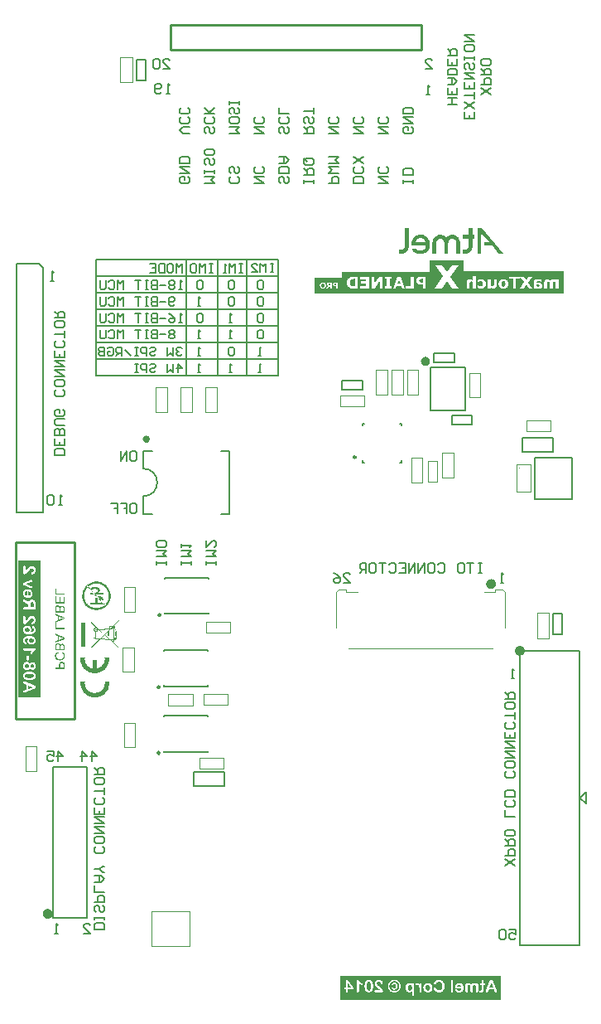
<source format=gbo>
%FSLAX43Y43*%
%MOMM*%
G71*
G01*
G75*
G04 Layer_Color=32896*
%ADD10C,0.500*%
%ADD11C,0.200*%
%ADD12C,0.250*%
%ADD13C,0.400*%
%ADD14C,1.700*%
%ADD15R,1.700X1.700*%
%ADD16C,0.550*%
%ADD17R,1.800X2.200*%
%ADD18R,0.300X1.300*%
%ADD19R,0.700X0.300*%
%ADD20R,1.000X0.400*%
%ADD21R,1.100X1.500*%
%ADD22R,1.700X1.700*%
%ADD23R,1.100X0.250*%
%ADD24R,1.500X1.700*%
%ADD25R,2.800X2.800*%
%ADD26O,0.250X0.700*%
%ADD27O,0.700X0.250*%
%ADD28O,1.750X0.250*%
%ADD29R,0.700X1.100*%
%ADD30R,1.300X0.600*%
%ADD31R,0.400X0.400*%
%ADD32R,1.400X0.600*%
%ADD33R,0.700X0.700*%
%ADD34R,0.550X0.600*%
%ADD35R,0.800X0.650*%
%ADD36R,0.500X0.600*%
%ADD37R,1.000X0.950*%
%ADD38R,0.900X0.600*%
%ADD39R,0.600X0.550*%
%ADD40R,0.650X0.800*%
%ADD41R,0.600X0.500*%
%ADD42R,0.600X0.900*%
%ADD43C,0.800*%
%ADD44C,0.300*%
%ADD45C,0.254*%
%ADD46C,1.800*%
%ADD47R,1.800X1.800*%
%ADD48C,5.000*%
%ADD49R,1.900X2.300*%
%ADD50R,0.400X1.400*%
%ADD51R,0.800X0.400*%
%ADD52R,1.100X0.500*%
%ADD53R,1.200X1.600*%
%ADD54R,1.800X1.800*%
%ADD55R,1.200X0.350*%
%ADD56R,1.600X1.800*%
%ADD57R,2.900X2.900*%
%ADD58O,0.350X0.800*%
%ADD59O,0.800X0.350*%
%ADD60O,1.850X0.350*%
%ADD61R,0.840X1.240*%
%ADD62R,1.400X0.700*%
%ADD63R,0.500X0.500*%
%ADD64R,1.500X0.700*%
%ADD65R,0.800X0.800*%
%ADD66R,0.650X0.700*%
%ADD67R,0.900X0.750*%
%ADD68R,0.600X0.700*%
%ADD69R,1.100X1.050*%
%ADD70R,1.000X0.700*%
%ADD71R,0.700X0.650*%
%ADD72R,0.750X0.900*%
%ADD73R,0.700X0.600*%
%ADD74R,0.700X1.000*%
%ADD75C,0.900*%
%ADD76R,2.100X2.100*%
%ADD77C,1.000*%
%ADD78C,0.150*%
%ADD79C,0.100*%
G36*
X49050Y-23775D02*
X48595D01*
X47919Y-22988D01*
X47143D01*
Y-22614D01*
X47604D01*
X46787Y-21658D01*
Y-23775D01*
X46402D01*
Y-21168D01*
X46851D01*
X49050Y-23775D01*
D02*
G37*
G36*
X45918Y-21885D02*
X46117D01*
Y-22276D01*
X45918D01*
Y-22970D01*
X45912Y-23034D01*
X45907Y-23093D01*
X45895Y-23145D01*
X45883Y-23192D01*
X45872Y-23233D01*
X45866Y-23262D01*
X45854Y-23285D01*
Y-23291D01*
X45802Y-23390D01*
X45773Y-23437D01*
X45743Y-23472D01*
X45720Y-23507D01*
X45697Y-23530D01*
X45685Y-23542D01*
X45679Y-23548D01*
X45592Y-23623D01*
X45510Y-23676D01*
X45475Y-23693D01*
X45446Y-23711D01*
X45428Y-23717D01*
X45423Y-23723D01*
X45306Y-23757D01*
X45253Y-23769D01*
X45207Y-23775D01*
X45166D01*
X45131Y-23781D01*
X44915D01*
Y-23396D01*
X45102D01*
X45166Y-23390D01*
X45218Y-23378D01*
X45259Y-23373D01*
X45265Y-23367D01*
X45271D01*
X45323Y-23338D01*
X45364Y-23308D01*
X45393Y-23285D01*
X45405Y-23273D01*
X45446Y-23227D01*
X45475Y-23186D01*
X45493Y-23151D01*
X45498Y-23145D01*
Y-23139D01*
X45516Y-23081D01*
X45522Y-23029D01*
X45528Y-23005D01*
Y-22988D01*
Y-22976D01*
Y-22970D01*
Y-22276D01*
X44921D01*
Y-21885D01*
X45528D01*
Y-21168D01*
X45918D01*
Y-21885D01*
D02*
G37*
G36*
X39398Y-22970D02*
X39387Y-23093D01*
X39381Y-23145D01*
X39369Y-23192D01*
X39357Y-23233D01*
X39352Y-23262D01*
X39340Y-23279D01*
Y-23285D01*
X39287Y-23390D01*
X39258Y-23437D01*
X39229Y-23472D01*
X39206Y-23507D01*
X39183Y-23530D01*
X39171Y-23542D01*
X39165Y-23548D01*
X39078Y-23623D01*
X38996Y-23676D01*
X38961Y-23693D01*
X38932Y-23711D01*
X38914Y-23717D01*
X38908Y-23723D01*
X38792Y-23757D01*
X38739Y-23769D01*
X38693Y-23775D01*
X38652D01*
X38617Y-23781D01*
X38384D01*
Y-23396D01*
X38588D01*
X38652Y-23390D01*
X38704Y-23378D01*
X38728D01*
X38745Y-23373D01*
X38751Y-23367D01*
X38757D01*
X38809Y-23338D01*
X38850Y-23308D01*
X38879Y-23285D01*
X38891Y-23273D01*
X38932Y-23227D01*
X38961Y-23186D01*
X38978Y-23151D01*
X38984Y-23145D01*
Y-23139D01*
X39002Y-23081D01*
X39008Y-23029D01*
X39013Y-23005D01*
Y-22988D01*
Y-22976D01*
Y-22970D01*
Y-21168D01*
X39398D01*
Y-22970D01*
D02*
G37*
G36*
X40670Y-21850D02*
X40745Y-21856D01*
X40891Y-21891D01*
X41014Y-21938D01*
X41119Y-21990D01*
X41200Y-22043D01*
X41235Y-22066D01*
X41259Y-22090D01*
X41282Y-22107D01*
X41299Y-22125D01*
X41305Y-22130D01*
X41311Y-22136D01*
X41358Y-22189D01*
X41393Y-22247D01*
X41457Y-22358D01*
X41504Y-22475D01*
X41533Y-22579D01*
X41556Y-22679D01*
X41562Y-22719D01*
Y-22749D01*
X41568Y-22778D01*
Y-22801D01*
Y-22813D01*
Y-22819D01*
X41562Y-22900D01*
X41556Y-22976D01*
X41527Y-23116D01*
X41486Y-23244D01*
X41439Y-23343D01*
X41393Y-23431D01*
X41369Y-23466D01*
X41352Y-23489D01*
X41334Y-23513D01*
X41323Y-23530D01*
X41311Y-23536D01*
Y-23542D01*
X41259Y-23588D01*
X41206Y-23635D01*
X41090Y-23705D01*
X40967Y-23752D01*
X40850Y-23787D01*
X40745Y-23804D01*
X40705Y-23816D01*
X40664D01*
X40635Y-23822D01*
X40588D01*
X40460Y-23810D01*
X40343Y-23792D01*
X40238Y-23769D01*
X40156Y-23740D01*
X40086Y-23711D01*
X40040Y-23682D01*
X40011Y-23664D01*
X39999Y-23658D01*
X39923Y-23594D01*
X39859Y-23530D01*
X39807Y-23466D01*
X39766Y-23408D01*
X39737Y-23361D01*
X39713Y-23320D01*
X39707Y-23297D01*
X39702Y-23285D01*
X40133D01*
X40197Y-23355D01*
X40267Y-23408D01*
X40343Y-23448D01*
X40419Y-23472D01*
X40483Y-23483D01*
X40536Y-23495D01*
X40582D01*
X40670Y-23483D01*
X40745Y-23466D01*
X40815Y-23443D01*
X40874Y-23413D01*
X40920Y-23384D01*
X40955Y-23361D01*
X40979Y-23343D01*
X40985Y-23338D01*
X41037Y-23279D01*
X41072Y-23215D01*
X41095Y-23157D01*
X41113Y-23098D01*
X41119Y-23052D01*
X41125Y-23011D01*
Y-22988D01*
Y-22976D01*
X39643D01*
Y-22819D01*
X39655Y-22673D01*
X39678Y-22539D01*
X39719Y-22428D01*
X39760Y-22329D01*
X39807Y-22247D01*
X39847Y-22189D01*
X39859Y-22171D01*
X39871Y-22154D01*
X39882Y-22148D01*
Y-22142D01*
X39935Y-22090D01*
X39987Y-22043D01*
X40046Y-22002D01*
X40104Y-21967D01*
X40221Y-21915D01*
X40331Y-21880D01*
X40436Y-21862D01*
X40477Y-21856D01*
X40512Y-21850D01*
X40547Y-21845D01*
X40588D01*
X40670Y-21850D01*
D02*
G37*
G36*
X3945Y-65457D02*
X3969Y-65461D01*
X3992Y-65466D01*
X4012Y-65471D01*
X4029Y-65476D01*
X4042Y-65481D01*
X4045Y-65484D01*
X4049Y-65485D01*
X4050Y-65486D01*
X4052D01*
X4073Y-65498D01*
X4092Y-65510D01*
X4109Y-65524D01*
X4122Y-65537D01*
X4132Y-65547D01*
X4139Y-65557D01*
X4144Y-65562D01*
X4146Y-65565D01*
X4157Y-65584D01*
X4167Y-65604D01*
X4175Y-65623D01*
X4181Y-65642D01*
X4186Y-65659D01*
X4189Y-65673D01*
X4190Y-65678D01*
X4191Y-65681D01*
Y-65683D01*
Y-65684D01*
X4195Y-65705D01*
X4198Y-65729D01*
X4199Y-65754D01*
X4200Y-65777D01*
X4202Y-65799D01*
Y-65809D01*
Y-65816D01*
Y-65824D01*
Y-65829D01*
Y-65832D01*
Y-65833D01*
Y-66200D01*
X3225D01*
Y-66070D01*
X3621D01*
Y-65822D01*
X3623Y-65785D01*
X3625Y-65750D01*
X3629Y-65719D01*
X3635Y-65689D01*
X3642Y-65664D01*
X3649Y-65640D01*
X3657Y-65620D01*
X3664Y-65601D01*
X3672Y-65585D01*
X3681Y-65571D01*
X3687Y-65560D01*
X3694Y-65551D01*
X3700Y-65545D01*
X3704Y-65540D01*
X3706Y-65537D01*
X3708Y-65536D01*
X3724Y-65522D01*
X3742Y-65509D01*
X3760Y-65499D01*
X3777Y-65490D01*
X3795Y-65481D01*
X3812Y-65475D01*
X3846Y-65466D01*
X3860Y-65462D01*
X3874Y-65460D01*
X3887Y-65458D01*
X3898Y-65457D01*
X3907Y-65456D01*
X3918D01*
X3945Y-65457D01*
D02*
G37*
G36*
X45000Y-25575D02*
X55225D01*
Y-27853D01*
X44834D01*
Y-27850D01*
X29799D01*
Y-26227D01*
X32554D01*
Y-25654D01*
X41567D01*
Y-24457D01*
X45000D01*
Y-25575D01*
D02*
G37*
G36*
X43900Y-21862D02*
X43941D01*
X43988Y-21874D01*
X44046Y-21885D01*
X44099Y-21903D01*
X44157Y-21926D01*
X44163D01*
X44180Y-21938D01*
X44210Y-21950D01*
X44245Y-21973D01*
X44326Y-22025D01*
X44414Y-22101D01*
X44420Y-22107D01*
X44431Y-22119D01*
X44449Y-22142D01*
X44472Y-22177D01*
X44501Y-22212D01*
X44530Y-22259D01*
X44583Y-22364D01*
Y-22370D01*
X44594Y-22387D01*
X44600Y-22416D01*
X44612Y-22457D01*
X44624Y-22504D01*
X44635Y-22562D01*
X44641Y-22620D01*
X44647Y-22684D01*
Y-23775D01*
X44250D01*
Y-22684D01*
Y-22679D01*
Y-22667D01*
X44245Y-22632D01*
X44239Y-22579D01*
X44221Y-22527D01*
Y-22521D01*
X44215Y-22515D01*
X44198Y-22480D01*
X44169Y-22440D01*
X44134Y-22393D01*
Y-22387D01*
X44122Y-22381D01*
X44093Y-22358D01*
X44052Y-22329D01*
X44005Y-22300D01*
X44000D01*
X43994Y-22294D01*
X43959Y-22282D01*
X43906Y-22276D01*
X43842Y-22270D01*
X43825D01*
X43790Y-22276D01*
X43737Y-22282D01*
X43685Y-22300D01*
X43679D01*
X43673Y-22305D01*
X43638Y-22323D01*
X43597Y-22352D01*
X43556Y-22393D01*
X43545Y-22405D01*
X43521Y-22434D01*
X43492Y-22475D01*
X43463Y-22527D01*
Y-22533D01*
X43457Y-22539D01*
X43446Y-22574D01*
X43434Y-22620D01*
X43428Y-22684D01*
Y-23775D01*
X43032D01*
Y-22684D01*
Y-22679D01*
Y-22667D01*
X43026Y-22632D01*
X43020Y-22579D01*
X43002Y-22527D01*
Y-22521D01*
X42997Y-22515D01*
X42979Y-22480D01*
X42950Y-22440D01*
X42915Y-22393D01*
Y-22387D01*
X42903Y-22381D01*
X42874Y-22358D01*
X42833Y-22329D01*
X42787Y-22300D01*
X42781D01*
X42775Y-22294D01*
X42740Y-22282D01*
X42687Y-22276D01*
X42629Y-22270D01*
X42600D01*
X42577Y-22276D01*
X42524Y-22282D01*
X42466Y-22300D01*
X42460D01*
X42454Y-22305D01*
X42419Y-22323D01*
X42378Y-22352D01*
X42338Y-22393D01*
X42326Y-22405D01*
X42303Y-22434D01*
X42273Y-22475D01*
X42250Y-22527D01*
Y-22533D01*
X42244Y-22539D01*
X42233Y-22574D01*
X42221Y-22620D01*
X42215Y-22684D01*
Y-23775D01*
X41813D01*
Y-22684D01*
Y-22679D01*
Y-22655D01*
X41819Y-22620D01*
Y-22579D01*
X41830Y-22527D01*
X41842Y-22475D01*
X41859Y-22422D01*
X41883Y-22364D01*
Y-22358D01*
X41894Y-22340D01*
X41906Y-22311D01*
X41929Y-22276D01*
X41982Y-22189D01*
X42058Y-22101D01*
X42063Y-22095D01*
X42075Y-22084D01*
X42098Y-22060D01*
X42133Y-22037D01*
X42168Y-22008D01*
X42215Y-21979D01*
X42314Y-21926D01*
X42320Y-21920D01*
X42338Y-21915D01*
X42367Y-21903D01*
X42408Y-21891D01*
X42454Y-21880D01*
X42507Y-21868D01*
X42565Y-21856D01*
X42664D01*
X42699Y-21862D01*
X42746Y-21868D01*
X42804Y-21880D01*
X42862Y-21897D01*
X42927Y-21920D01*
X42991Y-21950D01*
X42997Y-21955D01*
X43014Y-21961D01*
X43043Y-21979D01*
X43072Y-22002D01*
X43154Y-22060D01*
X43230Y-22142D01*
X43236Y-22136D01*
X43247Y-22125D01*
X43271Y-22101D01*
X43300Y-22072D01*
X43335Y-22043D01*
X43376Y-22014D01*
X43475Y-21950D01*
X43481Y-21944D01*
X43504Y-21932D01*
X43539Y-21920D01*
X43586Y-21903D01*
X43638Y-21885D01*
X43702Y-21868D01*
X43766Y-21862D01*
X43842Y-21856D01*
X43871D01*
X43900Y-21862D01*
D02*
G37*
G36*
X6277Y-63953D02*
X5910D01*
Y-61497D01*
X6277D01*
Y-63953D01*
D02*
G37*
G36*
X1733Y-69125D02*
X-547D01*
Y-55167D01*
X1733D01*
Y-69125D01*
D02*
G37*
G36*
X48807Y-99963D02*
X32369D01*
Y-97542D01*
X48807D01*
Y-99963D01*
D02*
G37*
G36*
X9059Y-61957D02*
Y-62017D01*
X9196Y-62007D01*
X9186Y-61987D01*
X9183Y-61971D01*
X9179Y-61957D01*
Y-61954D01*
X9183Y-61921D01*
X9196Y-61897D01*
X9206Y-61881D01*
X9209Y-61874D01*
X9236Y-61854D01*
X9259Y-61844D01*
X9279Y-61841D01*
X9303D01*
X9316Y-61847D01*
X9339Y-61857D01*
X9356Y-61871D01*
X9363Y-61874D01*
Y-61877D01*
X9383Y-61904D01*
X9393Y-61927D01*
X9396Y-61947D01*
Y-61951D01*
Y-61954D01*
X9393Y-61974D01*
X9386Y-61991D01*
X9369Y-62017D01*
X9353Y-62034D01*
X9349Y-62041D01*
X9346D01*
X9363Y-62057D01*
X9379Y-62074D01*
X9406Y-62114D01*
X9419Y-62130D01*
X9429Y-62147D01*
X9433Y-62157D01*
X9436Y-62160D01*
X9453Y-62194D01*
X9466Y-62230D01*
X9479Y-62274D01*
X9486Y-62310D01*
X9493Y-62347D01*
X9499Y-62377D01*
X9503Y-62397D01*
Y-62400D01*
Y-62404D01*
X9539D01*
Y-62790D01*
X9516D01*
X9509Y-62834D01*
X9506Y-62870D01*
X9503Y-62887D01*
Y-62897D01*
X9499Y-62904D01*
Y-62907D01*
X9496Y-62944D01*
X9489Y-62974D01*
X9486Y-62997D01*
Y-63000D01*
Y-63004D01*
X9499D01*
Y-63144D01*
X9443D01*
X9423Y-63180D01*
X9403Y-63207D01*
X9386Y-63230D01*
X9369Y-63250D01*
X9356Y-63260D01*
X9346Y-63270D01*
X9339Y-63277D01*
X9336D01*
X9319Y-63287D01*
X9306Y-63294D01*
X9289Y-63300D01*
X9283Y-63307D01*
X9279D01*
Y-63390D01*
X9193D01*
Y-63284D01*
X8949Y-63260D01*
X9806Y-64050D01*
X9693D01*
X8830Y-63250D01*
X7810Y-63170D01*
X6940Y-64023D01*
X6900Y-63973D01*
X7726Y-63164D01*
X7537Y-63147D01*
X7483Y-63144D01*
X7460Y-63140D01*
X7377D01*
X7360Y-63137D01*
X7347D01*
X7337Y-63134D01*
X7330Y-63130D01*
X7327D01*
X7313Y-63127D01*
X7300Y-63124D01*
X7297Y-63120D01*
X7293Y-63117D01*
X7287Y-63107D01*
X7283Y-63104D01*
Y-63100D01*
X7177D01*
Y-62960D01*
X7283D01*
Y-62390D01*
X7247Y-62364D01*
X7220Y-62334D01*
X7200Y-62300D01*
X7187Y-62267D01*
X7180Y-62240D01*
X7177Y-62217D01*
X7173Y-62200D01*
Y-62194D01*
X7177Y-62160D01*
X7183Y-62127D01*
X7193Y-62100D01*
X7207Y-62077D01*
X7217Y-62057D01*
X7227Y-62044D01*
X7233Y-62034D01*
X7237Y-62031D01*
X7263Y-62007D01*
X7290Y-61991D01*
X7320Y-61977D01*
X7347Y-61971D01*
X7367Y-61964D01*
X7387Y-61961D01*
X7430D01*
X6890Y-61461D01*
X6933Y-61404D01*
X7730Y-62140D01*
X8780Y-62041D01*
Y-61847D01*
X9059D01*
Y-61857D01*
X9686Y-61244D01*
X9786D01*
X9059Y-61957D01*
D02*
G37*
G36*
X8741Y-65024D02*
Y-65051D01*
Y-65071D01*
Y-65074D01*
Y-65078D01*
X8744Y-65108D01*
Y-65131D01*
Y-65148D01*
Y-65154D01*
X8741Y-65268D01*
X8728Y-65374D01*
X8708Y-65471D01*
X8698Y-65514D01*
X8688Y-65554D01*
X8678Y-65594D01*
X8668Y-65628D01*
X8658Y-65658D01*
X8648Y-65681D01*
X8641Y-65701D01*
X8634Y-65714D01*
X8631Y-65724D01*
Y-65728D01*
X8584Y-65824D01*
X8534Y-65914D01*
X8481Y-65991D01*
X8431Y-66061D01*
X8408Y-66091D01*
X8384Y-66117D01*
X8364Y-66141D01*
X8348Y-66157D01*
X8334Y-66174D01*
X8324Y-66184D01*
X8318Y-66191D01*
X8314Y-66194D01*
X8238Y-66264D01*
X8158Y-66327D01*
X8078Y-66381D01*
X8008Y-66427D01*
X7944Y-66461D01*
X7914Y-66477D01*
X7891Y-66487D01*
X7874Y-66497D01*
X7861Y-66504D01*
X7851Y-66511D01*
X7848D01*
X7748Y-66551D01*
X7648Y-66577D01*
X7551Y-66597D01*
X7465Y-66614D01*
X7425Y-66617D01*
X7391Y-66621D01*
X7358Y-66624D01*
X7331D01*
X7311Y-66627D01*
X7281D01*
X7171Y-66624D01*
X7065Y-66611D01*
X6968Y-66591D01*
X6925Y-66581D01*
X6881Y-66571D01*
X6845Y-66561D01*
X6811Y-66551D01*
X6781Y-66541D01*
X6758Y-66531D01*
X6738Y-66524D01*
X6725Y-66517D01*
X6715Y-66514D01*
X6711D01*
X6615Y-66467D01*
X6525Y-66417D01*
X6445Y-66367D01*
X6378Y-66317D01*
X6348Y-66294D01*
X6322Y-66274D01*
X6298Y-66254D01*
X6278Y-66241D01*
X6262Y-66227D01*
X6252Y-66217D01*
X6245Y-66211D01*
X6242Y-66207D01*
X6172Y-66131D01*
X6108Y-66051D01*
X6055Y-65974D01*
X6008Y-65901D01*
X5972Y-65838D01*
X5958Y-65811D01*
X5945Y-65788D01*
X5938Y-65771D01*
X5932Y-65758D01*
X5925Y-65748D01*
Y-65744D01*
X5888Y-65641D01*
X5858Y-65541D01*
X5838Y-65441D01*
X5825Y-65354D01*
X5822Y-65314D01*
X5818Y-65278D01*
X5815Y-65244D01*
Y-65218D01*
X5812Y-65194D01*
Y-65178D01*
Y-65168D01*
Y-65164D01*
Y-65138D01*
X5815Y-65111D01*
X5818Y-65091D01*
Y-65088D01*
Y-65084D01*
X5822Y-65054D01*
Y-65028D01*
X5825Y-65011D01*
Y-65004D01*
X6275D01*
X6265Y-65058D01*
X6262Y-65081D01*
Y-65104D01*
X6258Y-65121D01*
Y-65134D01*
Y-65141D01*
Y-65144D01*
X6262Y-65211D01*
X6268Y-65278D01*
X6275Y-65334D01*
X6288Y-65388D01*
X6298Y-65431D01*
X6305Y-65464D01*
X6308Y-65478D01*
X6312Y-65488D01*
X6315Y-65491D01*
Y-65494D01*
X6338Y-65554D01*
X6365Y-65611D01*
X6395Y-65661D01*
X6422Y-65708D01*
X6445Y-65744D01*
X6465Y-65771D01*
X6478Y-65788D01*
X6482Y-65794D01*
X6521Y-65841D01*
X6565Y-65884D01*
X6608Y-65921D01*
X6648Y-65954D01*
X6681Y-65981D01*
X6708Y-66001D01*
X6725Y-66014D01*
X6731Y-66017D01*
X6788Y-66051D01*
X6845Y-66077D01*
X6898Y-66097D01*
X6948Y-66114D01*
X6991Y-66127D01*
X7025Y-66137D01*
X7038Y-66141D01*
X7048D01*
X7051Y-66144D01*
X7055D01*
X7058Y-65298D01*
X7501D01*
Y-66141D01*
X7565Y-66124D01*
X7621Y-66104D01*
X7678Y-66081D01*
X7725Y-66061D01*
X7761Y-66041D01*
X7791Y-66024D01*
X7811Y-66014D01*
X7818Y-66011D01*
X7871Y-65974D01*
X7918Y-65937D01*
X7961Y-65897D01*
X8001Y-65864D01*
X8031Y-65834D01*
X8051Y-65808D01*
X8068Y-65794D01*
X8071Y-65788D01*
X8111Y-65738D01*
X8144Y-65688D01*
X8174Y-65638D01*
X8198Y-65591D01*
X8218Y-65554D01*
X8231Y-65521D01*
X8238Y-65501D01*
X8241Y-65498D01*
Y-65494D01*
X8261Y-65431D01*
X8274Y-65368D01*
X8288Y-65311D01*
X8294Y-65258D01*
X8298Y-65211D01*
X8301Y-65174D01*
Y-65161D01*
Y-65151D01*
Y-65148D01*
Y-65144D01*
Y-65118D01*
X8298Y-65091D01*
X8294Y-65074D01*
X8291Y-65071D01*
Y-65068D01*
X8284Y-65041D01*
X8281Y-65018D01*
X8278Y-65004D01*
X8274Y-64998D01*
X8738Y-64994D01*
X8741Y-65024D01*
D02*
G37*
G36*
Y-67517D02*
Y-67544D01*
X8744Y-67560D01*
Y-67564D01*
Y-67567D01*
X8748Y-67597D01*
X8751Y-67620D01*
Y-67637D01*
Y-67640D01*
Y-67644D01*
X8748Y-67754D01*
X8734Y-67860D01*
X8714Y-67957D01*
X8704Y-68000D01*
X8694Y-68040D01*
X8681Y-68077D01*
X8671Y-68110D01*
X8661Y-68140D01*
X8654Y-68164D01*
X8644Y-68184D01*
X8641Y-68197D01*
X8634Y-68207D01*
Y-68210D01*
X8588Y-68307D01*
X8534Y-68394D01*
X8484Y-68473D01*
X8431Y-68543D01*
X8408Y-68573D01*
X8388Y-68600D01*
X8368Y-68620D01*
X8351Y-68640D01*
X8338Y-68657D01*
X8328Y-68667D01*
X8321Y-68673D01*
X8318Y-68677D01*
X8241Y-68747D01*
X8161Y-68810D01*
X8081Y-68863D01*
X8011Y-68907D01*
X7948Y-68943D01*
X7918Y-68957D01*
X7894Y-68970D01*
X7878Y-68977D01*
X7864Y-68983D01*
X7854Y-68990D01*
X7851D01*
X7751Y-69027D01*
X7651Y-69053D01*
X7555Y-69073D01*
X7468Y-69087D01*
X7428Y-69090D01*
X7395Y-69093D01*
X7361Y-69097D01*
X7335D01*
X7315Y-69100D01*
X7285D01*
X7175Y-69097D01*
X7068Y-69083D01*
X6971Y-69067D01*
X6928Y-69057D01*
X6885Y-69043D01*
X6848Y-69033D01*
X6815Y-69023D01*
X6785Y-69017D01*
X6761Y-69007D01*
X6741Y-69000D01*
X6728Y-68993D01*
X6718Y-68990D01*
X6715D01*
X6618Y-68943D01*
X6528Y-68893D01*
X6448Y-68840D01*
X6382Y-68790D01*
X6352Y-68767D01*
X6325Y-68747D01*
X6302Y-68727D01*
X6282Y-68710D01*
X6265Y-68697D01*
X6255Y-68687D01*
X6248Y-68680D01*
X6245Y-68677D01*
X6172Y-68597D01*
X6108Y-68517D01*
X6055Y-68440D01*
X6012Y-68367D01*
X5975Y-68304D01*
X5962Y-68277D01*
X5948Y-68254D01*
X5942Y-68237D01*
X5935Y-68220D01*
X5928Y-68214D01*
Y-68210D01*
X5892Y-68110D01*
X5865Y-68010D01*
X5845Y-67914D01*
X5832Y-67827D01*
X5828Y-67787D01*
X5825Y-67750D01*
X5822Y-67720D01*
Y-67694D01*
X5818Y-67670D01*
Y-67654D01*
Y-67644D01*
Y-67640D01*
Y-67610D01*
X5822Y-67587D01*
Y-67570D01*
Y-67564D01*
Y-67534D01*
X5825Y-67510D01*
Y-67497D01*
Y-67490D01*
X6275D01*
X6265Y-67544D01*
X6262Y-67567D01*
Y-67587D01*
X6258Y-67604D01*
Y-67617D01*
Y-67624D01*
Y-67627D01*
X6262Y-67707D01*
X6272Y-67780D01*
X6285Y-67850D01*
X6298Y-67910D01*
X6312Y-67960D01*
X6318Y-67980D01*
X6325Y-67997D01*
X6332Y-68010D01*
X6335Y-68020D01*
X6338Y-68027D01*
Y-68030D01*
X6372Y-68097D01*
X6405Y-68157D01*
X6442Y-68214D01*
X6478Y-68260D01*
X6508Y-68297D01*
X6531Y-68327D01*
X6548Y-68344D01*
X6555Y-68350D01*
X6608Y-68400D01*
X6665Y-68440D01*
X6718Y-68480D01*
X6771Y-68510D01*
X6815Y-68533D01*
X6851Y-68553D01*
X6865Y-68557D01*
X6875Y-68563D01*
X6878Y-68567D01*
X6881D01*
X6951Y-68593D01*
X7021Y-68610D01*
X7088Y-68623D01*
X7151Y-68633D01*
X7201Y-68640D01*
X7225D01*
X7241Y-68643D01*
X7278D01*
X7358Y-68640D01*
X7431Y-68630D01*
X7498Y-68620D01*
X7558Y-68603D01*
X7605Y-68590D01*
X7625Y-68583D01*
X7641Y-68580D01*
X7658Y-68573D01*
X7668Y-68570D01*
X7671Y-68567D01*
X7675D01*
X7741Y-68533D01*
X7804Y-68500D01*
X7861Y-68464D01*
X7908Y-68427D01*
X7948Y-68397D01*
X7978Y-68374D01*
X7994Y-68357D01*
X8001Y-68350D01*
X8051Y-68297D01*
X8094Y-68244D01*
X8131Y-68187D01*
X8164Y-68137D01*
X8188Y-68094D01*
X8208Y-68057D01*
X8214Y-68044D01*
X8218Y-68034D01*
X8221Y-68030D01*
Y-68027D01*
X8248Y-67954D01*
X8268Y-67884D01*
X8281Y-67817D01*
X8291Y-67757D01*
X8298Y-67704D01*
Y-67680D01*
X8301Y-67664D01*
Y-67647D01*
Y-67637D01*
Y-67630D01*
Y-67627D01*
Y-67600D01*
Y-67580D01*
Y-67564D01*
Y-67557D01*
Y-67530D01*
X8298Y-67510D01*
X8294Y-67497D01*
X8291Y-67490D01*
X8738D01*
X8741Y-67517D01*
D02*
G37*
G36*
X7560Y-57262D02*
X7666Y-57276D01*
X7763Y-57296D01*
X7806Y-57306D01*
X7846Y-57316D01*
X7883Y-57329D01*
X7916Y-57339D01*
X7946Y-57349D01*
X7970Y-57356D01*
X7989Y-57366D01*
X8003Y-57369D01*
X8013Y-57376D01*
X8016D01*
X8113Y-57422D01*
X8199Y-57472D01*
X8276Y-57526D01*
X8346Y-57576D01*
X8373Y-57599D01*
X8399Y-57619D01*
X8423Y-57639D01*
X8443Y-57656D01*
X8456Y-57669D01*
X8466Y-57679D01*
X8473Y-57686D01*
X8476Y-57689D01*
X8546Y-57766D01*
X8609Y-57846D01*
X8663Y-57922D01*
X8709Y-57996D01*
X8746Y-58059D01*
X8759Y-58086D01*
X8773Y-58109D01*
X8779Y-58126D01*
X8786Y-58139D01*
X8793Y-58149D01*
Y-58152D01*
X8833Y-58252D01*
X8859Y-58352D01*
X8879Y-58445D01*
X8896Y-58535D01*
X8899Y-58572D01*
X8903Y-58609D01*
X8906Y-58639D01*
Y-58669D01*
X8909Y-58689D01*
Y-58705D01*
Y-58715D01*
Y-58719D01*
X8906Y-58829D01*
X8893Y-58932D01*
X8873Y-59029D01*
X8863Y-59072D01*
X8853Y-59112D01*
X8839Y-59149D01*
X8829Y-59182D01*
X8819Y-59212D01*
X8813Y-59235D01*
X8803Y-59255D01*
X8799Y-59269D01*
X8793Y-59279D01*
Y-59282D01*
X8746Y-59379D01*
X8693Y-59469D01*
X8643Y-59548D01*
X8589Y-59615D01*
X8566Y-59645D01*
X8546Y-59672D01*
X8526Y-59695D01*
X8509Y-59715D01*
X8496Y-59732D01*
X8486Y-59742D01*
X8479Y-59748D01*
X8476Y-59752D01*
X8399Y-59822D01*
X8323Y-59885D01*
X8243Y-59938D01*
X8173Y-59982D01*
X8109Y-60018D01*
X8083Y-60032D01*
X8059Y-60045D01*
X8043Y-60052D01*
X8029Y-60058D01*
X8019Y-60065D01*
X8016D01*
X7916Y-60102D01*
X7816Y-60128D01*
X7723Y-60148D01*
X7633Y-60162D01*
X7596Y-60165D01*
X7560Y-60168D01*
X7530Y-60172D01*
X7500D01*
X7480Y-60175D01*
X7450D01*
X7340Y-60172D01*
X7236Y-60158D01*
X7140Y-60142D01*
X7096Y-60132D01*
X7056Y-60118D01*
X7020Y-60108D01*
X6986Y-60098D01*
X6956Y-60092D01*
X6933Y-60082D01*
X6913Y-60075D01*
X6900Y-60068D01*
X6890Y-60065D01*
X6886D01*
X6790Y-60018D01*
X6700Y-59968D01*
X6620Y-59915D01*
X6553Y-59865D01*
X6523Y-59842D01*
X6497Y-59822D01*
X6473Y-59802D01*
X6453Y-59785D01*
X6437Y-59772D01*
X6427Y-59762D01*
X6420Y-59755D01*
X6417Y-59752D01*
X6347Y-59672D01*
X6283Y-59592D01*
X6230Y-59515D01*
X6187Y-59442D01*
X6150Y-59379D01*
X6137Y-59352D01*
X6123Y-59329D01*
X6117Y-59312D01*
X6110Y-59295D01*
X6103Y-59289D01*
Y-59285D01*
X6067Y-59185D01*
X6040Y-59085D01*
X6020Y-58989D01*
X6007Y-58902D01*
X6003Y-58865D01*
X6000Y-58829D01*
X5997Y-58795D01*
Y-58769D01*
X5993Y-58749D01*
Y-58732D01*
Y-58722D01*
Y-58719D01*
X5997Y-58609D01*
X6010Y-58505D01*
X6027Y-58409D01*
X6037Y-58365D01*
X6050Y-58325D01*
X6060Y-58289D01*
X6070Y-58255D01*
X6077Y-58225D01*
X6087Y-58202D01*
X6093Y-58182D01*
X6100Y-58169D01*
X6103Y-58159D01*
Y-58156D01*
X6150Y-58059D01*
X6200Y-57969D01*
X6253Y-57889D01*
X6303Y-57822D01*
X6327Y-57792D01*
X6347Y-57766D01*
X6367Y-57742D01*
X6383Y-57722D01*
X6397Y-57709D01*
X6407Y-57699D01*
X6413Y-57692D01*
X6417Y-57689D01*
X6497Y-57619D01*
X6577Y-57556D01*
X6653Y-57502D01*
X6726Y-57459D01*
X6790Y-57422D01*
X6816Y-57409D01*
X6840Y-57396D01*
X6856Y-57389D01*
X6873Y-57382D01*
X6880Y-57376D01*
X6883D01*
X6983Y-57336D01*
X7083Y-57309D01*
X7180Y-57289D01*
X7266Y-57272D01*
X7303Y-57269D01*
X7340Y-57266D01*
X7373Y-57262D01*
X7400D01*
X7420Y-57259D01*
X7450D01*
X7560Y-57262D01*
D02*
G37*
G36*
X3341Y-61984D02*
X4202D01*
Y-62113D01*
X3225D01*
Y-61504D01*
X3341D01*
Y-61984D01*
D02*
G37*
G36*
X4202Y-60943D02*
Y-61084D01*
X3225Y-61457D01*
Y-61321D01*
X3521Y-61214D01*
Y-60805D01*
X3225Y-60692D01*
Y-60546D01*
X4202Y-60943D01*
D02*
G37*
G36*
Y-62989D02*
Y-63130D01*
X3225Y-63503D01*
Y-63367D01*
X3521Y-63260D01*
Y-62851D01*
X3225Y-62738D01*
Y-62592D01*
X4202Y-62989D01*
D02*
G37*
G36*
X3341Y-59399D02*
X3673D01*
Y-58861D01*
X3789D01*
Y-59399D01*
X4086D01*
Y-58824D01*
X4202D01*
Y-59529D01*
X3225D01*
Y-58801D01*
X3341D01*
Y-59399D01*
D02*
G37*
G36*
X3537Y-63576D02*
X3565Y-63581D01*
X3591Y-63589D01*
X3612Y-63598D01*
X3630Y-63607D01*
X3643Y-63614D01*
X3648Y-63617D01*
X3652Y-63619D01*
X3653Y-63622D01*
X3654D01*
X3676Y-63641D01*
X3695Y-63663D01*
X3710Y-63685D01*
X3723Y-63707D01*
X3733Y-63727D01*
X3737Y-63736D01*
X3739Y-63743D01*
X3742Y-63749D01*
X3743Y-63754D01*
X3744Y-63757D01*
Y-63758D01*
X3757Y-63734D01*
X3772Y-63713D01*
X3786Y-63696D01*
X3800Y-63680D01*
X3813Y-63669D01*
X3823Y-63661D01*
X3830Y-63656D01*
X3832Y-63655D01*
X3854Y-63643D01*
X3874Y-63635D01*
X3894Y-63630D01*
X3913Y-63624D01*
X3929Y-63622D01*
X3941Y-63621D01*
X3951D01*
X3977Y-63622D01*
X4000Y-63627D01*
X4021Y-63633D01*
X4040Y-63640D01*
X4057Y-63647D01*
X4070Y-63654D01*
X4077Y-63659D01*
X4078Y-63660D01*
X4080D01*
X4101Y-63675D01*
X4120Y-63693D01*
X4136Y-63710D01*
X4148Y-63727D01*
X4158Y-63743D01*
X4166Y-63754D01*
X4169Y-63759D01*
X4170Y-63763D01*
X4171Y-63764D01*
Y-63765D01*
X4181Y-63792D01*
X4189Y-63821D01*
X4194Y-63852D01*
X4198Y-63880D01*
X4200Y-63905D01*
Y-63917D01*
X4202Y-63925D01*
Y-63933D01*
Y-63939D01*
Y-63943D01*
Y-63944D01*
Y-64310D01*
X3225D01*
Y-63939D01*
X3226Y-63905D01*
X3228Y-63875D01*
X3230Y-63848D01*
X3233Y-63825D01*
X3235Y-63807D01*
X3236Y-63800D01*
X3238Y-63793D01*
X3239Y-63788D01*
X3240Y-63784D01*
Y-63783D01*
Y-63782D01*
X3247Y-63759D01*
X3254Y-63737D01*
X3263Y-63720D01*
X3271Y-63704D01*
X3277Y-63692D01*
X3283Y-63683D01*
X3287Y-63677D01*
X3289Y-63675D01*
X3302Y-63660D01*
X3316Y-63646D01*
X3332Y-63633D01*
X3347Y-63623D01*
X3360Y-63614D01*
X3370Y-63608D01*
X3377Y-63604D01*
X3380Y-63603D01*
X3403Y-63593D01*
X3424Y-63586D01*
X3446Y-63581D01*
X3465Y-63577D01*
X3483Y-63575D01*
X3496Y-63574D01*
X3507D01*
X3537Y-63576D01*
D02*
G37*
G36*
Y-59712D02*
X3565Y-59717D01*
X3591Y-59724D01*
X3612Y-59733D01*
X3630Y-59742D01*
X3643Y-59750D01*
X3648Y-59752D01*
X3652Y-59755D01*
X3653Y-59757D01*
X3654D01*
X3676Y-59776D01*
X3695Y-59798D01*
X3710Y-59821D01*
X3723Y-59842D01*
X3733Y-59863D01*
X3737Y-59872D01*
X3739Y-59878D01*
X3742Y-59884D01*
X3743Y-59889D01*
X3744Y-59892D01*
Y-59893D01*
X3757Y-59869D01*
X3772Y-59849D01*
X3786Y-59831D01*
X3800Y-59816D01*
X3813Y-59804D01*
X3823Y-59797D01*
X3830Y-59792D01*
X3832Y-59790D01*
X3854Y-59779D01*
X3874Y-59770D01*
X3894Y-59765D01*
X3913Y-59760D01*
X3929Y-59757D01*
X3941Y-59756D01*
X3951D01*
X3977Y-59757D01*
X4000Y-59762D01*
X4021Y-59769D01*
X4040Y-59775D01*
X4057Y-59783D01*
X4070Y-59789D01*
X4077Y-59794D01*
X4078Y-59795D01*
X4080D01*
X4101Y-59811D01*
X4120Y-59828D01*
X4136Y-59845D01*
X4148Y-59863D01*
X4158Y-59878D01*
X4166Y-59889D01*
X4169Y-59894D01*
X4170Y-59898D01*
X4171Y-59900D01*
Y-59901D01*
X4181Y-59927D01*
X4189Y-59957D01*
X4194Y-59987D01*
X4198Y-60015D01*
X4200Y-60041D01*
Y-60052D01*
X4202Y-60061D01*
Y-60068D01*
Y-60075D01*
Y-60079D01*
Y-60080D01*
Y-60446D01*
X3225D01*
Y-60075D01*
X3226Y-60041D01*
X3228Y-60010D01*
X3230Y-59983D01*
X3233Y-59960D01*
X3235Y-59943D01*
X3236Y-59935D01*
X3238Y-59929D01*
X3239Y-59924D01*
X3240Y-59920D01*
Y-59919D01*
Y-59917D01*
X3247Y-59894D01*
X3254Y-59873D01*
X3263Y-59855D01*
X3271Y-59840D01*
X3277Y-59827D01*
X3283Y-59818D01*
X3287Y-59812D01*
X3289Y-59811D01*
X3302Y-59795D01*
X3316Y-59781D01*
X3332Y-59769D01*
X3347Y-59759D01*
X3360Y-59750D01*
X3370Y-59743D01*
X3377Y-59740D01*
X3380Y-59738D01*
X3403Y-59728D01*
X3424Y-59722D01*
X3446Y-59717D01*
X3465Y-59713D01*
X3483Y-59710D01*
X3496Y-59709D01*
X3507D01*
X3537Y-59712D01*
D02*
G37*
G36*
X3341Y-58497D02*
X4202D01*
Y-58627D01*
X3225D01*
Y-58017D01*
X3341D01*
Y-58497D01*
D02*
G37*
G36*
X3567Y-64593D02*
X3544Y-64600D01*
X3523Y-64606D01*
X3504Y-64614D01*
X3485Y-64621D01*
X3469Y-64630D01*
X3454Y-64638D01*
X3440Y-64647D01*
X3428Y-64656D01*
X3417Y-64663D01*
X3408Y-64671D01*
X3399Y-64679D01*
X3393Y-64684D01*
X3388Y-64689D01*
X3384Y-64693D01*
X3382Y-64695D01*
X3381Y-64696D01*
X3370Y-64710D01*
X3361Y-64726D01*
X3352Y-64741D01*
X3346Y-64757D01*
X3334Y-64788D01*
X3327Y-64817D01*
X3324Y-64830D01*
X3323Y-64842D01*
X3322Y-64853D01*
X3320Y-64863D01*
X3319Y-64870D01*
Y-64875D01*
Y-64879D01*
Y-64880D01*
X3322Y-64913D01*
X3327Y-64944D01*
X3333Y-64972D01*
X3342Y-64997D01*
X3351Y-65018D01*
X3355Y-65027D01*
X3357Y-65033D01*
X3361Y-65039D01*
X3362Y-65043D01*
X3365Y-65046D01*
Y-65047D01*
X3384Y-65074D01*
X3405Y-65096D01*
X3428Y-65115D01*
X3451Y-65132D01*
X3471Y-65145D01*
X3480Y-65148D01*
X3488Y-65152D01*
X3494Y-65156D01*
X3499Y-65159D01*
X3502Y-65160D01*
X3503D01*
X3539Y-65171D01*
X3577Y-65180D01*
X3612Y-65187D01*
X3647Y-65190D01*
X3662Y-65193D01*
X3676D01*
X3689Y-65194D01*
X3700Y-65195D01*
X3720D01*
X3756Y-65194D01*
X3790Y-65190D01*
X3822Y-65185D01*
X3851Y-65180D01*
X3863Y-65178D01*
X3874Y-65175D01*
X3884Y-65173D01*
X3893Y-65170D01*
X3899Y-65167D01*
X3904Y-65166D01*
X3907Y-65165D01*
X3908D01*
X3941Y-65152D01*
X3969Y-65136D01*
X3995Y-65118D01*
X4015Y-65100D01*
X4031Y-65085D01*
X4043Y-65072D01*
X4048Y-65067D01*
X4050Y-65063D01*
X4053Y-65061D01*
Y-65060D01*
X4063Y-65044D01*
X4071Y-65029D01*
X4085Y-64997D01*
X4095Y-64966D01*
X4101Y-64936D01*
X4103Y-64922D01*
X4105Y-64910D01*
X4106Y-64898D01*
Y-64889D01*
X4108Y-64882D01*
Y-64875D01*
Y-64872D01*
Y-64870D01*
X4105Y-64835D01*
X4100Y-64803D01*
X4092Y-64775D01*
X4084Y-64751D01*
X4073Y-64732D01*
X4070Y-64724D01*
X4066Y-64718D01*
X4063Y-64713D01*
X4061Y-64709D01*
X4058Y-64708D01*
Y-64706D01*
X4048Y-64695D01*
X4038Y-64684D01*
X4014Y-64663D01*
X3988Y-64647D01*
X3963Y-64633D01*
X3940Y-64621D01*
X3930Y-64618D01*
X3921Y-64614D01*
X3913Y-64611D01*
X3908Y-64609D01*
X3904Y-64607D01*
X3903D01*
X3934Y-64480D01*
X3958Y-64488D01*
X3982Y-64498D01*
X4004Y-64508D01*
X4024Y-64520D01*
X4042Y-64531D01*
X4059Y-64543D01*
X4075Y-64554D01*
X4089Y-64566D01*
X4101Y-64577D01*
X4113Y-64587D01*
X4122Y-64597D01*
X4129Y-64605D01*
X4136Y-64611D01*
X4139Y-64618D01*
X4142Y-64620D01*
X4143Y-64621D01*
X4156Y-64640D01*
X4169Y-64661D01*
X4177Y-64681D01*
X4186Y-64701D01*
X4194Y-64723D01*
X4200Y-64743D01*
X4209Y-64781D01*
X4212Y-64799D01*
X4214Y-64816D01*
X4216Y-64831D01*
X4217Y-64844D01*
X4218Y-64854D01*
Y-64861D01*
Y-64867D01*
Y-64868D01*
Y-64892D01*
X4216Y-64915D01*
X4209Y-64959D01*
X4199Y-65000D01*
X4194Y-65018D01*
X4189Y-65035D01*
X4183Y-65051D01*
X4177Y-65065D01*
X4172Y-65076D01*
X4167Y-65086D01*
X4164Y-65094D01*
X4161Y-65100D01*
X4160Y-65104D01*
X4158Y-65105D01*
X4147Y-65124D01*
X4134Y-65143D01*
X4106Y-65176D01*
X4078Y-65206D01*
X4050Y-65228D01*
X4037Y-65239D01*
X4025Y-65247D01*
X4014Y-65255D01*
X4005Y-65260D01*
X3997Y-65265D01*
X3991Y-65269D01*
X3987Y-65270D01*
X3986Y-65272D01*
X3964Y-65282D01*
X3941Y-65291D01*
X3897Y-65305D01*
X3852Y-65315D01*
X3831Y-65319D01*
X3810Y-65321D01*
X3791Y-65324D01*
X3775Y-65326D01*
X3760Y-65328D01*
X3746D01*
X3736Y-65329D01*
X3720D01*
X3670Y-65326D01*
X3620Y-65321D01*
X3598Y-65317D01*
X3577Y-65312D01*
X3556Y-65308D01*
X3537Y-65303D01*
X3520Y-65298D01*
X3504Y-65294D01*
X3492Y-65289D01*
X3480Y-65286D01*
X3471Y-65283D01*
X3464Y-65281D01*
X3460Y-65278D01*
X3459D01*
X3437Y-65268D01*
X3415Y-65256D01*
X3396Y-65245D01*
X3379Y-65232D01*
X3361Y-65220D01*
X3346Y-65207D01*
X3332Y-65195D01*
X3320Y-65183D01*
X3309Y-65171D01*
X3299Y-65161D01*
X3291Y-65151D01*
X3285Y-65143D01*
X3278Y-65136D01*
X3275Y-65131D01*
X3273Y-65128D01*
X3272Y-65127D01*
X3261Y-65108D01*
X3252Y-65087D01*
X3243Y-65066D01*
X3235Y-65044D01*
X3224Y-65001D01*
X3216Y-64960D01*
X3214Y-64941D01*
X3212Y-64925D01*
X3211Y-64908D01*
X3210Y-64896D01*
X3208Y-64884D01*
Y-64875D01*
Y-64870D01*
Y-64869D01*
X3210Y-64841D01*
X3212Y-64814D01*
X3216Y-64789D01*
X3221Y-64765D01*
X3228Y-64742D01*
X3235Y-64720D01*
X3242Y-64701D01*
X3250Y-64682D01*
X3258Y-64667D01*
X3264Y-64653D01*
X3272Y-64640D01*
X3278Y-64630D01*
X3283Y-64621D01*
X3287Y-64616D01*
X3290Y-64613D01*
X3291Y-64611D01*
X3308Y-64592D01*
X3325Y-64574D01*
X3344Y-64558D01*
X3365Y-64544D01*
X3385Y-64530D01*
X3404Y-64519D01*
X3424Y-64507D01*
X3443Y-64498D01*
X3462Y-64489D01*
X3479Y-64483D01*
X3494Y-64477D01*
X3507Y-64472D01*
X3518Y-64469D01*
X3527Y-64466D01*
X3532Y-64464D01*
X3534D01*
X3567Y-64593D01*
D02*
G37*
%LPC*%
G36*
X73Y-55667D02*
X67D01*
X58Y-55668D01*
X48Y-55670D01*
X38Y-55673D01*
X27Y-55678D01*
X15Y-55685D01*
X3Y-55695D01*
X2Y-55697D01*
X-2Y-55700D01*
X-5Y-55707D01*
X-10Y-55715D01*
X-17Y-55727D01*
X-20Y-55740D01*
X-23Y-55757D01*
X-25Y-55777D01*
Y-56398D01*
Y-56401D01*
Y-56408D01*
X-23Y-56420D01*
X-20Y-56435D01*
X-17Y-56450D01*
X-12Y-56466D01*
X-3Y-56483D01*
X8Y-56498D01*
X10Y-56500D01*
X15Y-56503D01*
X22Y-56510D01*
X32Y-56515D01*
X43Y-56521D01*
X58Y-56528D01*
X75Y-56531D01*
X92Y-56533D01*
X97D01*
X103Y-56531D01*
X113Y-56530D01*
X125Y-56528D01*
X138Y-56523D01*
X153Y-56518D01*
X172Y-56510D01*
X173Y-56508D01*
X180Y-56506D01*
X188Y-56501D01*
X200Y-56495D01*
X227Y-56478D01*
X238Y-56470D01*
X250Y-56460D01*
X252Y-56458D01*
X255Y-56455D01*
X262Y-56448D01*
X270Y-56441D01*
X280Y-56431D01*
X292Y-56420D01*
X318Y-56393D01*
X350Y-56361D01*
X383Y-56328D01*
X418Y-56293D01*
X450Y-56258D01*
X452Y-56257D01*
X453Y-56255D01*
X458Y-56250D01*
X463Y-56243D01*
X478Y-56227D01*
X495Y-56208D01*
X513Y-56187D01*
X532Y-56165D01*
X548Y-56145D01*
X560Y-56128D01*
X562Y-56125D01*
X568Y-56117D01*
X578Y-56105D01*
X590Y-56088D01*
X605Y-56070D01*
X622Y-56052D01*
X638Y-56032D01*
X656Y-56013D01*
X658Y-56012D01*
X665Y-56005D01*
X675Y-55997D01*
X688Y-55987D01*
X703Y-55975D01*
X720Y-55963D01*
X740Y-55953D01*
X758Y-55943D01*
X760Y-55942D01*
X768Y-55940D01*
X778Y-55935D01*
X791Y-55930D01*
X806Y-55927D01*
X825Y-55922D01*
X843Y-55920D01*
X861Y-55918D01*
X870D01*
X880Y-55920D01*
X893Y-55922D01*
X908Y-55925D01*
X925Y-55930D01*
X940Y-55937D01*
X956Y-55945D01*
X958Y-55947D01*
X963Y-55950D01*
X971Y-55955D01*
X981Y-55963D01*
X991Y-55973D01*
X1003Y-55985D01*
X1013Y-55998D01*
X1023Y-56015D01*
X1025Y-56017D01*
X1026Y-56023D01*
X1031Y-56032D01*
X1036Y-56043D01*
X1040Y-56058D01*
X1045Y-56075D01*
X1046Y-56093D01*
X1048Y-56112D01*
Y-56113D01*
Y-56117D01*
Y-56122D01*
X1046Y-56130D01*
X1043Y-56150D01*
X1036Y-56175D01*
X1025Y-56202D01*
X1016Y-56217D01*
X1006Y-56232D01*
X995Y-56245D01*
X983Y-56260D01*
X966Y-56273D01*
X950Y-56285D01*
X946Y-56286D01*
X943Y-56288D01*
X936Y-56291D01*
X928Y-56295D01*
X916Y-56300D01*
X901Y-56306D01*
X881Y-56313D01*
X880Y-56315D01*
X871Y-56316D01*
X861Y-56321D01*
X850Y-56326D01*
X820Y-56340D01*
X806Y-56350D01*
X793Y-56358D01*
X791Y-56360D01*
X788Y-56363D01*
X783Y-56368D01*
X778Y-56376D01*
X773Y-56386D01*
X768Y-56400D01*
X765Y-56415D01*
X763Y-56431D01*
Y-56433D01*
Y-56438D01*
X765Y-56446D01*
X766Y-56456D01*
X770Y-56466D01*
X775Y-56478D01*
X781Y-56490D01*
X791Y-56501D01*
X793Y-56503D01*
X796Y-56506D01*
X803Y-56510D01*
X811Y-56515D01*
X823Y-56521D01*
X836Y-56525D01*
X851Y-56528D01*
X868Y-56530D01*
X878D01*
X890Y-56528D01*
X905Y-56526D01*
X923Y-56523D01*
X945Y-56518D01*
X966Y-56511D01*
X990Y-56503D01*
X993Y-56501D01*
X1000Y-56498D01*
X1013Y-56491D01*
X1028Y-56483D01*
X1045Y-56471D01*
X1065Y-56458D01*
X1083Y-56443D01*
X1103Y-56425D01*
X1105Y-56423D01*
X1111Y-56415D01*
X1121Y-56405D01*
X1133Y-56388D01*
X1146Y-56370D01*
X1160Y-56348D01*
X1173Y-56321D01*
X1186Y-56293D01*
Y-56291D01*
X1188Y-56290D01*
X1190Y-56285D01*
X1191Y-56278D01*
X1196Y-56262D01*
X1203Y-56240D01*
X1210Y-56213D01*
X1215Y-56180D01*
X1218Y-56145D01*
X1220Y-56107D01*
Y-56105D01*
Y-56102D01*
Y-56093D01*
Y-56085D01*
X1218Y-56073D01*
Y-56060D01*
X1215Y-56030D01*
X1210Y-55995D01*
X1201Y-55958D01*
X1191Y-55922D01*
X1178Y-55887D01*
X1176Y-55883D01*
X1173Y-55877D01*
X1166Y-55865D01*
X1158Y-55852D01*
X1148Y-55835D01*
X1135Y-55817D01*
X1120Y-55798D01*
X1103Y-55782D01*
X1101Y-55780D01*
X1095Y-55775D01*
X1085Y-55767D01*
X1071Y-55757D01*
X1056Y-55745D01*
X1038Y-55733D01*
X1016Y-55722D01*
X995Y-55712D01*
X991Y-55710D01*
X985Y-55708D01*
X971Y-55703D01*
X956Y-55698D01*
X936Y-55695D01*
X915Y-55690D01*
X891Y-55688D01*
X866Y-55687D01*
X848D01*
X840Y-55688D01*
X828Y-55690D01*
X803Y-55693D01*
X773Y-55700D01*
X741Y-55708D01*
X708Y-55722D01*
X675Y-55740D01*
X673D01*
X671Y-55742D01*
X661Y-55748D01*
X645Y-55760D01*
X627Y-55773D01*
X605Y-55788D01*
X583Y-55807D01*
X562Y-55827D01*
X542Y-55847D01*
X540Y-55848D01*
X533Y-55857D01*
X522Y-55870D01*
X505Y-55888D01*
X483Y-55913D01*
X457Y-55945D01*
X425Y-55983D01*
X407Y-56003D01*
X388Y-56027D01*
X387Y-56028D01*
X383Y-56032D01*
X378Y-56038D01*
X372Y-56047D01*
X363Y-56057D01*
X353Y-56068D01*
X330Y-56095D01*
X303Y-56125D01*
X277Y-56153D01*
X250Y-56178D01*
X238Y-56190D01*
X227Y-56200D01*
X225Y-56202D01*
X223Y-56203D01*
X218Y-56208D01*
X212Y-56213D01*
X195Y-56227D01*
X173Y-56242D01*
Y-55802D01*
Y-55798D01*
Y-55790D01*
X172Y-55778D01*
X170Y-55763D01*
X167Y-55748D01*
X162Y-55732D01*
X155Y-55715D01*
X145Y-55702D01*
X143Y-55700D01*
X140Y-55697D01*
X135Y-55690D01*
X127Y-55683D01*
X117Y-55678D01*
X103Y-55672D01*
X90Y-55668D01*
X73Y-55667D01*
D02*
G37*
G36*
Y-60762D02*
X67D01*
X58Y-60764D01*
X48Y-60765D01*
X38Y-60769D01*
X27Y-60774D01*
X15Y-60780D01*
X3Y-60790D01*
X2Y-60792D01*
X-2Y-60795D01*
X-5Y-60802D01*
X-10Y-60810D01*
X-17Y-60822D01*
X-20Y-60835D01*
X-23Y-60852D01*
X-25Y-60872D01*
Y-61493D01*
Y-61497D01*
Y-61503D01*
X-23Y-61515D01*
X-20Y-61530D01*
X-17Y-61545D01*
X-12Y-61562D01*
X-3Y-61578D01*
X8Y-61593D01*
X10Y-61595D01*
X15Y-61598D01*
X22Y-61605D01*
X32Y-61610D01*
X43Y-61617D01*
X58Y-61623D01*
X75Y-61627D01*
X92Y-61628D01*
X97D01*
X103Y-61627D01*
X113Y-61625D01*
X125Y-61623D01*
X138Y-61618D01*
X153Y-61613D01*
X172Y-61605D01*
X173Y-61603D01*
X180Y-61602D01*
X188Y-61597D01*
X200Y-61590D01*
X227Y-61573D01*
X238Y-61565D01*
X250Y-61555D01*
X252Y-61553D01*
X255Y-61550D01*
X262Y-61543D01*
X270Y-61537D01*
X280Y-61527D01*
X292Y-61515D01*
X318Y-61488D01*
X350Y-61457D01*
X383Y-61424D01*
X418Y-61389D01*
X450Y-61354D01*
X452Y-61352D01*
X453Y-61350D01*
X458Y-61345D01*
X463Y-61339D01*
X478Y-61322D01*
X495Y-61304D01*
X513Y-61282D01*
X532Y-61260D01*
X548Y-61240D01*
X560Y-61224D01*
X562Y-61220D01*
X568Y-61212D01*
X578Y-61200D01*
X590Y-61184D01*
X605Y-61165D01*
X622Y-61147D01*
X638Y-61127D01*
X656Y-61109D01*
X658Y-61107D01*
X665Y-61100D01*
X675Y-61092D01*
X688Y-61082D01*
X703Y-61070D01*
X720Y-61059D01*
X740Y-61049D01*
X758Y-61039D01*
X760Y-61037D01*
X768Y-61035D01*
X778Y-61030D01*
X791Y-61025D01*
X806Y-61022D01*
X825Y-61017D01*
X843Y-61015D01*
X861Y-61014D01*
X870D01*
X880Y-61015D01*
X893Y-61017D01*
X908Y-61020D01*
X925Y-61025D01*
X940Y-61032D01*
X956Y-61040D01*
X958Y-61042D01*
X963Y-61045D01*
X971Y-61050D01*
X981Y-61059D01*
X991Y-61069D01*
X1003Y-61080D01*
X1013Y-61094D01*
X1023Y-61110D01*
X1025Y-61112D01*
X1026Y-61119D01*
X1031Y-61127D01*
X1036Y-61139D01*
X1040Y-61154D01*
X1045Y-61170D01*
X1046Y-61189D01*
X1048Y-61207D01*
Y-61209D01*
Y-61212D01*
Y-61217D01*
X1046Y-61225D01*
X1043Y-61245D01*
X1036Y-61270D01*
X1025Y-61297D01*
X1016Y-61312D01*
X1006Y-61327D01*
X995Y-61340D01*
X983Y-61355D01*
X966Y-61369D01*
X950Y-61380D01*
X946Y-61382D01*
X943Y-61384D01*
X936Y-61387D01*
X928Y-61390D01*
X916Y-61395D01*
X901Y-61402D01*
X881Y-61409D01*
X880Y-61410D01*
X871Y-61412D01*
X861Y-61417D01*
X850Y-61422D01*
X820Y-61435D01*
X806Y-61445D01*
X793Y-61453D01*
X791Y-61455D01*
X788Y-61458D01*
X783Y-61464D01*
X778Y-61472D01*
X773Y-61482D01*
X768Y-61495D01*
X765Y-61510D01*
X763Y-61527D01*
Y-61528D01*
Y-61533D01*
X765Y-61542D01*
X766Y-61552D01*
X770Y-61562D01*
X775Y-61573D01*
X781Y-61585D01*
X791Y-61597D01*
X793Y-61598D01*
X796Y-61602D01*
X803Y-61605D01*
X811Y-61610D01*
X823Y-61617D01*
X836Y-61620D01*
X851Y-61623D01*
X868Y-61625D01*
X878D01*
X890Y-61623D01*
X905Y-61622D01*
X923Y-61618D01*
X945Y-61613D01*
X966Y-61607D01*
X990Y-61598D01*
X993Y-61597D01*
X1000Y-61593D01*
X1013Y-61587D01*
X1028Y-61578D01*
X1045Y-61567D01*
X1065Y-61553D01*
X1083Y-61538D01*
X1103Y-61520D01*
X1105Y-61518D01*
X1111Y-61510D01*
X1121Y-61500D01*
X1133Y-61483D01*
X1146Y-61465D01*
X1160Y-61444D01*
X1173Y-61417D01*
X1186Y-61389D01*
Y-61387D01*
X1188Y-61385D01*
X1190Y-61380D01*
X1191Y-61374D01*
X1196Y-61357D01*
X1203Y-61335D01*
X1210Y-61309D01*
X1215Y-61275D01*
X1218Y-61240D01*
X1220Y-61202D01*
Y-61200D01*
Y-61197D01*
Y-61189D01*
Y-61180D01*
X1218Y-61169D01*
Y-61155D01*
X1215Y-61125D01*
X1210Y-61090D01*
X1201Y-61054D01*
X1191Y-61017D01*
X1178Y-60982D01*
X1176Y-60979D01*
X1173Y-60972D01*
X1166Y-60960D01*
X1158Y-60947D01*
X1148Y-60930D01*
X1135Y-60912D01*
X1120Y-60894D01*
X1103Y-60877D01*
X1101Y-60875D01*
X1095Y-60870D01*
X1085Y-60862D01*
X1071Y-60852D01*
X1056Y-60840D01*
X1038Y-60829D01*
X1016Y-60817D01*
X995Y-60807D01*
X991Y-60805D01*
X985Y-60804D01*
X971Y-60799D01*
X956Y-60794D01*
X936Y-60790D01*
X915Y-60785D01*
X891Y-60784D01*
X866Y-60782D01*
X848D01*
X840Y-60784D01*
X828Y-60785D01*
X803Y-60789D01*
X773Y-60795D01*
X741Y-60804D01*
X708Y-60817D01*
X675Y-60835D01*
X673D01*
X671Y-60837D01*
X661Y-60844D01*
X645Y-60855D01*
X627Y-60869D01*
X605Y-60884D01*
X583Y-60902D01*
X562Y-60922D01*
X542Y-60942D01*
X540Y-60944D01*
X533Y-60952D01*
X522Y-60965D01*
X505Y-60984D01*
X483Y-61009D01*
X457Y-61040D01*
X425Y-61079D01*
X407Y-61099D01*
X388Y-61122D01*
X387Y-61124D01*
X383Y-61127D01*
X378Y-61134D01*
X372Y-61142D01*
X363Y-61152D01*
X353Y-61164D01*
X330Y-61190D01*
X303Y-61220D01*
X277Y-61249D01*
X250Y-61274D01*
X238Y-61285D01*
X227Y-61295D01*
X225Y-61297D01*
X223Y-61299D01*
X218Y-61304D01*
X212Y-61309D01*
X195Y-61322D01*
X173Y-61337D01*
Y-60897D01*
Y-60894D01*
Y-60885D01*
X172Y-60874D01*
X170Y-60859D01*
X167Y-60844D01*
X162Y-60827D01*
X155Y-60810D01*
X145Y-60797D01*
X143Y-60795D01*
X140Y-60792D01*
X135Y-60785D01*
X127Y-60779D01*
X117Y-60774D01*
X103Y-60767D01*
X90Y-60764D01*
X73Y-60762D01*
D02*
G37*
G36*
X375Y-61785D02*
X355D01*
X345Y-61787D01*
X332Y-61788D01*
X303Y-61792D01*
X270Y-61798D01*
X233Y-61808D01*
X195Y-61822D01*
X158Y-61840D01*
X157D01*
X153Y-61843D01*
X148Y-61845D01*
X142Y-61850D01*
X125Y-61863D01*
X103Y-61880D01*
X78Y-61902D01*
X53Y-61928D01*
X28Y-61958D01*
X7Y-61993D01*
Y-61995D01*
X5Y-61998D01*
X2Y-62003D01*
X-2Y-62010D01*
X-5Y-62020D01*
X-10Y-62030D01*
X-20Y-62057D01*
X-30Y-62090D01*
X-38Y-62127D01*
X-45Y-62168D01*
X-47Y-62213D01*
Y-62215D01*
Y-62220D01*
Y-62227D01*
X-45Y-62237D01*
Y-62250D01*
X-43Y-62263D01*
X-42Y-62280D01*
X-38Y-62297D01*
X-30Y-62335D01*
X-18Y-62377D01*
X-2Y-62418D01*
X22Y-62458D01*
X23Y-62460D01*
X25Y-62463D01*
X28Y-62468D01*
X35Y-62475D01*
X52Y-62493D01*
X73Y-62517D01*
X103Y-62542D01*
X138Y-62567D01*
X178Y-62592D01*
X227Y-62615D01*
X228D01*
X233Y-62617D01*
X240Y-62620D01*
X252Y-62623D01*
X263Y-62627D01*
X280Y-62632D01*
X298Y-62637D01*
X318Y-62642D01*
X342Y-62647D01*
X367Y-62652D01*
X395Y-62657D01*
X423Y-62660D01*
X455Y-62663D01*
X488Y-62667D01*
X558Y-62668D01*
X585D01*
X600Y-62667D01*
X615D01*
X633Y-62665D01*
X653D01*
X698Y-62660D01*
X746Y-62655D01*
X795Y-62647D01*
X843Y-62637D01*
X845D01*
X848Y-62635D01*
X855Y-62633D01*
X865Y-62630D01*
X875Y-62627D01*
X888Y-62623D01*
X916Y-62612D01*
X950Y-62598D01*
X985Y-62582D01*
X1020Y-62563D01*
X1051Y-62542D01*
X1053D01*
X1055Y-62538D01*
X1065Y-62530D01*
X1080Y-62518D01*
X1098Y-62500D01*
X1118Y-62478D01*
X1140Y-62453D01*
X1160Y-62425D01*
X1176Y-62393D01*
Y-62392D01*
X1178Y-62390D01*
X1180Y-62385D01*
X1183Y-62378D01*
X1186Y-62370D01*
X1190Y-62360D01*
X1198Y-62335D01*
X1206Y-62305D01*
X1213Y-62272D01*
X1218Y-62233D01*
X1220Y-62192D01*
Y-62190D01*
Y-62187D01*
Y-62182D01*
Y-62173D01*
X1218Y-62165D01*
Y-62153D01*
X1215Y-62128D01*
X1210Y-62098D01*
X1201Y-62067D01*
X1191Y-62035D01*
X1176Y-62003D01*
Y-62002D01*
X1175Y-62000D01*
X1170Y-61990D01*
X1160Y-61975D01*
X1148Y-61957D01*
X1133Y-61937D01*
X1115Y-61915D01*
X1095Y-61895D01*
X1071Y-61878D01*
X1068Y-61877D01*
X1061Y-61872D01*
X1048Y-61865D01*
X1033Y-61857D01*
X1015Y-61850D01*
X995Y-61843D01*
X973Y-61838D01*
X951Y-61837D01*
X946D01*
X940Y-61838D01*
X931Y-61840D01*
X921Y-61843D01*
X911Y-61848D01*
X901Y-61855D01*
X890Y-61863D01*
X888Y-61865D01*
X885Y-61868D01*
X881Y-61873D01*
X876Y-61880D01*
X870Y-61890D01*
X866Y-61902D01*
X863Y-61913D01*
X861Y-61928D01*
Y-61930D01*
Y-61935D01*
X863Y-61942D01*
X865Y-61950D01*
X871Y-61972D01*
X876Y-61983D01*
X883Y-61995D01*
X885Y-61997D01*
X886Y-62000D01*
X891Y-62005D01*
X900Y-62012D01*
X908Y-62018D01*
X918Y-62027D01*
X931Y-62033D01*
X945Y-62040D01*
X946D01*
X953Y-62043D01*
X963Y-62048D01*
X975Y-62055D01*
X988Y-62063D01*
X1001Y-62073D01*
X1015Y-62087D01*
X1026Y-62102D01*
X1028Y-62103D01*
X1031Y-62108D01*
X1036Y-62118D01*
X1043Y-62130D01*
X1048Y-62143D01*
X1053Y-62160D01*
X1056Y-62180D01*
X1058Y-62200D01*
Y-62202D01*
Y-62207D01*
X1056Y-62217D01*
X1055Y-62227D01*
X1051Y-62240D01*
X1046Y-62255D01*
X1040Y-62272D01*
X1031Y-62288D01*
X1030Y-62290D01*
X1026Y-62295D01*
X1021Y-62303D01*
X1013Y-62315D01*
X1003Y-62327D01*
X991Y-62338D01*
X978Y-62352D01*
X961Y-62363D01*
X960D01*
X956Y-62367D01*
X951Y-62368D01*
X945Y-62373D01*
X935Y-62378D01*
X921Y-62383D01*
X906Y-62390D01*
X888Y-62395D01*
X868Y-62402D01*
X845Y-62408D01*
X818Y-62415D01*
X790Y-62420D01*
X758Y-62425D01*
X723Y-62430D01*
X685Y-62433D01*
X643Y-62437D01*
X646Y-62433D01*
X655Y-62427D01*
X666Y-62415D01*
X681Y-62398D01*
X698Y-62380D01*
X715Y-62360D01*
X731Y-62337D01*
X745Y-62312D01*
X746Y-62308D01*
X750Y-62300D01*
X755Y-62285D01*
X761Y-62267D01*
X768Y-62245D01*
X773Y-62218D01*
X776Y-62190D01*
X778Y-62160D01*
Y-62158D01*
Y-62157D01*
Y-62147D01*
X776Y-62132D01*
X775Y-62112D01*
X771Y-62088D01*
X765Y-62063D01*
X758Y-62038D01*
X748Y-62012D01*
X746Y-62008D01*
X743Y-62000D01*
X736Y-61987D01*
X726Y-61972D01*
X713Y-61953D01*
X700Y-61933D01*
X681Y-61913D01*
X661Y-61893D01*
X660Y-61892D01*
X651Y-61885D01*
X640Y-61875D01*
X625Y-61863D01*
X605Y-61852D01*
X583Y-61838D01*
X558Y-61825D01*
X532Y-61813D01*
X528Y-61812D01*
X518Y-61808D01*
X503Y-61805D01*
X483Y-61798D01*
X460Y-61793D01*
X433Y-61790D01*
X405Y-61787D01*
X375Y-61785D01*
D02*
G37*
G36*
X503Y-58069D02*
X490D01*
X475Y-58073D01*
X457Y-58076D01*
X438Y-58081D01*
X420Y-58091D01*
X403Y-58103D01*
X392Y-58119D01*
X390Y-58121D01*
X388Y-58128D01*
X383Y-58139D01*
X380Y-58156D01*
X375Y-58176D01*
X370Y-58199D01*
X368Y-58228D01*
X367Y-58259D01*
Y-58709D01*
X353D01*
X338Y-58708D01*
X320Y-58706D01*
X297Y-58703D01*
X273Y-58696D01*
X250Y-58689D01*
X227Y-58679D01*
X223Y-58678D01*
X217Y-58674D01*
X207Y-58666D01*
X193Y-58658D01*
X178Y-58646D01*
X163Y-58631D01*
X150Y-58616D01*
X137Y-58598D01*
X135Y-58596D01*
X132Y-58589D01*
X127Y-58578D01*
X122Y-58564D01*
X117Y-58548D01*
X112Y-58528D01*
X108Y-58508D01*
X107Y-58484D01*
Y-58483D01*
Y-58478D01*
Y-58469D01*
X108Y-58459D01*
X110Y-58434D01*
X115Y-58409D01*
Y-58408D01*
X117Y-58403D01*
X120Y-58396D01*
X123Y-58388D01*
X132Y-58366D01*
X145Y-58343D01*
X147Y-58341D01*
X148Y-58338D01*
X153Y-58331D01*
X158Y-58323D01*
X173Y-58303D01*
X190Y-58283D01*
X192Y-58281D01*
X195Y-58278D01*
X200Y-58273D01*
X208Y-58264D01*
X217Y-58254D01*
X228Y-58241D01*
X240Y-58228D01*
X255Y-58213D01*
X257Y-58209D01*
X263Y-58199D01*
X268Y-58184D01*
X270Y-58163D01*
Y-58161D01*
Y-58156D01*
X268Y-58151D01*
Y-58143D01*
X262Y-58124D01*
X257Y-58114D01*
X250Y-58106D01*
Y-58104D01*
X247Y-58103D01*
X242Y-58099D01*
X237Y-58094D01*
X228Y-58089D01*
X218Y-58086D01*
X208Y-58084D01*
X195Y-58083D01*
X190D01*
X183Y-58084D01*
X175Y-58086D01*
X163Y-58089D01*
X152Y-58093D01*
X137Y-58099D01*
X122Y-58108D01*
X120Y-58109D01*
X115Y-58113D01*
X107Y-58118D01*
X97Y-58126D01*
X83Y-58138D01*
X70Y-58149D01*
X57Y-58164D01*
X42Y-58183D01*
X40Y-58184D01*
X35Y-58191D01*
X28Y-58203D01*
X20Y-58216D01*
X10Y-58234D01*
X-2Y-58254D01*
X-12Y-58279D01*
X-22Y-58306D01*
X-23Y-58309D01*
X-25Y-58319D01*
X-30Y-58334D01*
X-33Y-58356D01*
X-38Y-58381D01*
X-43Y-58409D01*
X-45Y-58443D01*
X-47Y-58478D01*
Y-58479D01*
Y-58488D01*
X-45Y-58499D01*
Y-58514D01*
X-43Y-58533D01*
X-40Y-58554D01*
X-37Y-58578D01*
X-32Y-58604D01*
X-25Y-58631D01*
X-17Y-58659D01*
X-7Y-58688D01*
X7Y-58716D01*
X20Y-58744D01*
X37Y-58773D01*
X57Y-58798D01*
X78Y-58823D01*
X80Y-58824D01*
X85Y-58828D01*
X92Y-58834D01*
X102Y-58842D01*
X115Y-58851D01*
X130Y-58861D01*
X148Y-58873D01*
X168Y-58884D01*
X192Y-58896D01*
X218Y-58907D01*
X247Y-58917D01*
X277Y-58926D01*
X310Y-58934D01*
X347Y-58941D01*
X383Y-58944D01*
X423Y-58946D01*
X440D01*
X450Y-58944D01*
X460D01*
X485Y-58942D01*
X513Y-58939D01*
X545Y-58932D01*
X578Y-58926D01*
X612Y-58916D01*
X613D01*
X615Y-58914D01*
X620Y-58912D01*
X627Y-58911D01*
X643Y-58902D01*
X663Y-58894D01*
X686Y-58881D01*
X711Y-58866D01*
X738Y-58847D01*
X761Y-58828D01*
X765Y-58824D01*
X771Y-58818D01*
X783Y-58804D01*
X798Y-58788D01*
X813Y-58768D01*
X830Y-58743D01*
X845Y-58714D01*
X858Y-58684D01*
Y-58683D01*
X860Y-58681D01*
X861Y-58676D01*
X863Y-58669D01*
X868Y-58651D01*
X875Y-58628D01*
X881Y-58599D01*
X886Y-58568D01*
X890Y-58533D01*
X891Y-58494D01*
Y-58493D01*
Y-58488D01*
Y-58481D01*
X890Y-58471D01*
Y-58459D01*
X888Y-58446D01*
X885Y-58414D01*
X876Y-58378D01*
X866Y-58339D01*
X853Y-58301D01*
X833Y-58263D01*
Y-58261D01*
X830Y-58258D01*
X828Y-58253D01*
X823Y-58246D01*
X810Y-58229D01*
X793Y-58208D01*
X773Y-58184D01*
X748Y-58161D01*
X718Y-58138D01*
X686Y-58118D01*
X685D01*
X683Y-58116D01*
X678Y-58113D01*
X671Y-58109D01*
X653Y-58103D01*
X630Y-58093D01*
X602Y-58084D01*
X572Y-58076D01*
X538Y-58071D01*
X503Y-58069D01*
D02*
G37*
G36*
X53Y-59102D02*
X43D01*
X38Y-59104D01*
X22Y-59109D01*
X3Y-59119D01*
X2D01*
X-0Y-59122D01*
X-10Y-59129D01*
X-22Y-59142D01*
X-33Y-59161D01*
Y-59162D01*
X-35Y-59166D01*
X-37Y-59171D01*
X-40Y-59179D01*
X-42Y-59187D01*
X-45Y-59199D01*
X-47Y-59224D01*
Y-59226D01*
Y-59231D01*
X-45Y-59239D01*
X-43Y-59249D01*
X-38Y-59271D01*
X-33Y-59282D01*
X-27Y-59294D01*
X-25Y-59296D01*
X-23Y-59299D01*
X-20Y-59304D01*
X-13Y-59311D01*
X2Y-59327D01*
X22Y-59344D01*
X23Y-59346D01*
X28Y-59347D01*
X35Y-59352D01*
X45Y-59359D01*
X58Y-59366D01*
X73Y-59376D01*
X92Y-59387D01*
X112Y-59399D01*
X278Y-59499D01*
X280D01*
X282Y-59501D01*
X287Y-59504D01*
X293Y-59509D01*
X310Y-59519D01*
X332Y-59532D01*
X353Y-59547D01*
X377Y-59564D01*
X398Y-59581D01*
X418Y-59597D01*
X420Y-59599D01*
X427Y-59604D01*
X435Y-59612D01*
X445Y-59624D01*
X457Y-59637D01*
X467Y-59651D01*
X477Y-59667D01*
X485Y-59684D01*
X487Y-59686D01*
X488Y-59692D01*
X492Y-59701D01*
X495Y-59714D01*
X498Y-59731D01*
X500Y-59749D01*
X503Y-59771D01*
Y-59794D01*
Y-59881D01*
X92D01*
X78Y-59882D01*
X62Y-59886D01*
X43Y-59889D01*
X23Y-59896D01*
X5Y-59904D01*
X-10Y-59916D01*
X-12Y-59917D01*
X-15Y-59922D01*
X-22Y-59929D01*
X-28Y-59941D01*
X-35Y-59952D01*
X-42Y-59969D01*
X-45Y-59986D01*
X-47Y-60006D01*
Y-60009D01*
Y-60016D01*
X-45Y-60026D01*
X-42Y-60039D01*
X-37Y-60054D01*
X-30Y-60071D01*
X-22Y-60086D01*
X-8Y-60099D01*
X-7Y-60101D01*
X-2Y-60104D01*
X8Y-60109D01*
X20Y-60114D01*
X37Y-60121D01*
X55Y-60126D01*
X78Y-60129D01*
X105Y-60131D01*
X1070D01*
X1085Y-60129D01*
X1101Y-60126D01*
X1121Y-60122D01*
X1141Y-60116D01*
X1160Y-60107D01*
X1175Y-60096D01*
X1176Y-60094D01*
X1180Y-60089D01*
X1186Y-60079D01*
X1193Y-60067D01*
X1200Y-60051D01*
X1206Y-60031D01*
X1210Y-60006D01*
X1211Y-59977D01*
Y-59571D01*
Y-59569D01*
Y-59567D01*
Y-59562D01*
Y-59556D01*
Y-59541D01*
X1210Y-59521D01*
Y-59497D01*
X1208Y-59474D01*
X1206Y-59449D01*
X1203Y-59426D01*
Y-59422D01*
X1201Y-59416D01*
X1200Y-59404D01*
X1196Y-59389D01*
X1193Y-59374D01*
X1188Y-59356D01*
X1175Y-59319D01*
X1173Y-59316D01*
X1170Y-59309D01*
X1165Y-59297D01*
X1156Y-59284D01*
X1146Y-59267D01*
X1135Y-59251D01*
X1120Y-59232D01*
X1103Y-59216D01*
X1101Y-59214D01*
X1095Y-59209D01*
X1086Y-59201D01*
X1073Y-59191D01*
X1058Y-59179D01*
X1040Y-59167D01*
X1020Y-59157D01*
X998Y-59147D01*
X995Y-59146D01*
X988Y-59144D01*
X975Y-59141D01*
X960Y-59136D01*
X940Y-59131D01*
X918Y-59127D01*
X895Y-59126D01*
X870Y-59124D01*
X856D01*
X846Y-59126D01*
X835D01*
X821Y-59127D01*
X790Y-59134D01*
X755Y-59142D01*
X718Y-59157D01*
X681Y-59176D01*
X665Y-59189D01*
X648Y-59202D01*
X646Y-59204D01*
X645Y-59206D01*
X640Y-59211D01*
X635Y-59217D01*
X628Y-59226D01*
X620Y-59236D01*
X612Y-59247D01*
X603Y-59261D01*
X593Y-59277D01*
X583Y-59294D01*
X575Y-59314D01*
X565Y-59336D01*
X555Y-59359D01*
X547Y-59384D01*
X538Y-59411D01*
X532Y-59439D01*
X530Y-59436D01*
X525Y-59427D01*
X517Y-59414D01*
X505Y-59397D01*
X490Y-59379D01*
X473Y-59357D01*
X452Y-59336D01*
X427Y-59312D01*
X423Y-59309D01*
X415Y-59302D01*
X402Y-59291D01*
X383Y-59276D01*
X362Y-59259D01*
X337Y-59241D01*
X308Y-59222D01*
X280Y-59204D01*
X278D01*
X277Y-59202D01*
X267Y-59196D01*
X252Y-59187D01*
X233Y-59176D01*
X212Y-59164D01*
X187Y-59152D01*
X163Y-59139D01*
X138Y-59129D01*
X135Y-59127D01*
X128Y-59124D01*
X118Y-59121D01*
X105Y-59116D01*
X77Y-59106D01*
X63Y-59104D01*
X53Y-59102D01*
D02*
G37*
G36*
X791Y-57105D02*
X781D01*
X770Y-57108D01*
X755Y-57111D01*
X753D01*
X751Y-57113D01*
X743Y-57115D01*
X730Y-57120D01*
X716Y-57125D01*
X713Y-57126D01*
X705Y-57130D01*
X693Y-57133D01*
X676Y-57140D01*
X128Y-57361D01*
X127D01*
X125Y-57363D01*
X118Y-57365D01*
X112Y-57368D01*
X103Y-57371D01*
X93Y-57375D01*
X68Y-57385D01*
X67D01*
X63Y-57388D01*
X57Y-57390D01*
X48Y-57395D01*
X28Y-57405D01*
X7Y-57418D01*
X5D01*
X3Y-57421D01*
X-7Y-57430D01*
X-20Y-57445D01*
X-32Y-57463D01*
Y-57465D01*
X-33Y-57468D01*
X-37Y-57473D01*
X-38Y-57481D01*
X-42Y-57490D01*
X-45Y-57501D01*
X-47Y-57526D01*
Y-57528D01*
Y-57535D01*
X-45Y-57543D01*
X-43Y-57555D01*
X-37Y-57581D01*
X-32Y-57594D01*
X-25Y-57606D01*
X-23Y-57608D01*
X-22Y-57611D01*
X-10Y-57621D01*
X5Y-57636D01*
X23Y-57648D01*
X25D01*
X28Y-57651D01*
X37Y-57654D01*
X47Y-57658D01*
X60Y-57664D01*
X78Y-57673D01*
X102Y-57683D01*
X128Y-57694D01*
X671Y-57914D01*
X673D01*
X675Y-57916D01*
X685Y-57919D01*
X696Y-57923D01*
X711Y-57929D01*
X713D01*
X715Y-57931D01*
X725Y-57934D01*
X738Y-57938D01*
X753Y-57943D01*
X756D01*
X766Y-57944D01*
X778Y-57946D01*
X790Y-57948D01*
X793D01*
X805Y-57946D01*
X820Y-57943D01*
X836Y-57934D01*
X838D01*
X840Y-57931D01*
X850Y-57924D01*
X863Y-57911D01*
X875Y-57894D01*
Y-57893D01*
X876Y-57889D01*
X880Y-57884D01*
X883Y-57878D01*
X888Y-57861D01*
X890Y-57839D01*
Y-57836D01*
Y-57829D01*
X888Y-57821D01*
X886Y-57808D01*
X881Y-57796D01*
X876Y-57783D01*
X868Y-57771D01*
X856Y-57761D01*
X855Y-57759D01*
X850Y-57758D01*
X841Y-57753D01*
X830Y-57746D01*
X815Y-57739D01*
X795Y-57731D01*
X771Y-57723D01*
X745Y-57713D01*
X223Y-57526D01*
X768Y-57326D01*
X771Y-57325D01*
X780Y-57323D01*
X791Y-57318D01*
X805Y-57311D01*
X836Y-57298D01*
X850Y-57290D01*
X861Y-57281D01*
X863Y-57280D01*
X866Y-57276D01*
X870Y-57271D01*
X876Y-57263D01*
X881Y-57255D01*
X885Y-57241D01*
X888Y-57228D01*
X890Y-57211D01*
Y-57210D01*
Y-57203D01*
X888Y-57195D01*
X886Y-57185D01*
X883Y-57173D01*
X876Y-57161D01*
X870Y-57148D01*
X860Y-57136D01*
X858Y-57135D01*
X855Y-57131D01*
X848Y-57126D01*
X840Y-57120D01*
X830Y-57115D01*
X818Y-57110D01*
X805Y-57106D01*
X791Y-57105D01*
D02*
G37*
G36*
X3944Y-59883D02*
X3936D01*
X3917Y-59884D01*
X3901Y-59887D01*
X3885Y-59891D01*
X3874Y-59896D01*
X3864Y-59901D01*
X3856Y-59905D01*
X3851Y-59907D01*
X3850Y-59908D01*
X3838Y-59919D01*
X3828Y-59931D01*
X3821Y-59943D01*
X3813Y-59955D01*
X3808Y-59967D01*
X3804Y-59976D01*
X3803Y-59981D01*
X3802Y-59983D01*
X3798Y-59999D01*
X3795Y-60018D01*
X3794Y-60038D01*
X3793Y-60058D01*
X3791Y-60076D01*
Y-60091D01*
Y-60098D01*
Y-60101D01*
Y-60104D01*
Y-60105D01*
Y-60316D01*
X4086D01*
Y-60122D01*
Y-60103D01*
Y-60085D01*
X4085Y-60068D01*
X4084Y-60054D01*
X4082Y-60041D01*
Y-60028D01*
X4081Y-60018D01*
X4080Y-60007D01*
X4077Y-59992D01*
X4075Y-59982D01*
X4073Y-59976D01*
X4072Y-59973D01*
X4066Y-59958D01*
X4058Y-59944D01*
X4050Y-59934D01*
X4042Y-59924D01*
X4034Y-59916D01*
X4028Y-59911D01*
X4023Y-59908D01*
X4021Y-59907D01*
X4007Y-59900D01*
X3992Y-59893D01*
X3978Y-59889D01*
X3965Y-59886D01*
X3954Y-59884D01*
X3944Y-59883D01*
D02*
G37*
G36*
X9193Y-62074D02*
X9059Y-62084D01*
Y-62124D01*
X8886D01*
X8690Y-62317D01*
X8783D01*
Y-62797D01*
X8623D01*
Y-62377D01*
X8310Y-62680D01*
X8856Y-63180D01*
X9193Y-63207D01*
Y-62074D01*
D02*
G37*
G36*
X7700Y-62207D02*
X7626Y-62214D01*
X7623Y-62247D01*
X7613Y-62277D01*
X7603Y-62304D01*
X7590Y-62324D01*
X7576Y-62344D01*
X7567Y-62357D01*
X7560Y-62364D01*
X7556Y-62367D01*
X7533Y-62387D01*
X7507Y-62400D01*
X7480Y-62410D01*
X7457Y-62417D01*
X7433Y-62420D01*
X7417Y-62424D01*
X7383D01*
X7370Y-62420D01*
X7367D01*
Y-63057D01*
X7793Y-63090D01*
X8216Y-62684D01*
X7700Y-62207D01*
D02*
G37*
G36*
X8780Y-62117D02*
X7796Y-62200D01*
X8266Y-62637D01*
X8790Y-62124D01*
X8780D01*
Y-62117D01*
D02*
G37*
G36*
X9473Y-62474D02*
X9416D01*
Y-62720D01*
X9473D01*
Y-62474D01*
D02*
G37*
G36*
X8263Y-62727D02*
X7886Y-63100D01*
X8743Y-63170D01*
X8263Y-62727D01*
D02*
G37*
G36*
X9356Y-63144D02*
X9279D01*
Y-63220D01*
X9286Y-63217D01*
X9296Y-63214D01*
X9303Y-63210D01*
X9306Y-63207D01*
X9323Y-63190D01*
X9339Y-63170D01*
X9353Y-63150D01*
X9356Y-63147D01*
Y-63144D01*
D02*
G37*
G36*
X9279Y-62081D02*
Y-63000D01*
X9406D01*
X9413Y-62967D01*
X9419Y-62934D01*
X9426Y-62897D01*
X9429Y-62864D01*
X9433Y-62837D01*
X9436Y-62810D01*
Y-62797D01*
Y-62790D01*
X9356D01*
Y-62404D01*
X9429D01*
X9423Y-62367D01*
X9416Y-62334D01*
X9409Y-62307D01*
X9403Y-62280D01*
X9399Y-62264D01*
X9393Y-62247D01*
X9389Y-62240D01*
Y-62237D01*
X9373Y-62194D01*
X9356Y-62164D01*
X9346Y-62147D01*
X9343Y-62140D01*
X9329Y-62120D01*
X9316Y-62107D01*
X9306Y-62100D01*
X9303Y-62097D01*
X9293Y-62087D01*
X9286Y-62084D01*
X9279Y-62081D01*
D02*
G37*
G36*
X7413Y-62067D02*
X7383D01*
X7367Y-62074D01*
X7340Y-62084D01*
X7320Y-62097D01*
X7317Y-62100D01*
X7313Y-62104D01*
X7300Y-62117D01*
X7293Y-62134D01*
X7280Y-62160D01*
X7277Y-62180D01*
Y-62187D01*
Y-62190D01*
X7280Y-62210D01*
X7283Y-62227D01*
X7297Y-62254D01*
X7307Y-62274D01*
X7313Y-62277D01*
Y-62280D01*
X7327Y-62294D01*
X7343Y-62300D01*
X7373Y-62314D01*
X7383D01*
X7393Y-62317D01*
X7403D01*
X7420Y-62314D01*
X7437Y-62310D01*
X7467Y-62297D01*
X7483Y-62287D01*
X7490Y-62280D01*
X7503Y-62264D01*
X7513Y-62250D01*
X7527Y-62220D01*
X7530Y-62197D01*
Y-62194D01*
Y-62190D01*
Y-62174D01*
X7523Y-62157D01*
X7510Y-62127D01*
X7497Y-62111D01*
X7493Y-62104D01*
X7490D01*
X7477Y-62090D01*
X7460Y-62084D01*
X7433Y-62071D01*
X7413Y-62067D01*
D02*
G37*
G36*
X44545Y-98284D02*
X44531D01*
X44521Y-98285D01*
X44510D01*
X44496Y-98287D01*
X44465Y-98290D01*
X44428Y-98299D01*
X44390Y-98309D01*
X44351Y-98322D01*
X44313Y-98342D01*
X44311D01*
X44308Y-98345D01*
X44303Y-98347D01*
X44296Y-98352D01*
X44280Y-98365D01*
X44258Y-98382D01*
X44235Y-98402D01*
X44211Y-98427D01*
X44188Y-98457D01*
X44168Y-98489D01*
Y-98490D01*
X44166Y-98492D01*
X44163Y-98497D01*
X44160Y-98504D01*
X44153Y-98522D01*
X44143Y-98545D01*
X44135Y-98573D01*
X44126Y-98603D01*
X44121Y-98637D01*
X44120Y-98672D01*
Y-98673D01*
Y-98675D01*
Y-98685D01*
X44123Y-98700D01*
X44126Y-98718D01*
X44131Y-98737D01*
X44141Y-98755D01*
X44153Y-98772D01*
X44170Y-98783D01*
X44171Y-98785D01*
X44178Y-98787D01*
X44190Y-98792D01*
X44206Y-98795D01*
X44226Y-98800D01*
X44250Y-98805D01*
X44278Y-98807D01*
X44310Y-98808D01*
X44760D01*
Y-98810D01*
Y-98812D01*
Y-98822D01*
X44758Y-98837D01*
X44756Y-98855D01*
X44753Y-98878D01*
X44746Y-98902D01*
X44740Y-98925D01*
X44730Y-98948D01*
X44728Y-98952D01*
X44725Y-98958D01*
X44716Y-98968D01*
X44708Y-98982D01*
X44696Y-98997D01*
X44681Y-99012D01*
X44666Y-99025D01*
X44648Y-99038D01*
X44646Y-99040D01*
X44640Y-99043D01*
X44628Y-99048D01*
X44615Y-99053D01*
X44598Y-99058D01*
X44578Y-99063D01*
X44558Y-99067D01*
X44535Y-99068D01*
X44520D01*
X44510Y-99067D01*
X44485Y-99065D01*
X44460Y-99060D01*
X44458D01*
X44453Y-99058D01*
X44446Y-99055D01*
X44438Y-99052D01*
X44416Y-99043D01*
X44393Y-99030D01*
X44391Y-99028D01*
X44388Y-99027D01*
X44381Y-99022D01*
X44373Y-99017D01*
X44353Y-99002D01*
X44333Y-98985D01*
X44331Y-98983D01*
X44328Y-98980D01*
X44323Y-98975D01*
X44315Y-98967D01*
X44305Y-98958D01*
X44291Y-98947D01*
X44278Y-98935D01*
X44263Y-98920D01*
X44260Y-98918D01*
X44250Y-98912D01*
X44235Y-98907D01*
X44213Y-98905D01*
X44206D01*
X44201Y-98907D01*
X44193D01*
X44175Y-98913D01*
X44165Y-98918D01*
X44156Y-98925D01*
X44155D01*
X44153Y-98928D01*
X44150Y-98933D01*
X44145Y-98938D01*
X44140Y-98947D01*
X44136Y-98957D01*
X44135Y-98967D01*
X44133Y-98980D01*
Y-98982D01*
Y-98985D01*
X44135Y-98992D01*
X44136Y-99000D01*
X44140Y-99012D01*
X44143Y-99023D01*
X44150Y-99038D01*
X44158Y-99053D01*
X44160Y-99055D01*
X44163Y-99060D01*
X44168Y-99068D01*
X44176Y-99078D01*
X44188Y-99092D01*
X44200Y-99105D01*
X44215Y-99118D01*
X44233Y-99133D01*
X44235Y-99135D01*
X44241Y-99140D01*
X44253Y-99147D01*
X44266Y-99155D01*
X44285Y-99165D01*
X44305Y-99177D01*
X44330Y-99187D01*
X44356Y-99197D01*
X44360Y-99198D01*
X44370Y-99200D01*
X44385Y-99205D01*
X44406Y-99208D01*
X44431Y-99213D01*
X44460Y-99218D01*
X44493Y-99220D01*
X44528Y-99222D01*
X44538D01*
X44550Y-99220D01*
X44565D01*
X44583Y-99218D01*
X44605Y-99215D01*
X44628Y-99212D01*
X44655Y-99207D01*
X44681Y-99200D01*
X44710Y-99192D01*
X44738Y-99182D01*
X44766Y-99168D01*
X44795Y-99155D01*
X44823Y-99138D01*
X44848Y-99118D01*
X44873Y-99097D01*
X44875Y-99095D01*
X44878Y-99090D01*
X44885Y-99083D01*
X44893Y-99073D01*
X44901Y-99060D01*
X44911Y-99045D01*
X44923Y-99027D01*
X44935Y-99007D01*
X44946Y-98983D01*
X44958Y-98957D01*
X44968Y-98928D01*
X44976Y-98898D01*
X44985Y-98865D01*
X44991Y-98828D01*
X44995Y-98792D01*
X44996Y-98752D01*
Y-98750D01*
Y-98747D01*
Y-98742D01*
Y-98735D01*
X44995Y-98725D01*
Y-98715D01*
X44993Y-98690D01*
X44990Y-98662D01*
X44983Y-98630D01*
X44976Y-98597D01*
X44966Y-98563D01*
Y-98562D01*
X44965Y-98560D01*
X44963Y-98555D01*
X44961Y-98549D01*
X44953Y-98532D01*
X44945Y-98512D01*
X44931Y-98489D01*
X44916Y-98464D01*
X44898Y-98437D01*
X44878Y-98414D01*
X44875Y-98410D01*
X44868Y-98404D01*
X44855Y-98392D01*
X44838Y-98377D01*
X44818Y-98362D01*
X44793Y-98345D01*
X44765Y-98330D01*
X44735Y-98317D01*
X44733D01*
X44731Y-98315D01*
X44726Y-98314D01*
X44720Y-98312D01*
X44701Y-98307D01*
X44678Y-98300D01*
X44650Y-98294D01*
X44618Y-98289D01*
X44583Y-98285D01*
X44545Y-98284D01*
D02*
G37*
G36*
X35310Y-97954D02*
X35295D01*
X35279Y-97955D01*
X35257Y-97957D01*
X35232Y-97960D01*
X35207Y-97965D01*
X35179Y-97972D01*
X35152Y-97982D01*
X35150D01*
X35149Y-97984D01*
X35140Y-97987D01*
X35127Y-97994D01*
X35109Y-98004D01*
X35090Y-98015D01*
X35069Y-98029D01*
X35047Y-98045D01*
X35027Y-98065D01*
X35025Y-98067D01*
X35019Y-98075D01*
X35009Y-98087D01*
X34995Y-98102D01*
X34982Y-98122D01*
X34967Y-98145D01*
X34952Y-98172D01*
X34937Y-98200D01*
Y-98202D01*
X34934Y-98207D01*
X34931Y-98215D01*
X34927Y-98225D01*
X34922Y-98240D01*
X34917Y-98259D01*
X34910Y-98279D01*
X34904Y-98302D01*
X34899Y-98329D01*
X34892Y-98359D01*
X34887Y-98390D01*
X34882Y-98425D01*
X34879Y-98464D01*
X34876Y-98505D01*
X34872Y-98549D01*
Y-98595D01*
Y-98597D01*
Y-98602D01*
Y-98608D01*
Y-98618D01*
Y-98630D01*
X34874Y-98643D01*
Y-98660D01*
Y-98677D01*
X34877Y-98713D01*
X34881Y-98753D01*
X34884Y-98795D01*
X34891Y-98833D01*
Y-98835D01*
Y-98838D01*
X34892Y-98843D01*
X34894Y-98850D01*
X34899Y-98868D01*
X34904Y-98893D01*
X34912Y-98920D01*
X34924Y-98950D01*
X34937Y-98982D01*
X34952Y-99013D01*
Y-99015D01*
X34955Y-99018D01*
X34959Y-99023D01*
X34962Y-99030D01*
X34975Y-99048D01*
X34992Y-99070D01*
X35014Y-99095D01*
X35040Y-99120D01*
X35069Y-99145D01*
X35102Y-99167D01*
X35104D01*
X35105Y-99168D01*
X35110Y-99172D01*
X35117Y-99175D01*
X35127Y-99178D01*
X35137Y-99183D01*
X35160Y-99193D01*
X35190Y-99203D01*
X35225Y-99212D01*
X35264Y-99218D01*
X35304Y-99220D01*
X35315D01*
X35325Y-99218D01*
X35335D01*
X35349Y-99217D01*
X35380Y-99212D01*
X35415Y-99202D01*
X35454Y-99190D01*
X35494Y-99172D01*
X35512Y-99162D01*
X35532Y-99148D01*
X35534Y-99147D01*
X35537Y-99145D01*
X35542Y-99140D01*
X35549Y-99135D01*
X35567Y-99118D01*
X35589Y-99095D01*
X35614Y-99067D01*
X35640Y-99032D01*
X35664Y-98992D01*
X35685Y-98947D01*
X35687Y-98943D01*
X35690Y-98935D01*
X35694Y-98920D01*
X35700Y-98902D01*
X35707Y-98878D01*
X35712Y-98852D01*
X35719Y-98823D01*
X35724Y-98792D01*
Y-98790D01*
Y-98788D01*
X35725Y-98783D01*
Y-98777D01*
X35727Y-98760D01*
X35729Y-98737D01*
X35732Y-98710D01*
X35734Y-98678D01*
X35735Y-98645D01*
Y-98608D01*
Y-98607D01*
Y-98603D01*
Y-98597D01*
Y-98587D01*
Y-98575D01*
Y-98563D01*
X35734Y-98532D01*
X35732Y-98497D01*
X35730Y-98459D01*
X35727Y-98419D01*
X35722Y-98380D01*
Y-98379D01*
Y-98375D01*
X35720Y-98370D01*
X35719Y-98364D01*
X35717Y-98344D01*
X35712Y-98319D01*
X35705Y-98292D01*
X35699Y-98262D01*
X35690Y-98232D01*
X35680Y-98204D01*
Y-98202D01*
X35679Y-98199D01*
X35675Y-98192D01*
X35670Y-98184D01*
X35665Y-98174D01*
X35659Y-98162D01*
X35644Y-98135D01*
X35624Y-98105D01*
X35599Y-98074D01*
X35569Y-98045D01*
X35535Y-98019D01*
X35534D01*
X35530Y-98015D01*
X35525Y-98012D01*
X35519Y-98009D01*
X35509Y-98004D01*
X35499Y-97999D01*
X35485Y-97992D01*
X35472Y-97985D01*
X35439Y-97974D01*
X35400Y-97964D01*
X35357Y-97957D01*
X35310Y-97954D01*
D02*
G37*
G36*
X46941Y-97972D02*
X46932D01*
X46924Y-97974D01*
X46914Y-97975D01*
X46901Y-97980D01*
X46887Y-97985D01*
X46874Y-97994D01*
X46861Y-98005D01*
X46859Y-98007D01*
X46857Y-98009D01*
X46852Y-98014D01*
X46847Y-98020D01*
X46837Y-98037D01*
X46831Y-98059D01*
Y-98060D01*
X46829Y-98064D01*
Y-98072D01*
X46827Y-98082D01*
X46826Y-98095D01*
Y-98110D01*
X46824Y-98129D01*
Y-98149D01*
Y-98305D01*
X46732D01*
X46724Y-98307D01*
X46712Y-98309D01*
X46687Y-98315D01*
X46676Y-98320D01*
X46666Y-98329D01*
X46664Y-98330D01*
X46662Y-98332D01*
X46657Y-98339D01*
X46652Y-98345D01*
X46649Y-98354D01*
X46644Y-98364D01*
X46643Y-98375D01*
X46641Y-98389D01*
Y-98390D01*
Y-98397D01*
X46643Y-98404D01*
X46646Y-98414D01*
X46649Y-98425D01*
X46656Y-98435D01*
X46666Y-98445D01*
X46677Y-98454D01*
X46679D01*
X46684Y-98457D01*
X46692Y-98459D01*
X46704Y-98462D01*
X46719Y-98465D01*
X46737Y-98469D01*
X46757Y-98470D01*
X46782Y-98472D01*
X46824D01*
Y-98895D01*
Y-98897D01*
Y-98903D01*
Y-98913D01*
Y-98927D01*
X46822Y-98953D01*
Y-98968D01*
X46821Y-98980D01*
Y-98982D01*
X46819Y-98985D01*
Y-98990D01*
X46817Y-98997D01*
X46811Y-99012D01*
X46801Y-99027D01*
X46797Y-99030D01*
X46794Y-99032D01*
X46787Y-99035D01*
X46781Y-99038D01*
X46771Y-99040D01*
X46761Y-99043D01*
X46739D01*
X46732Y-99042D01*
X46716Y-99040D01*
X46692Y-99037D01*
X46691D01*
X46687Y-99035D01*
X46681D01*
X46672Y-99033D01*
X46656Y-99032D01*
X46639Y-99030D01*
X46634D01*
X46629Y-99032D01*
X46623Y-99033D01*
X46606Y-99040D01*
X46598Y-99045D01*
X46589Y-99053D01*
X46588Y-99055D01*
X46586Y-99057D01*
X46583Y-99062D01*
X46578Y-99068D01*
X46569Y-99085D01*
X46568Y-99097D01*
X46566Y-99108D01*
Y-99110D01*
X46568Y-99117D01*
X46569Y-99127D01*
X46574Y-99140D01*
X46581Y-99153D01*
X46593Y-99167D01*
X46608Y-99182D01*
X46627Y-99193D01*
X46631Y-99195D01*
X46639Y-99198D01*
X46652Y-99202D01*
X46671Y-99207D01*
X46696Y-99213D01*
X46726Y-99217D01*
X46761Y-99220D01*
X46801Y-99222D01*
X46819D01*
X46837Y-99220D01*
X46862Y-99217D01*
X46889Y-99213D01*
X46916Y-99207D01*
X46942Y-99198D01*
X46966Y-99187D01*
X46967Y-99185D01*
X46974Y-99180D01*
X46984Y-99172D01*
X46996Y-99160D01*
X47007Y-99147D01*
X47019Y-99128D01*
X47029Y-99108D01*
X47037Y-99087D01*
Y-99083D01*
X47041Y-99075D01*
X47042Y-99060D01*
X47046Y-99040D01*
X47049Y-99017D01*
X47051Y-98987D01*
X47054Y-98953D01*
Y-98915D01*
Y-98472D01*
X47094D01*
X47102Y-98470D01*
X47114Y-98469D01*
X47139Y-98462D01*
X47151Y-98457D01*
X47162Y-98449D01*
X47164Y-98447D01*
X47166Y-98444D01*
X47171Y-98439D01*
X47174Y-98432D01*
X47179Y-98424D01*
X47184Y-98414D01*
X47186Y-98402D01*
X47187Y-98389D01*
Y-98387D01*
Y-98382D01*
X47186Y-98375D01*
X47184Y-98367D01*
X47181Y-98359D01*
X47176Y-98347D01*
X47169Y-98339D01*
X47161Y-98329D01*
X47159Y-98327D01*
X47156Y-98325D01*
X47149Y-98322D01*
X47141Y-98317D01*
X47129Y-98312D01*
X47116Y-98309D01*
X47099Y-98307D01*
X47081Y-98305D01*
X47054D01*
Y-98167D01*
Y-98165D01*
Y-98159D01*
Y-98149D01*
Y-98135D01*
Y-98107D01*
X47052Y-98094D01*
Y-98080D01*
Y-98079D01*
Y-98075D01*
X47051Y-98069D01*
X47049Y-98062D01*
X47044Y-98044D01*
X47036Y-98025D01*
Y-98024D01*
X47032Y-98022D01*
X47026Y-98012D01*
X47014Y-97999D01*
X46997Y-97987D01*
X46996D01*
X46992Y-97985D01*
X46987Y-97982D01*
X46981Y-97979D01*
X46962Y-97974D01*
X46941Y-97972D01*
D02*
G37*
G36*
X34186Y-97955D02*
X34164D01*
X34157Y-97957D01*
X34146Y-97960D01*
X34136Y-97964D01*
X34122Y-97970D01*
X34111Y-97979D01*
X34101Y-97990D01*
X34099Y-97992D01*
X34096Y-97997D01*
X34092Y-98005D01*
X34086Y-98015D01*
X34081Y-98029D01*
X34077Y-98045D01*
X34074Y-98065D01*
X34072Y-98087D01*
Y-99053D01*
Y-99055D01*
Y-99060D01*
Y-99068D01*
X34074Y-99080D01*
X34076Y-99092D01*
X34079Y-99107D01*
X34087Y-99137D01*
X34092Y-99153D01*
X34101Y-99168D01*
X34111Y-99183D01*
X34121Y-99195D01*
X34136Y-99207D01*
X34151Y-99215D01*
X34169Y-99220D01*
X34189Y-99222D01*
X34197D01*
X34207Y-99220D01*
X34219Y-99217D01*
X34232Y-99213D01*
X34246Y-99208D01*
X34259Y-99200D01*
X34272Y-99188D01*
X34274Y-99187D01*
X34277Y-99182D01*
X34282Y-99173D01*
X34287Y-99162D01*
X34292Y-99148D01*
X34297Y-99130D01*
X34301Y-99108D01*
X34302Y-99085D01*
Y-98317D01*
X34304Y-98319D01*
X34312Y-98324D01*
X34322Y-98332D01*
X34337Y-98342D01*
X34354Y-98355D01*
X34374Y-98369D01*
X34396Y-98384D01*
X34419Y-98399D01*
X34467Y-98430D01*
X34492Y-98444D01*
X34516Y-98455D01*
X34537Y-98467D01*
X34559Y-98475D01*
X34577Y-98480D01*
X34592Y-98482D01*
X34599D01*
X34606Y-98480D01*
X34614Y-98479D01*
X34622Y-98475D01*
X34634Y-98470D01*
X34644Y-98464D01*
X34656Y-98455D01*
X34657Y-98454D01*
X34659Y-98450D01*
X34664Y-98444D01*
X34669Y-98437D01*
X34674Y-98427D01*
X34677Y-98415D01*
X34681Y-98402D01*
X34682Y-98389D01*
Y-98387D01*
Y-98382D01*
X34681Y-98374D01*
X34679Y-98364D01*
X34676Y-98354D01*
X34671Y-98344D01*
X34664Y-98334D01*
X34656Y-98325D01*
X34654Y-98324D01*
X34651Y-98322D01*
X34642Y-98317D01*
X34632Y-98312D01*
X34619Y-98304D01*
X34602Y-98295D01*
X34582Y-98285D01*
X34559Y-98274D01*
X34557D01*
X34554Y-98272D01*
X34549Y-98269D01*
X34542Y-98265D01*
X34524Y-98255D01*
X34501Y-98242D01*
X34474Y-98227D01*
X34447Y-98210D01*
X34421Y-98192D01*
X34397Y-98172D01*
X34394Y-98170D01*
X34387Y-98162D01*
X34376Y-98152D01*
X34361Y-98137D01*
X34344Y-98120D01*
X34326Y-98100D01*
X34307Y-98077D01*
X34289Y-98054D01*
X34287Y-98050D01*
X34281Y-98044D01*
X34272Y-98032D01*
X34262Y-98019D01*
X34252Y-98004D01*
X34242Y-97990D01*
X34234Y-97980D01*
X34227Y-97972D01*
X34224Y-97969D01*
X34221Y-97967D01*
X34214Y-97964D01*
X34207Y-97960D01*
X34197Y-97959D01*
X34186Y-97955D01*
D02*
G37*
G36*
X42470Y-97942D02*
X42455D01*
X42445Y-97944D01*
X42432D01*
X42417Y-97945D01*
X42400Y-97947D01*
X42380Y-97949D01*
X42339Y-97957D01*
X42294Y-97967D01*
X42249Y-97982D01*
X42204Y-98002D01*
X42202D01*
X42199Y-98005D01*
X42192Y-98009D01*
X42184Y-98012D01*
X42174Y-98019D01*
X42164Y-98025D01*
X42137Y-98044D01*
X42107Y-98065D01*
X42077Y-98090D01*
X42049Y-98119D01*
X42024Y-98150D01*
Y-98152D01*
X42020Y-98154D01*
X42017Y-98159D01*
X42014Y-98165D01*
X42004Y-98182D01*
X41992Y-98204D01*
X41980Y-98230D01*
X41970Y-98259D01*
X41964Y-98287D01*
X41960Y-98317D01*
Y-98319D01*
Y-98324D01*
X41962Y-98332D01*
X41964Y-98342D01*
X41969Y-98355D01*
X41974Y-98367D01*
X41982Y-98380D01*
X41992Y-98394D01*
X41994Y-98395D01*
X41997Y-98399D01*
X42004Y-98404D01*
X42012Y-98410D01*
X42022Y-98417D01*
X42035Y-98422D01*
X42049Y-98425D01*
X42064Y-98427D01*
X42072D01*
X42080Y-98425D01*
X42090Y-98424D01*
X42115Y-98417D01*
X42127Y-98412D01*
X42137Y-98404D01*
X42139Y-98402D01*
X42140Y-98399D01*
X42145Y-98394D01*
X42152Y-98385D01*
X42160Y-98374D01*
X42169Y-98360D01*
X42179Y-98344D01*
X42190Y-98325D01*
Y-98324D01*
X42192Y-98322D01*
X42195Y-98317D01*
X42199Y-98310D01*
X42209Y-98294D01*
X42222Y-98274D01*
X42240Y-98250D01*
X42259Y-98227D01*
X42282Y-98205D01*
X42305Y-98187D01*
X42309Y-98185D01*
X42317Y-98180D01*
X42332Y-98172D01*
X42350Y-98164D01*
X42374Y-98155D01*
X42402Y-98147D01*
X42434Y-98142D01*
X42469Y-98140D01*
X42484D01*
X42494Y-98142D01*
X42507Y-98144D01*
X42522Y-98147D01*
X42539Y-98150D01*
X42557Y-98155D01*
X42577Y-98162D01*
X42597Y-98169D01*
X42617Y-98179D01*
X42639Y-98190D01*
X42659Y-98204D01*
X42679Y-98220D01*
X42697Y-98237D01*
X42715Y-98259D01*
X42717Y-98260D01*
X42718Y-98264D01*
X42723Y-98270D01*
X42729Y-98280D01*
X42735Y-98292D01*
X42743Y-98307D01*
X42752Y-98325D01*
X42760Y-98345D01*
X42768Y-98367D01*
X42777Y-98392D01*
X42783Y-98420D01*
X42792Y-98450D01*
X42797Y-98482D01*
X42802Y-98517D01*
X42803Y-98553D01*
X42805Y-98593D01*
Y-98595D01*
Y-98600D01*
Y-98607D01*
Y-98617D01*
X42803Y-98630D01*
Y-98643D01*
X42802Y-98660D01*
X42800Y-98677D01*
X42795Y-98715D01*
X42788Y-98755D01*
X42778Y-98795D01*
X42765Y-98833D01*
Y-98835D01*
X42763Y-98838D01*
X42760Y-98843D01*
X42758Y-98848D01*
X42748Y-98867D01*
X42735Y-98887D01*
X42720Y-98910D01*
X42700Y-98935D01*
X42679Y-98957D01*
X42652Y-98977D01*
X42650D01*
X42649Y-98978D01*
X42639Y-98983D01*
X42624Y-98992D01*
X42602Y-99000D01*
X42577Y-99008D01*
X42547Y-99017D01*
X42514Y-99022D01*
X42477Y-99023D01*
X42467D01*
X42459Y-99022D01*
X42450D01*
X42439Y-99020D01*
X42414Y-99017D01*
X42385Y-99010D01*
X42355Y-99000D01*
X42324Y-98988D01*
X42295Y-98970D01*
X42294D01*
X42292Y-98967D01*
X42284Y-98960D01*
X42270Y-98948D01*
X42254Y-98930D01*
X42235Y-98908D01*
X42215Y-98882D01*
X42197Y-98850D01*
X42182Y-98813D01*
Y-98812D01*
X42179Y-98805D01*
X42175Y-98797D01*
X42170Y-98785D01*
X42159Y-98758D01*
X42150Y-98745D01*
X42142Y-98733D01*
X42140Y-98732D01*
X42137Y-98728D01*
X42132Y-98723D01*
X42124Y-98717D01*
X42114Y-98712D01*
X42100Y-98707D01*
X42084Y-98703D01*
X42065Y-98702D01*
X42059D01*
X42050Y-98703D01*
X42040Y-98705D01*
X42029Y-98710D01*
X42015Y-98715D01*
X42002Y-98723D01*
X41990Y-98733D01*
X41989Y-98735D01*
X41985Y-98738D01*
X41980Y-98745D01*
X41974Y-98755D01*
X41967Y-98767D01*
X41962Y-98780D01*
X41959Y-98795D01*
X41957Y-98812D01*
Y-98815D01*
Y-98822D01*
X41959Y-98833D01*
X41960Y-98850D01*
X41964Y-98868D01*
X41970Y-98890D01*
X41977Y-98913D01*
X41987Y-98938D01*
X41989Y-98942D01*
X41992Y-98950D01*
X41999Y-98963D01*
X42009Y-98980D01*
X42022Y-99002D01*
X42037Y-99023D01*
X42057Y-99048D01*
X42079Y-99073D01*
X42082Y-99077D01*
X42090Y-99085D01*
X42104Y-99097D01*
X42122Y-99112D01*
X42144Y-99128D01*
X42172Y-99147D01*
X42202Y-99165D01*
X42237Y-99182D01*
X42239D01*
X42242Y-99183D01*
X42247Y-99185D01*
X42254Y-99188D01*
X42264Y-99192D01*
X42274Y-99195D01*
X42287Y-99198D01*
X42302Y-99202D01*
X42335Y-99208D01*
X42374Y-99215D01*
X42417Y-99220D01*
X42464Y-99222D01*
X42480D01*
X42499Y-99220D01*
X42522D01*
X42550Y-99217D01*
X42580Y-99213D01*
X42612Y-99210D01*
X42642Y-99203D01*
X42644D01*
X42645Y-99202D01*
X42655Y-99200D01*
X42670Y-99195D01*
X42690Y-99190D01*
X42712Y-99182D01*
X42737Y-99172D01*
X42762Y-99160D01*
X42787Y-99147D01*
X42790Y-99145D01*
X42798Y-99140D01*
X42810Y-99130D01*
X42827Y-99118D01*
X42845Y-99103D01*
X42865Y-99087D01*
X42885Y-99067D01*
X42907Y-99043D01*
X42908Y-99040D01*
X42915Y-99033D01*
X42923Y-99022D01*
X42935Y-99005D01*
X42948Y-98987D01*
X42962Y-98963D01*
X42977Y-98940D01*
X42990Y-98913D01*
Y-98912D01*
X42992Y-98910D01*
X42995Y-98900D01*
X43002Y-98885D01*
X43010Y-98867D01*
X43018Y-98843D01*
X43027Y-98817D01*
X43035Y-98788D01*
X43042Y-98758D01*
Y-98757D01*
Y-98755D01*
X43043Y-98750D01*
X43045Y-98743D01*
X43047Y-98728D01*
X43050Y-98707D01*
X43053Y-98680D01*
X43055Y-98650D01*
X43058Y-98618D01*
Y-98585D01*
Y-98583D01*
Y-98578D01*
Y-98570D01*
Y-98560D01*
X43057Y-98547D01*
Y-98532D01*
X43055Y-98514D01*
X43053Y-98495D01*
X43048Y-98454D01*
X43040Y-98409D01*
X43030Y-98362D01*
X43015Y-98317D01*
Y-98315D01*
X43013Y-98312D01*
X43010Y-98305D01*
X43007Y-98297D01*
X43002Y-98287D01*
X42997Y-98275D01*
X42983Y-98247D01*
X42965Y-98215D01*
X42945Y-98182D01*
X42920Y-98149D01*
X42892Y-98115D01*
X42890Y-98114D01*
X42888Y-98112D01*
X42883Y-98107D01*
X42877Y-98102D01*
X42860Y-98085D01*
X42838Y-98067D01*
X42810Y-98047D01*
X42778Y-98025D01*
X42742Y-98005D01*
X42704Y-97987D01*
X42702D01*
X42699Y-97985D01*
X42692Y-97982D01*
X42684Y-97980D01*
X42674Y-97977D01*
X42662Y-97972D01*
X42649Y-97969D01*
X42634Y-97964D01*
X42599Y-97957D01*
X42559Y-97949D01*
X42515Y-97944D01*
X42470Y-97942D01*
D02*
G37*
G36*
X33078Y-97947D02*
X33073D01*
X33066Y-97949D01*
X33058D01*
X33036Y-97955D01*
X33024Y-97959D01*
X33013Y-97965D01*
X33001Y-97974D01*
X32989Y-97984D01*
X32978Y-97995D01*
X32968Y-98010D01*
X32959Y-98027D01*
X32953Y-98047D01*
X32949Y-98069D01*
X32948Y-98095D01*
Y-98747D01*
X32903D01*
X32889Y-98748D01*
X32876D01*
X32859Y-98752D01*
X32841Y-98755D01*
X32824Y-98758D01*
X32809Y-98765D01*
X32808Y-98767D01*
X32803Y-98768D01*
X32796Y-98773D01*
X32789Y-98782D01*
X32783Y-98792D01*
X32776Y-98805D01*
X32771Y-98822D01*
X32769Y-98842D01*
Y-98843D01*
Y-98850D01*
X32771Y-98858D01*
X32773Y-98870D01*
X32778Y-98882D01*
X32783Y-98893D01*
X32791Y-98903D01*
X32801Y-98913D01*
X32803Y-98915D01*
X32808Y-98917D01*
X32814Y-98920D01*
X32824Y-98923D01*
X32838Y-98928D01*
X32854Y-98932D01*
X32874Y-98933D01*
X32898Y-98935D01*
X32948D01*
Y-99093D01*
Y-99097D01*
Y-99103D01*
X32949Y-99115D01*
X32951Y-99130D01*
X32954Y-99145D01*
X32961Y-99162D01*
X32968Y-99177D01*
X32978Y-99190D01*
X32979Y-99192D01*
X32983Y-99195D01*
X32989Y-99200D01*
X32998Y-99205D01*
X33009Y-99212D01*
X33023Y-99217D01*
X33038Y-99220D01*
X33054Y-99222D01*
X33063D01*
X33071Y-99220D01*
X33081Y-99218D01*
X33094Y-99213D01*
X33106Y-99208D01*
X33119Y-99200D01*
X33131Y-99190D01*
X33133Y-99188D01*
X33136Y-99183D01*
X33139Y-99177D01*
X33144Y-99165D01*
X33151Y-99152D01*
X33154Y-99135D01*
X33158Y-99115D01*
X33159Y-99093D01*
Y-98935D01*
X33597D01*
X33611Y-98933D01*
X33629Y-98930D01*
X33649Y-98927D01*
X33669Y-98920D01*
X33687Y-98912D01*
X33704Y-98900D01*
X33706Y-98898D01*
X33711Y-98893D01*
X33717Y-98885D01*
X33724Y-98873D01*
X33731Y-98860D01*
X33737Y-98843D01*
X33742Y-98823D01*
X33744Y-98802D01*
Y-98798D01*
Y-98792D01*
X33742Y-98780D01*
X33739Y-98768D01*
X33737Y-98765D01*
X33734Y-98758D01*
X33729Y-98747D01*
X33721Y-98733D01*
Y-98732D01*
X33719Y-98730D01*
X33712Y-98722D01*
X33706Y-98710D01*
X33696Y-98698D01*
X33694Y-98695D01*
X33687Y-98687D01*
X33677Y-98675D01*
X33664Y-98658D01*
X33218Y-98060D01*
X33216Y-98057D01*
X33211Y-98050D01*
X33203Y-98040D01*
X33193Y-98027D01*
X33169Y-97999D01*
X33158Y-97985D01*
X33146Y-97974D01*
X33144Y-97972D01*
X33141Y-97969D01*
X33134Y-97965D01*
X33126Y-97960D01*
X33116Y-97955D01*
X33104Y-97950D01*
X33093Y-97949D01*
X33078Y-97947D01*
D02*
G37*
G36*
X37916Y-97942D02*
X37893D01*
X37881Y-97944D01*
X37868Y-97945D01*
X37853D01*
X37835Y-97949D01*
X37796Y-97954D01*
X37755Y-97964D01*
X37711Y-97975D01*
X37666Y-97992D01*
X37665D01*
X37661Y-97994D01*
X37655Y-97997D01*
X37646Y-98000D01*
X37636Y-98007D01*
X37625Y-98012D01*
X37596Y-98029D01*
X37563Y-98049D01*
X37528Y-98072D01*
X37493Y-98100D01*
X37458Y-98132D01*
X37457Y-98134D01*
X37455Y-98135D01*
X37450Y-98140D01*
X37443Y-98149D01*
X37437Y-98157D01*
X37427Y-98167D01*
X37407Y-98192D01*
X37385Y-98222D01*
X37362Y-98257D01*
X37338Y-98297D01*
X37318Y-98340D01*
Y-98342D01*
X37317Y-98345D01*
X37313Y-98352D01*
X37310Y-98360D01*
X37307Y-98372D01*
X37302Y-98384D01*
X37298Y-98399D01*
X37293Y-98415D01*
X37283Y-98452D01*
X37277Y-98494D01*
X37270Y-98540D01*
X37268Y-98588D01*
Y-98590D01*
Y-98597D01*
Y-98605D01*
X37270Y-98618D01*
X37272Y-98633D01*
X37273Y-98652D01*
X37275Y-98672D01*
X37280Y-98695D01*
X37283Y-98718D01*
X37290Y-98745D01*
X37305Y-98800D01*
X37315Y-98828D01*
X37327Y-98857D01*
X37342Y-98885D01*
X37357Y-98913D01*
X37358Y-98915D01*
X37360Y-98920D01*
X37365Y-98928D01*
X37372Y-98938D01*
X37382Y-98950D01*
X37392Y-98965D01*
X37405Y-98982D01*
X37418Y-98998D01*
X37435Y-99017D01*
X37452Y-99037D01*
X37472Y-99055D01*
X37493Y-99075D01*
X37540Y-99113D01*
X37593Y-99148D01*
X37595Y-99150D01*
X37600Y-99152D01*
X37608Y-99157D01*
X37618Y-99162D01*
X37633Y-99168D01*
X37650Y-99175D01*
X37668Y-99183D01*
X37688Y-99190D01*
X37711Y-99198D01*
X37736Y-99207D01*
X37763Y-99213D01*
X37791Y-99220D01*
X37851Y-99230D01*
X37883Y-99232D01*
X37915Y-99233D01*
X37931D01*
X37945Y-99232D01*
X37961Y-99230D01*
X37980Y-99228D01*
X38000Y-99227D01*
X38023Y-99223D01*
X38046Y-99218D01*
X38073Y-99213D01*
X38128Y-99197D01*
X38156Y-99188D01*
X38185Y-99177D01*
X38213Y-99163D01*
X38241Y-99148D01*
X38243Y-99147D01*
X38248Y-99145D01*
X38256Y-99140D01*
X38266Y-99132D01*
X38278Y-99123D01*
X38293Y-99113D01*
X38310Y-99100D01*
X38326Y-99087D01*
X38345Y-99070D01*
X38365Y-99053D01*
X38403Y-99013D01*
X38441Y-98967D01*
X38476Y-98913D01*
X38478Y-98912D01*
X38480Y-98907D01*
X38485Y-98898D01*
X38490Y-98887D01*
X38496Y-98873D01*
X38503Y-98857D01*
X38511Y-98838D01*
X38518Y-98817D01*
X38526Y-98793D01*
X38535Y-98768D01*
X38541Y-98742D01*
X38548Y-98713D01*
X38558Y-98652D01*
X38560Y-98620D01*
X38561Y-98588D01*
Y-98587D01*
Y-98580D01*
Y-98572D01*
X38560Y-98559D01*
X38558Y-98544D01*
X38556Y-98525D01*
X38555Y-98505D01*
X38551Y-98482D01*
X38546Y-98459D01*
X38541Y-98432D01*
X38525Y-98379D01*
X38516Y-98350D01*
X38505Y-98322D01*
X38491Y-98294D01*
X38476Y-98265D01*
X38475Y-98264D01*
X38473Y-98259D01*
X38468Y-98250D01*
X38460Y-98240D01*
X38451Y-98229D01*
X38441Y-98214D01*
X38428Y-98197D01*
X38415Y-98179D01*
X38398Y-98160D01*
X38381Y-98142D01*
X38341Y-98102D01*
X38295Y-98064D01*
X38241Y-98029D01*
X38240Y-98027D01*
X38235Y-98025D01*
X38226Y-98020D01*
X38215Y-98015D01*
X38201Y-98009D01*
X38185Y-98002D01*
X38166Y-97994D01*
X38145Y-97985D01*
X38121Y-97977D01*
X38096Y-97969D01*
X38070Y-97962D01*
X38041Y-97955D01*
X37980Y-97945D01*
X37948Y-97944D01*
X37916Y-97942D01*
D02*
G37*
G36*
X41346Y-98285D02*
X41327D01*
X41319Y-98287D01*
X41307D01*
X41282Y-98290D01*
X41252Y-98294D01*
X41221Y-98300D01*
X41189Y-98309D01*
X41156Y-98320D01*
X41154D01*
X41152Y-98322D01*
X41147Y-98324D01*
X41141Y-98327D01*
X41126Y-98334D01*
X41106Y-98345D01*
X41082Y-98359D01*
X41059Y-98375D01*
X41034Y-98395D01*
X41011Y-98417D01*
X41007Y-98420D01*
X41001Y-98429D01*
X40989Y-98440D01*
X40976Y-98459D01*
X40961Y-98480D01*
X40946Y-98505D01*
X40931Y-98534D01*
X40917Y-98565D01*
Y-98567D01*
X40916Y-98568D01*
X40914Y-98573D01*
X40912Y-98580D01*
X40907Y-98597D01*
X40901Y-98620D01*
X40894Y-98648D01*
X40889Y-98682D01*
X40886Y-98717D01*
X40884Y-98755D01*
Y-98757D01*
Y-98760D01*
Y-98765D01*
Y-98772D01*
X40886Y-98782D01*
Y-98792D01*
X40887Y-98817D01*
X40892Y-98847D01*
X40897Y-98878D01*
X40906Y-98912D01*
X40917Y-98945D01*
Y-98947D01*
X40919Y-98948D01*
X40921Y-98953D01*
X40924Y-98960D01*
X40931Y-98975D01*
X40941Y-98997D01*
X40954Y-99020D01*
X40971Y-99045D01*
X40989Y-99070D01*
X41011Y-99095D01*
X41014Y-99098D01*
X41021Y-99105D01*
X41034Y-99117D01*
X41051Y-99130D01*
X41072Y-99145D01*
X41097Y-99162D01*
X41126Y-99177D01*
X41156Y-99190D01*
X41157D01*
X41159Y-99192D01*
X41164Y-99193D01*
X41171Y-99195D01*
X41187Y-99200D01*
X41211Y-99205D01*
X41239Y-99212D01*
X41271Y-99217D01*
X41307Y-99220D01*
X41346Y-99222D01*
X41364D01*
X41372Y-99220D01*
X41384D01*
X41409Y-99217D01*
X41437Y-99213D01*
X41469Y-99208D01*
X41502Y-99200D01*
X41534Y-99188D01*
X41535D01*
X41537Y-99187D01*
X41547Y-99182D01*
X41564Y-99175D01*
X41584Y-99163D01*
X41605Y-99150D01*
X41630Y-99133D01*
X41655Y-99115D01*
X41679Y-99093D01*
X41682Y-99090D01*
X41689Y-99082D01*
X41699Y-99068D01*
X41712Y-99052D01*
X41727Y-99030D01*
X41742Y-99003D01*
X41757Y-98975D01*
X41770Y-98945D01*
Y-98943D01*
X41772Y-98942D01*
X41774Y-98937D01*
X41775Y-98930D01*
X41780Y-98912D01*
X41785Y-98888D01*
X41792Y-98860D01*
X41797Y-98828D01*
X41800Y-98792D01*
X41802Y-98753D01*
Y-98752D01*
Y-98748D01*
Y-98743D01*
Y-98735D01*
X41800Y-98727D01*
Y-98717D01*
X41799Y-98690D01*
X41794Y-98662D01*
X41789Y-98630D01*
X41780Y-98597D01*
X41770Y-98563D01*
Y-98562D01*
X41769Y-98560D01*
X41767Y-98555D01*
X41764Y-98549D01*
X41757Y-98532D01*
X41747Y-98512D01*
X41734Y-98489D01*
X41719Y-98464D01*
X41700Y-98437D01*
X41679Y-98414D01*
X41675Y-98410D01*
X41669Y-98404D01*
X41655Y-98392D01*
X41639Y-98379D01*
X41617Y-98364D01*
X41592Y-98347D01*
X41564Y-98332D01*
X41534Y-98319D01*
X41532D01*
X41530Y-98317D01*
X41525Y-98315D01*
X41519Y-98314D01*
X41502Y-98309D01*
X41479Y-98302D01*
X41450Y-98295D01*
X41419Y-98290D01*
X41384Y-98287D01*
X41346Y-98285D01*
D02*
G37*
G36*
X47859Y-97942D02*
X47832D01*
X47822Y-97944D01*
X47809D01*
X47781Y-97950D01*
X47766Y-97955D01*
X47752Y-97962D01*
X47751Y-97964D01*
X47746Y-97965D01*
X47741Y-97970D01*
X47732Y-97975D01*
X47714Y-97992D01*
X47696Y-98014D01*
X47694Y-98015D01*
X47692Y-98019D01*
X47687Y-98025D01*
X47682Y-98034D01*
X47677Y-98044D01*
X47672Y-98055D01*
X47661Y-98082D01*
Y-98084D01*
X47657Y-98089D01*
X47654Y-98097D01*
X47651Y-98107D01*
X47644Y-98120D01*
X47637Y-98137D01*
X47631Y-98155D01*
X47622Y-98177D01*
X47299Y-98975D01*
Y-98977D01*
X47297Y-98978D01*
X47296Y-98983D01*
X47292Y-98990D01*
X47287Y-99007D01*
X47279Y-99027D01*
X47272Y-99048D01*
X47267Y-99070D01*
X47262Y-99090D01*
X47261Y-99108D01*
Y-99110D01*
Y-99115D01*
X47262Y-99123D01*
X47266Y-99133D01*
X47269Y-99145D01*
X47276Y-99158D01*
X47286Y-99173D01*
X47297Y-99187D01*
X47299Y-99188D01*
X47304Y-99192D01*
X47311Y-99198D01*
X47321Y-99203D01*
X47334Y-99210D01*
X47349Y-99217D01*
X47366Y-99220D01*
X47384Y-99222D01*
X47394D01*
X47402Y-99220D01*
X47419Y-99217D01*
X47436Y-99210D01*
X47437D01*
X47439Y-99208D01*
X47447Y-99203D01*
X47459Y-99195D01*
X47471Y-99183D01*
Y-99182D01*
X47472Y-99180D01*
X47476Y-99175D01*
X47479Y-99170D01*
X47484Y-99162D01*
X47489Y-99152D01*
X47494Y-99142D01*
X47501Y-99128D01*
Y-99127D01*
X47504Y-99122D01*
X47507Y-99115D01*
X47511Y-99105D01*
X47519Y-99083D01*
X47529Y-99062D01*
X47587Y-98905D01*
X48090D01*
X48149Y-99065D01*
Y-99067D01*
X48150Y-99068D01*
X48152Y-99073D01*
X48154Y-99080D01*
X48160Y-99095D01*
X48169Y-99115D01*
X48179Y-99135D01*
X48189Y-99157D01*
X48199Y-99175D01*
X48209Y-99190D01*
X48210Y-99192D01*
X48214Y-99195D01*
X48219Y-99200D01*
X48227Y-99205D01*
X48239Y-99212D01*
X48252Y-99217D01*
X48269Y-99220D01*
X48289Y-99222D01*
X48297D01*
X48305Y-99220D01*
X48317Y-99217D01*
X48329Y-99213D01*
X48344Y-99208D01*
X48359Y-99200D01*
X48372Y-99188D01*
X48374Y-99187D01*
X48377Y-99182D01*
X48384Y-99175D01*
X48389Y-99165D01*
X48395Y-99153D01*
X48402Y-99140D01*
X48405Y-99125D01*
X48407Y-99110D01*
Y-99108D01*
Y-99105D01*
Y-99100D01*
X48405Y-99093D01*
X48404Y-99077D01*
X48399Y-99057D01*
Y-99055D01*
X48397Y-99052D01*
X48395Y-99045D01*
X48392Y-99037D01*
X48389Y-99027D01*
X48384Y-99013D01*
X48379Y-98998D01*
X48372Y-98982D01*
X48055Y-98179D01*
Y-98177D01*
X48054Y-98172D01*
X48050Y-98165D01*
X48047Y-98155D01*
X48042Y-98144D01*
X48037Y-98129D01*
X48030Y-98112D01*
X48024Y-98095D01*
X48022Y-98094D01*
X48020Y-98087D01*
X48015Y-98079D01*
X48010Y-98067D01*
X47997Y-98040D01*
X47982Y-98015D01*
X47980Y-98014D01*
X47979Y-98010D01*
X47974Y-98004D01*
X47967Y-97995D01*
X47949Y-97979D01*
X47925Y-97962D01*
X47924Y-97960D01*
X47919Y-97959D01*
X47912Y-97955D01*
X47902Y-97952D01*
X47889Y-97949D01*
X47876Y-97945D01*
X47859Y-97942D01*
D02*
G37*
G36*
X43812D02*
X43803D01*
X43793Y-97944D01*
X43782Y-97947D01*
X43768Y-97950D01*
X43755Y-97957D01*
X43742Y-97967D01*
X43728Y-97979D01*
X43727Y-97980D01*
X43723Y-97985D01*
X43718Y-97994D01*
X43712Y-98005D01*
X43705Y-98020D01*
X43700Y-98037D01*
X43697Y-98059D01*
X43695Y-98084D01*
Y-99082D01*
Y-99085D01*
Y-99093D01*
X43697Y-99105D01*
X43698Y-99122D01*
X43703Y-99138D01*
X43708Y-99155D01*
X43717Y-99172D01*
X43728Y-99187D01*
X43730Y-99188D01*
X43733Y-99192D01*
X43742Y-99198D01*
X43750Y-99203D01*
X43763Y-99210D01*
X43777Y-99217D01*
X43793Y-99220D01*
X43812Y-99222D01*
X43820D01*
X43830Y-99220D01*
X43842Y-99217D01*
X43855Y-99213D01*
X43868Y-99207D01*
X43882Y-99198D01*
X43895Y-99187D01*
X43897Y-99185D01*
X43900Y-99180D01*
X43905Y-99172D01*
X43910Y-99160D01*
X43915Y-99145D01*
X43920Y-99127D01*
X43923Y-99105D01*
X43925Y-99082D01*
Y-98084D01*
Y-98080D01*
Y-98072D01*
X43923Y-98060D01*
X43922Y-98044D01*
X43918Y-98027D01*
X43912Y-98010D01*
X43905Y-97994D01*
X43895Y-97979D01*
X43893Y-97977D01*
X43890Y-97974D01*
X43883Y-97967D01*
X43873Y-97960D01*
X43862Y-97954D01*
X43847Y-97947D01*
X43830Y-97944D01*
X43812Y-97942D01*
D02*
G37*
G36*
X332Y-65451D02*
X313D01*
X305Y-65452D01*
X293Y-65454D01*
X268Y-65457D01*
X238Y-65464D01*
X205Y-65472D01*
X172Y-65486D01*
X138Y-65502D01*
X137D01*
X135Y-65504D01*
X123Y-65512D01*
X108Y-65524D01*
X88Y-65541D01*
X67Y-65562D01*
X45Y-65587D01*
X23Y-65619D01*
X3Y-65654D01*
Y-65656D01*
X2Y-65659D01*
X-2Y-65664D01*
X-3Y-65672D01*
X-8Y-65681D01*
X-12Y-65692D01*
X-17Y-65706D01*
X-20Y-65721D01*
X-30Y-65756D01*
X-37Y-65796D01*
X-43Y-65841D01*
X-45Y-65889D01*
Y-65891D01*
Y-65896D01*
Y-65902D01*
Y-65912D01*
X-43Y-65924D01*
X-42Y-65939D01*
Y-65954D01*
X-38Y-65971D01*
X-33Y-66009D01*
X-25Y-66049D01*
X-13Y-66091D01*
X3Y-66129D01*
Y-66131D01*
X5Y-66134D01*
X8Y-66139D01*
X12Y-66146D01*
X23Y-66164D01*
X38Y-66186D01*
X57Y-66209D01*
X80Y-66234D01*
X107Y-66257D01*
X137Y-66279D01*
X138D01*
X140Y-66281D01*
X145Y-66284D01*
X152Y-66287D01*
X170Y-66294D01*
X193Y-66304D01*
X222Y-66312D01*
X255Y-66321D01*
X292Y-66327D01*
X330Y-66329D01*
X340D01*
X352Y-66327D01*
X367Y-66326D01*
X385Y-66322D01*
X407Y-66317D01*
X430Y-66311D01*
X453Y-66302D01*
X480Y-66291D01*
X505Y-66277D01*
X532Y-66259D01*
X557Y-66239D01*
X582Y-66214D01*
X603Y-66186D01*
X625Y-66152D01*
X641Y-66116D01*
X643Y-66117D01*
X645Y-66122D01*
X650Y-66132D01*
X656Y-66142D01*
X666Y-66156D01*
X676Y-66171D01*
X690Y-66186D01*
X705Y-66202D01*
X721Y-66219D01*
X740Y-66234D01*
X761Y-66249D01*
X785Y-66262D01*
X810Y-66272D01*
X836Y-66281D01*
X866Y-66287D01*
X898Y-66289D01*
X913D01*
X928Y-66286D01*
X950Y-66282D01*
X973Y-66277D01*
X1000Y-66269D01*
X1028Y-66257D01*
X1056Y-66242D01*
X1058D01*
X1060Y-66241D01*
X1068Y-66234D01*
X1083Y-66222D01*
X1100Y-66207D01*
X1118Y-66189D01*
X1138Y-66166D01*
X1158Y-66139D01*
X1176Y-66107D01*
Y-66106D01*
X1178Y-66104D01*
X1181Y-66099D01*
X1183Y-66092D01*
X1186Y-66082D01*
X1191Y-66072D01*
X1200Y-66047D01*
X1206Y-66017D01*
X1215Y-65982D01*
X1220Y-65942D01*
X1221Y-65899D01*
Y-65897D01*
Y-65894D01*
Y-65889D01*
Y-65882D01*
X1220Y-65864D01*
X1218Y-65839D01*
X1215Y-65812D01*
X1210Y-65782D01*
X1203Y-65752D01*
X1195Y-65724D01*
Y-65722D01*
X1193Y-65721D01*
X1190Y-65711D01*
X1183Y-65697D01*
X1176Y-65679D01*
X1165Y-65659D01*
X1153Y-65637D01*
X1138Y-65617D01*
X1121Y-65597D01*
X1120Y-65596D01*
X1113Y-65589D01*
X1105Y-65579D01*
X1091Y-65569D01*
X1076Y-65556D01*
X1058Y-65542D01*
X1040Y-65531D01*
X1018Y-65521D01*
X1015Y-65519D01*
X1008Y-65517D01*
X996Y-65512D01*
X981Y-65507D01*
X963Y-65504D01*
X941Y-65499D01*
X918Y-65497D01*
X895Y-65496D01*
X881D01*
X865Y-65497D01*
X846Y-65501D01*
X823Y-65506D01*
X798Y-65514D01*
X773Y-65524D01*
X748Y-65539D01*
X745Y-65541D01*
X738Y-65547D01*
X725Y-65557D01*
X710Y-65571D01*
X693Y-65589D01*
X676Y-65611D01*
X658Y-65636D01*
X641Y-65666D01*
Y-65664D01*
X640Y-65662D01*
X637Y-65654D01*
X630Y-65641D01*
X622Y-65624D01*
X612Y-65606D01*
X598Y-65586D01*
X585Y-65566D01*
X568Y-65547D01*
X567Y-65546D01*
X560Y-65539D01*
X552Y-65531D01*
X538Y-65521D01*
X523Y-65509D01*
X505Y-65497D01*
X485Y-65486D01*
X463Y-65476D01*
X460Y-65474D01*
X453Y-65472D01*
X440Y-65467D01*
X425Y-65462D01*
X405Y-65459D01*
X383Y-65454D01*
X358Y-65452D01*
X332Y-65451D01*
D02*
G37*
G36*
X627Y-66484D02*
X545D01*
X532Y-66486D01*
X498D01*
X462Y-66489D01*
X422Y-66492D01*
X380Y-66496D01*
X342Y-66502D01*
X337D01*
X332Y-66504D01*
X325Y-66506D01*
X307Y-66511D01*
X282Y-66516D01*
X255Y-66524D01*
X225Y-66536D01*
X193Y-66549D01*
X162Y-66564D01*
X160D01*
X157Y-66567D01*
X152Y-66571D01*
X145Y-66574D01*
X127Y-66587D01*
X105Y-66604D01*
X80Y-66626D01*
X55Y-66652D01*
X30Y-66680D01*
X8Y-66714D01*
Y-66715D01*
X7Y-66717D01*
X3Y-66722D01*
X-0Y-66729D01*
X-3Y-66739D01*
X-8Y-66749D01*
X-18Y-66772D01*
X-28Y-66802D01*
X-37Y-66837D01*
X-43Y-66875D01*
X-45Y-66915D01*
Y-66917D01*
Y-66920D01*
Y-66927D01*
X-43Y-66937D01*
Y-66947D01*
X-42Y-66960D01*
X-37Y-66992D01*
X-27Y-67027D01*
X-15Y-67065D01*
X3Y-67105D01*
X13Y-67124D01*
X27Y-67144D01*
X28Y-67145D01*
X30Y-67149D01*
X35Y-67154D01*
X40Y-67160D01*
X57Y-67179D01*
X80Y-67200D01*
X108Y-67225D01*
X143Y-67252D01*
X183Y-67275D01*
X228Y-67297D01*
X232Y-67299D01*
X240Y-67302D01*
X255Y-67305D01*
X273Y-67312D01*
X297Y-67319D01*
X323Y-67324D01*
X352Y-67330D01*
X383Y-67335D01*
X387D01*
X392Y-67337D01*
X398D01*
X415Y-67339D01*
X438Y-67340D01*
X465Y-67344D01*
X497Y-67345D01*
X530Y-67347D01*
X612D01*
X643Y-67345D01*
X678Y-67344D01*
X716Y-67342D01*
X756Y-67339D01*
X795Y-67334D01*
X800D01*
X805Y-67332D01*
X811Y-67330D01*
X831Y-67329D01*
X856Y-67324D01*
X883Y-67317D01*
X913Y-67310D01*
X943Y-67302D01*
X971Y-67292D01*
X973D01*
X976Y-67290D01*
X983Y-67287D01*
X991Y-67282D01*
X1001Y-67277D01*
X1013Y-67270D01*
X1040Y-67255D01*
X1070Y-67235D01*
X1101Y-67210D01*
X1130Y-67180D01*
X1156Y-67147D01*
Y-67145D01*
X1160Y-67142D01*
X1163Y-67137D01*
X1166Y-67130D01*
X1171Y-67120D01*
X1176Y-67110D01*
X1183Y-67097D01*
X1190Y-67084D01*
X1201Y-67050D01*
X1211Y-67012D01*
X1218Y-66969D01*
X1221Y-66922D01*
Y-66920D01*
Y-66919D01*
Y-66914D01*
Y-66907D01*
X1220Y-66890D01*
X1218Y-66869D01*
X1215Y-66844D01*
X1210Y-66819D01*
X1203Y-66790D01*
X1193Y-66764D01*
Y-66762D01*
X1191Y-66760D01*
X1188Y-66752D01*
X1181Y-66739D01*
X1171Y-66720D01*
X1160Y-66702D01*
X1146Y-66680D01*
X1130Y-66659D01*
X1110Y-66639D01*
X1108Y-66637D01*
X1100Y-66631D01*
X1088Y-66621D01*
X1073Y-66607D01*
X1053Y-66594D01*
X1030Y-66579D01*
X1003Y-66564D01*
X975Y-66549D01*
X973D01*
X968Y-66546D01*
X960Y-66542D01*
X950Y-66539D01*
X935Y-66534D01*
X916Y-66529D01*
X896Y-66522D01*
X873Y-66516D01*
X846Y-66511D01*
X816Y-66504D01*
X785Y-66499D01*
X750Y-66494D01*
X711Y-66491D01*
X670Y-66487D01*
X627Y-66484D01*
D02*
G37*
G36*
X423Y-64829D02*
X417D01*
X408Y-64831D01*
X397Y-64833D01*
X385Y-64838D01*
X373Y-64843D01*
X362Y-64851D01*
X350Y-64861D01*
X348Y-64863D01*
X347Y-64866D01*
X342Y-64874D01*
X337Y-64884D01*
X332Y-64898D01*
X328Y-64913D01*
X325Y-64933D01*
X323Y-64954D01*
Y-65221D01*
Y-65224D01*
Y-65231D01*
X325Y-65243D01*
X327Y-65256D01*
X330Y-65271D01*
X335Y-65286D01*
X342Y-65301D01*
X350Y-65314D01*
X352Y-65316D01*
X355Y-65319D01*
X362Y-65324D01*
X370Y-65329D01*
X380Y-65334D01*
X393Y-65339D01*
X407Y-65343D01*
X423Y-65344D01*
X432D01*
X440Y-65343D01*
X450Y-65341D01*
X462Y-65338D01*
X475Y-65331D01*
X487Y-65324D01*
X498Y-65314D01*
X500Y-65313D01*
X503Y-65309D01*
X507Y-65301D01*
X513Y-65291D01*
X518Y-65278D01*
X522Y-65263D01*
X525Y-65243D01*
X527Y-65221D01*
Y-64954D01*
Y-64951D01*
Y-64944D01*
X525Y-64933D01*
X523Y-64919D01*
X520Y-64904D01*
X515Y-64888D01*
X508Y-64874D01*
X498Y-64861D01*
X497Y-64859D01*
X493Y-64856D01*
X487Y-64851D01*
X478Y-64844D01*
X468Y-64839D01*
X455Y-64834D01*
X440Y-64831D01*
X423Y-64829D01*
D02*
G37*
G36*
X613Y-62836D02*
X587D01*
X572Y-62838D01*
X555D01*
X537Y-62840D01*
X517D01*
X472Y-62845D01*
X425Y-62850D01*
X375Y-62858D01*
X327Y-62870D01*
X325D01*
X322Y-62871D01*
X315Y-62873D01*
X307Y-62876D01*
X295Y-62880D01*
X283Y-62883D01*
X255Y-62895D01*
X222Y-62908D01*
X188Y-62925D01*
X153Y-62945D01*
X120Y-62966D01*
X118D01*
X117Y-62970D01*
X107Y-62978D01*
X92Y-62991D01*
X73Y-63010D01*
X53Y-63031D01*
X32Y-63056D01*
X12Y-63086D01*
X-5Y-63118D01*
Y-63120D01*
X-7Y-63121D01*
X-8Y-63126D01*
X-12Y-63133D01*
X-15Y-63141D01*
X-18Y-63151D01*
X-25Y-63175D01*
X-32Y-63205D01*
X-38Y-63238D01*
X-43Y-63276D01*
X-45Y-63316D01*
Y-63318D01*
Y-63321D01*
Y-63326D01*
Y-63335D01*
X-43Y-63345D01*
Y-63355D01*
X-40Y-63381D01*
X-35Y-63411D01*
X-27Y-63443D01*
X-17Y-63476D01*
X-3Y-63508D01*
Y-63510D01*
X-2Y-63511D01*
X5Y-63521D01*
X13Y-63536D01*
X25Y-63553D01*
X40Y-63573D01*
X58Y-63593D01*
X78Y-63613D01*
X100Y-63631D01*
X103Y-63633D01*
X110Y-63638D01*
X123Y-63645D01*
X138Y-63651D01*
X157Y-63660D01*
X177Y-63666D01*
X198Y-63671D01*
X220Y-63673D01*
X227D01*
X233Y-63671D01*
X242Y-63670D01*
X250Y-63666D01*
X262Y-63661D01*
X272Y-63655D01*
X282Y-63646D01*
X283Y-63645D01*
X287Y-63641D01*
X290Y-63636D01*
X297Y-63628D01*
X302Y-63618D01*
X305Y-63606D01*
X308Y-63595D01*
X310Y-63580D01*
Y-63578D01*
Y-63573D01*
X308Y-63566D01*
Y-63556D01*
X302Y-63535D01*
X297Y-63525D01*
X290Y-63513D01*
X288Y-63511D01*
X287Y-63508D01*
X282Y-63503D01*
X275Y-63496D01*
X267Y-63488D01*
X255Y-63481D01*
X243Y-63475D01*
X228Y-63468D01*
X227Y-63466D01*
X220Y-63465D01*
X210Y-63460D01*
X198Y-63453D01*
X185Y-63445D01*
X172Y-63435D01*
X158Y-63421D01*
X147Y-63406D01*
X145Y-63405D01*
X142Y-63398D01*
X137Y-63390D01*
X132Y-63378D01*
X127Y-63363D01*
X122Y-63346D01*
X118Y-63328D01*
X117Y-63308D01*
Y-63306D01*
Y-63300D01*
X118Y-63290D01*
X120Y-63278D01*
X122Y-63265D01*
X127Y-63250D01*
X132Y-63233D01*
X140Y-63218D01*
X142Y-63216D01*
X145Y-63211D01*
X150Y-63203D01*
X158Y-63193D01*
X168Y-63181D01*
X180Y-63168D01*
X193Y-63155D01*
X210Y-63143D01*
X212D01*
X215Y-63140D01*
X220Y-63138D01*
X228Y-63133D01*
X238Y-63128D01*
X250Y-63123D01*
X265Y-63118D01*
X283Y-63111D01*
X303Y-63105D01*
X327Y-63100D01*
X353Y-63093D01*
X382Y-63088D01*
X415Y-63083D01*
X448Y-63078D01*
X487Y-63075D01*
X528Y-63071D01*
X525Y-63073D01*
X517Y-63081D01*
X505Y-63093D01*
X492Y-63108D01*
X475Y-63126D01*
X458Y-63148D01*
X442Y-63171D01*
X428Y-63196D01*
X427Y-63200D01*
X423Y-63208D01*
X418Y-63223D01*
X413Y-63241D01*
X407Y-63263D01*
X402Y-63290D01*
X398Y-63318D01*
X397Y-63348D01*
Y-63350D01*
Y-63351D01*
Y-63361D01*
X398Y-63376D01*
X400Y-63396D01*
X403Y-63420D01*
X410Y-63445D01*
X417Y-63471D01*
X427Y-63498D01*
X428Y-63501D01*
X432Y-63510D01*
X438Y-63523D01*
X448Y-63538D01*
X460Y-63556D01*
X475Y-63576D01*
X492Y-63596D01*
X512Y-63616D01*
X515Y-63618D01*
X522Y-63625D01*
X533Y-63633D01*
X550Y-63645D01*
X568Y-63656D01*
X590Y-63670D01*
X615Y-63681D01*
X641Y-63693D01*
X643D01*
X645Y-63695D01*
X655Y-63696D01*
X670Y-63701D01*
X690Y-63706D01*
X713Y-63711D01*
X738Y-63715D01*
X766Y-63718D01*
X796Y-63720D01*
X811D01*
X828Y-63718D01*
X850Y-63716D01*
X875Y-63713D01*
X903Y-63706D01*
X931Y-63700D01*
X961Y-63690D01*
X963D01*
X965Y-63688D01*
X975Y-63685D01*
X990Y-63676D01*
X1008Y-63668D01*
X1028Y-63655D01*
X1051Y-63640D01*
X1075Y-63623D01*
X1096Y-63603D01*
X1100Y-63600D01*
X1106Y-63593D01*
X1116Y-63581D01*
X1130Y-63565D01*
X1145Y-63545D01*
X1160Y-63521D01*
X1173Y-63496D01*
X1186Y-63468D01*
Y-63466D01*
X1188Y-63465D01*
X1191Y-63455D01*
X1196Y-63438D01*
X1203Y-63416D01*
X1210Y-63391D01*
X1215Y-63363D01*
X1218Y-63330D01*
X1220Y-63296D01*
Y-63295D01*
Y-63291D01*
Y-63286D01*
Y-63278D01*
X1218Y-63268D01*
Y-63256D01*
X1215Y-63231D01*
X1210Y-63200D01*
X1203Y-63168D01*
X1193Y-63135D01*
X1180Y-63101D01*
Y-63100D01*
X1178Y-63098D01*
X1173Y-63086D01*
X1163Y-63071D01*
X1150Y-63051D01*
X1133Y-63030D01*
X1113Y-63005D01*
X1090Y-62981D01*
X1063Y-62958D01*
X1060Y-62955D01*
X1050Y-62948D01*
X1033Y-62938D01*
X1011Y-62925D01*
X983Y-62910D01*
X951Y-62895D01*
X915Y-62881D01*
X873Y-62868D01*
X871D01*
X868Y-62866D01*
X861Y-62865D01*
X853Y-62863D01*
X841Y-62861D01*
X830Y-62858D01*
X815Y-62855D01*
X798Y-62851D01*
X780Y-62850D01*
X760Y-62846D01*
X715Y-62841D01*
X666Y-62838D01*
X613Y-62836D01*
D02*
G37*
G36*
X1088Y-64083D02*
X107D01*
X95Y-64084D01*
X83Y-64086D01*
X68Y-64089D01*
X38Y-64098D01*
X22Y-64103D01*
X7Y-64111D01*
X-8Y-64121D01*
X-20Y-64131D01*
X-32Y-64146D01*
X-40Y-64161D01*
X-45Y-64179D01*
X-47Y-64199D01*
Y-64201D01*
Y-64208D01*
X-45Y-64218D01*
X-42Y-64229D01*
X-38Y-64243D01*
X-33Y-64256D01*
X-25Y-64269D01*
X-13Y-64283D01*
X-12Y-64284D01*
X-7Y-64288D01*
X2Y-64293D01*
X13Y-64298D01*
X27Y-64303D01*
X45Y-64308D01*
X67Y-64311D01*
X90Y-64313D01*
X858D01*
X856Y-64314D01*
X851Y-64323D01*
X843Y-64333D01*
X833Y-64348D01*
X820Y-64364D01*
X806Y-64384D01*
X791Y-64406D01*
X776Y-64429D01*
X745Y-64478D01*
X731Y-64503D01*
X720Y-64526D01*
X708Y-64548D01*
X700Y-64569D01*
X695Y-64588D01*
X693Y-64603D01*
Y-64604D01*
Y-64609D01*
X695Y-64616D01*
X696Y-64624D01*
X700Y-64633D01*
X705Y-64644D01*
X711Y-64654D01*
X720Y-64666D01*
X721Y-64668D01*
X725Y-64669D01*
X731Y-64674D01*
X738Y-64679D01*
X748Y-64684D01*
X760Y-64688D01*
X773Y-64691D01*
X786Y-64693D01*
X793D01*
X801Y-64691D01*
X811Y-64689D01*
X821Y-64686D01*
X831Y-64681D01*
X841Y-64674D01*
X850Y-64666D01*
X851Y-64664D01*
X853Y-64661D01*
X858Y-64653D01*
X863Y-64643D01*
X871Y-64629D01*
X880Y-64613D01*
X890Y-64593D01*
X901Y-64569D01*
Y-64568D01*
X903Y-64564D01*
X906Y-64559D01*
X910Y-64553D01*
X920Y-64534D01*
X933Y-64511D01*
X948Y-64484D01*
X965Y-64458D01*
X983Y-64431D01*
X1003Y-64408D01*
X1005Y-64404D01*
X1013Y-64398D01*
X1023Y-64386D01*
X1038Y-64371D01*
X1055Y-64354D01*
X1075Y-64336D01*
X1098Y-64318D01*
X1121Y-64299D01*
X1125Y-64298D01*
X1131Y-64291D01*
X1143Y-64283D01*
X1156Y-64273D01*
X1171Y-64263D01*
X1185Y-64253D01*
X1195Y-64244D01*
X1203Y-64238D01*
X1206Y-64234D01*
X1208Y-64231D01*
X1211Y-64224D01*
X1215Y-64218D01*
X1216Y-64208D01*
X1220Y-64196D01*
Y-64183D01*
Y-64181D01*
Y-64174D01*
X1218Y-64168D01*
X1215Y-64156D01*
X1211Y-64146D01*
X1205Y-64133D01*
X1196Y-64121D01*
X1185Y-64111D01*
X1183Y-64109D01*
X1178Y-64106D01*
X1170Y-64103D01*
X1160Y-64096D01*
X1146Y-64091D01*
X1130Y-64088D01*
X1110Y-64084D01*
X1088Y-64083D01*
D02*
G37*
G36*
X40594Y-98285D02*
X40584D01*
X40574Y-98287D01*
X40562Y-98290D01*
X40549Y-98294D01*
X40536Y-98300D01*
X40522Y-98310D01*
X40512Y-98322D01*
X40511Y-98324D01*
X40509Y-98329D01*
X40504Y-98337D01*
X40499Y-98349D01*
X40494Y-98365D01*
X40489Y-98384D01*
X40486Y-98405D01*
X40484Y-98430D01*
Y-98429D01*
X40482Y-98427D01*
X40477Y-98419D01*
X40469Y-98405D01*
X40457Y-98390D01*
X40446Y-98372D01*
X40431Y-98354D01*
X40416Y-98337D01*
X40399Y-98322D01*
X40397Y-98320D01*
X40391Y-98317D01*
X40381Y-98310D01*
X40369Y-98304D01*
X40352Y-98297D01*
X40332Y-98290D01*
X40309Y-98287D01*
X40284Y-98285D01*
X40271D01*
X40257Y-98287D01*
X40239Y-98290D01*
X40217Y-98294D01*
X40194Y-98300D01*
X40167Y-98310D01*
X40143Y-98322D01*
X40139Y-98324D01*
X40132Y-98329D01*
X40121Y-98337D01*
X40107Y-98347D01*
X40096Y-98362D01*
X40084Y-98379D01*
X40078Y-98397D01*
X40074Y-98419D01*
Y-98420D01*
Y-98425D01*
X40076Y-98434D01*
X40078Y-98444D01*
X40081Y-98454D01*
X40088Y-98465D01*
X40094Y-98477D01*
X40104Y-98489D01*
X40106Y-98490D01*
X40109Y-98492D01*
X40114Y-98497D01*
X40123Y-98502D01*
X40143Y-98510D01*
X40154Y-98514D01*
X40166Y-98515D01*
X40169D01*
X40172Y-98514D01*
X40179D01*
X40187Y-98512D01*
X40197Y-98509D01*
X40211Y-98505D01*
X40227Y-98500D01*
X40229D01*
X40236Y-98497D01*
X40244Y-98495D01*
X40256Y-98492D01*
X40269Y-98489D01*
X40284Y-98487D01*
X40312Y-98484D01*
X40321D01*
X40331Y-98485D01*
X40342Y-98487D01*
X40356Y-98490D01*
X40369Y-98495D01*
X40382Y-98502D01*
X40396Y-98510D01*
X40397Y-98512D01*
X40401Y-98515D01*
X40407Y-98522D01*
X40414Y-98530D01*
X40422Y-98542D01*
X40431Y-98555D01*
X40439Y-98572D01*
X40446Y-98590D01*
Y-98592D01*
X40449Y-98598D01*
X40451Y-98610D01*
X40454Y-98625D01*
X40459Y-98643D01*
X40462Y-98665D01*
X40466Y-98688D01*
X40469Y-98715D01*
Y-98718D01*
X40471Y-98728D01*
Y-98743D01*
X40472Y-98763D01*
X40474Y-98788D01*
Y-98818D01*
X40476Y-98853D01*
Y-98890D01*
Y-99082D01*
Y-99085D01*
Y-99093D01*
X40477Y-99105D01*
X40479Y-99122D01*
X40484Y-99138D01*
X40489Y-99155D01*
X40497Y-99172D01*
X40509Y-99187D01*
X40511Y-99188D01*
X40516Y-99192D01*
X40522Y-99198D01*
X40532Y-99203D01*
X40544Y-99210D01*
X40557Y-99217D01*
X40574Y-99220D01*
X40592Y-99222D01*
X40601D01*
X40609Y-99220D01*
X40621Y-99217D01*
X40634Y-99213D01*
X40647Y-99207D01*
X40661Y-99198D01*
X40674Y-99187D01*
X40676Y-99185D01*
X40679Y-99180D01*
X40684Y-99172D01*
X40689Y-99160D01*
X40696Y-99145D01*
X40701Y-99128D01*
X40704Y-99107D01*
X40706Y-99082D01*
Y-98442D01*
Y-98440D01*
Y-98435D01*
Y-98427D01*
X40704Y-98417D01*
X40702Y-98405D01*
X40699Y-98392D01*
X40692Y-98364D01*
X40679Y-98335D01*
X40669Y-98322D01*
X40659Y-98310D01*
X40646Y-98300D01*
X40631Y-98292D01*
X40614Y-98287D01*
X40594Y-98285D01*
D02*
G37*
G36*
X39846D02*
X39838D01*
X39829Y-98287D01*
X39818Y-98290D01*
X39806Y-98294D01*
X39791Y-98300D01*
X39778Y-98309D01*
X39766Y-98320D01*
X39764Y-98322D01*
X39761Y-98327D01*
X39756Y-98334D01*
X39749Y-98345D01*
X39744Y-98359D01*
X39739Y-98374D01*
X39736Y-98394D01*
X39734Y-98415D01*
Y-98442D01*
X39731Y-98440D01*
X39723Y-98430D01*
X39709Y-98417D01*
X39693Y-98399D01*
X39673Y-98380D01*
X39649Y-98360D01*
X39626Y-98342D01*
X39599Y-98325D01*
X39596Y-98324D01*
X39588Y-98319D01*
X39573Y-98314D01*
X39553Y-98305D01*
X39529Y-98299D01*
X39503Y-98294D01*
X39473Y-98289D01*
X39441Y-98287D01*
X39423D01*
X39414Y-98289D01*
X39403Y-98290D01*
X39376Y-98294D01*
X39346Y-98300D01*
X39314Y-98310D01*
X39279Y-98324D01*
X39246Y-98342D01*
X39244D01*
X39243Y-98345D01*
X39238Y-98347D01*
X39231Y-98352D01*
X39214Y-98365D01*
X39194Y-98382D01*
X39171Y-98405D01*
X39148Y-98434D01*
X39126Y-98465D01*
X39104Y-98504D01*
Y-98505D01*
X39103Y-98509D01*
X39099Y-98514D01*
X39096Y-98522D01*
X39093Y-98532D01*
X39088Y-98544D01*
X39083Y-98559D01*
X39078Y-98573D01*
X39073Y-98592D01*
X39068Y-98610D01*
X39059Y-98652D01*
X39053Y-98700D01*
X39051Y-98752D01*
Y-98753D01*
Y-98757D01*
Y-98762D01*
Y-98770D01*
X39053Y-98778D01*
Y-98790D01*
X39054Y-98817D01*
X39058Y-98847D01*
X39064Y-98880D01*
X39071Y-98913D01*
X39081Y-98948D01*
Y-98950D01*
X39083Y-98952D01*
X39084Y-98957D01*
X39086Y-98963D01*
X39093Y-98980D01*
X39103Y-99000D01*
X39114Y-99023D01*
X39129Y-99048D01*
X39146Y-99073D01*
X39164Y-99098D01*
X39166Y-99102D01*
X39173Y-99108D01*
X39184Y-99118D01*
X39199Y-99132D01*
X39218Y-99147D01*
X39238Y-99162D01*
X39261Y-99177D01*
X39288Y-99190D01*
X39291Y-99192D01*
X39299Y-99195D01*
X39314Y-99200D01*
X39334Y-99205D01*
X39356Y-99212D01*
X39383Y-99217D01*
X39411Y-99220D01*
X39441Y-99222D01*
X39458D01*
X39476Y-99220D01*
X39499Y-99217D01*
X39524Y-99212D01*
X39553Y-99205D01*
X39581Y-99197D01*
X39608Y-99183D01*
X39611Y-99182D01*
X39619Y-99175D01*
X39633Y-99167D01*
X39648Y-99153D01*
X39668Y-99137D01*
X39689Y-99117D01*
X39711Y-99093D01*
X39734Y-99067D01*
Y-99410D01*
Y-99412D01*
Y-99417D01*
Y-99423D01*
X39736Y-99433D01*
X39738Y-99445D01*
X39741Y-99458D01*
X39748Y-99487D01*
X39761Y-99515D01*
X39771Y-99528D01*
X39781Y-99540D01*
X39794Y-99548D01*
X39809Y-99557D01*
X39826Y-99562D01*
X39846Y-99563D01*
X39856D01*
X39868Y-99562D01*
X39881Y-99558D01*
X39896Y-99553D01*
X39909Y-99547D01*
X39923Y-99537D01*
X39933Y-99523D01*
Y-99522D01*
X39936Y-99517D01*
X39939Y-99507D01*
X39943Y-99493D01*
X39946Y-99478D01*
X39949Y-99458D01*
X39951Y-99435D01*
X39953Y-99408D01*
Y-98417D01*
Y-98414D01*
Y-98405D01*
X39951Y-98394D01*
X39949Y-98380D01*
X39946Y-98364D01*
X39941Y-98347D01*
X39934Y-98332D01*
X39924Y-98319D01*
X39923Y-98317D01*
X39919Y-98314D01*
X39913Y-98309D01*
X39904Y-98302D01*
X39893Y-98295D01*
X39879Y-98290D01*
X39864Y-98287D01*
X39846Y-98285D01*
D02*
G37*
G36*
X46386D02*
X46378D01*
X46369Y-98287D01*
X46358Y-98289D01*
X46346Y-98294D01*
X46331Y-98299D01*
X46318Y-98307D01*
X46306Y-98319D01*
X46304Y-98320D01*
X46301Y-98324D01*
X46296Y-98332D01*
X46289Y-98342D01*
X46284Y-98354D01*
X46279Y-98369D01*
X46276Y-98385D01*
X46274Y-98405D01*
Y-98425D01*
X46271Y-98424D01*
X46264Y-98415D01*
X46251Y-98402D01*
X46236Y-98387D01*
X46216Y-98370D01*
X46194Y-98352D01*
X46171Y-98335D01*
X46146Y-98322D01*
X46143Y-98320D01*
X46134Y-98317D01*
X46119Y-98310D01*
X46101Y-98304D01*
X46079Y-98299D01*
X46053Y-98292D01*
X46024Y-98289D01*
X45994Y-98287D01*
X45979D01*
X45964Y-98289D01*
X45943Y-98292D01*
X45919Y-98295D01*
X45894Y-98302D01*
X45869Y-98310D01*
X45846Y-98322D01*
X45843Y-98324D01*
X45836Y-98329D01*
X45824Y-98337D01*
X45809Y-98349D01*
X45793Y-98364D01*
X45774Y-98380D01*
X45758Y-98402D01*
X45741Y-98427D01*
X45738Y-98424D01*
X45731Y-98415D01*
X45719Y-98404D01*
X45704Y-98387D01*
X45686Y-98370D01*
X45664Y-98354D01*
X45641Y-98337D01*
X45618Y-98322D01*
X45614Y-98320D01*
X45606Y-98317D01*
X45593Y-98310D01*
X45574Y-98304D01*
X45553Y-98299D01*
X45528Y-98292D01*
X45499Y-98289D01*
X45469Y-98287D01*
X45453D01*
X45436Y-98289D01*
X45413Y-98292D01*
X45388Y-98297D01*
X45361Y-98304D01*
X45334Y-98312D01*
X45308Y-98325D01*
X45305Y-98327D01*
X45296Y-98332D01*
X45285Y-98340D01*
X45270Y-98352D01*
X45253Y-98367D01*
X45236Y-98385D01*
X45220Y-98407D01*
X45205Y-98432D01*
X45203Y-98435D01*
X45200Y-98444D01*
X45195Y-98459D01*
X45190Y-98480D01*
X45185Y-98507D01*
X45180Y-98540D01*
X45178Y-98560D01*
X45176Y-98582D01*
X45175Y-98603D01*
Y-98628D01*
Y-99077D01*
Y-99080D01*
Y-99088D01*
X45176Y-99102D01*
X45178Y-99118D01*
X45183Y-99135D01*
X45188Y-99153D01*
X45196Y-99172D01*
X45208Y-99187D01*
X45210Y-99188D01*
X45215Y-99192D01*
X45221Y-99198D01*
X45231Y-99203D01*
X45245Y-99210D01*
X45260Y-99217D01*
X45276Y-99220D01*
X45296Y-99222D01*
X45305D01*
X45314Y-99220D01*
X45326Y-99217D01*
X45340Y-99213D01*
X45354Y-99207D01*
X45368Y-99197D01*
X45381Y-99185D01*
X45383Y-99183D01*
X45386Y-99178D01*
X45391Y-99170D01*
X45398Y-99158D01*
X45404Y-99142D01*
X45409Y-99123D01*
X45413Y-99102D01*
X45414Y-99077D01*
Y-98690D01*
Y-98688D01*
Y-98687D01*
Y-98678D01*
Y-98665D01*
Y-98648D01*
X45416Y-98628D01*
X45418Y-98608D01*
X45419Y-98590D01*
X45421Y-98572D01*
Y-98570D01*
X45423Y-98563D01*
X45424Y-98555D01*
X45428Y-98545D01*
X45433Y-98534D01*
X45439Y-98522D01*
X45446Y-98509D01*
X45456Y-98497D01*
X45458Y-98495D01*
X45461Y-98492D01*
X45468Y-98487D01*
X45476Y-98480D01*
X45488Y-98475D01*
X45503Y-98470D01*
X45519Y-98467D01*
X45539Y-98465D01*
X45548D01*
X45556Y-98467D01*
X45568Y-98469D01*
X45581Y-98472D01*
X45594Y-98477D01*
X45611Y-98484D01*
X45626Y-98494D01*
X45628Y-98495D01*
X45633Y-98499D01*
X45639Y-98504D01*
X45649Y-98512D01*
X45659Y-98522D01*
X45669Y-98535D01*
X45679Y-98549D01*
X45688Y-98565D01*
X45689Y-98568D01*
X45691Y-98577D01*
X45696Y-98592D01*
X45698Y-98602D01*
X45699Y-98613D01*
X45703Y-98627D01*
X45704Y-98642D01*
X45706Y-98658D01*
X45709Y-98677D01*
X45711Y-98697D01*
Y-98720D01*
X45713Y-98745D01*
Y-98772D01*
Y-99077D01*
Y-99080D01*
Y-99088D01*
X45714Y-99102D01*
X45716Y-99118D01*
X45721Y-99135D01*
X45726Y-99153D01*
X45734Y-99172D01*
X45746Y-99187D01*
X45748Y-99188D01*
X45753Y-99192D01*
X45759Y-99198D01*
X45769Y-99203D01*
X45783Y-99210D01*
X45798Y-99217D01*
X45814Y-99220D01*
X45834Y-99222D01*
X45843D01*
X45853Y-99220D01*
X45864Y-99217D01*
X45878Y-99213D01*
X45893Y-99207D01*
X45906Y-99198D01*
X45919Y-99187D01*
X45921Y-99185D01*
X45924Y-99180D01*
X45929Y-99172D01*
X45934Y-99158D01*
X45941Y-99143D01*
X45946Y-99125D01*
X45949Y-99102D01*
X45951Y-99077D01*
Y-98710D01*
Y-98708D01*
Y-98707D01*
Y-98695D01*
Y-98680D01*
Y-98660D01*
X45953Y-98638D01*
X45954Y-98617D01*
X45956Y-98595D01*
X45958Y-98575D01*
Y-98573D01*
X45959Y-98567D01*
X45961Y-98559D01*
X45964Y-98547D01*
X45974Y-98522D01*
X45983Y-98509D01*
X45991Y-98497D01*
X45993Y-98495D01*
X45996Y-98492D01*
X46003Y-98487D01*
X46011Y-98480D01*
X46023Y-98475D01*
X46036Y-98470D01*
X46053Y-98467D01*
X46073Y-98465D01*
X46083D01*
X46091Y-98467D01*
X46111Y-98469D01*
X46134Y-98475D01*
X46159Y-98484D01*
X46183Y-98499D01*
X46204Y-98517D01*
X46214Y-98530D01*
X46221Y-98544D01*
Y-98545D01*
X46223Y-98547D01*
X46224Y-98552D01*
X46226Y-98559D01*
X46229Y-98567D01*
X46233Y-98575D01*
X46236Y-98587D01*
X46238Y-98600D01*
X46241Y-98615D01*
X46244Y-98632D01*
X46251Y-98670D01*
X46254Y-98715D01*
X46256Y-98767D01*
Y-99077D01*
Y-99080D01*
Y-99088D01*
X46258Y-99102D01*
X46259Y-99117D01*
X46264Y-99135D01*
X46269Y-99153D01*
X46278Y-99170D01*
X46289Y-99185D01*
X46291Y-99187D01*
X46296Y-99190D01*
X46303Y-99197D01*
X46313Y-99203D01*
X46324Y-99210D01*
X46339Y-99217D01*
X46358Y-99220D01*
X46376Y-99222D01*
X46384D01*
X46394Y-99220D01*
X46406Y-99217D01*
X46419Y-99213D01*
X46434Y-99207D01*
X46448Y-99197D01*
X46461Y-99185D01*
X46463Y-99183D01*
X46466Y-99178D01*
X46471Y-99170D01*
X46478Y-99158D01*
X46484Y-99142D01*
X46489Y-99123D01*
X46493Y-99102D01*
X46494Y-99077D01*
Y-98419D01*
Y-98415D01*
Y-98409D01*
X46493Y-98397D01*
X46491Y-98382D01*
X46488Y-98365D01*
X46481Y-98350D01*
X46474Y-98334D01*
X46464Y-98320D01*
X46463Y-98319D01*
X46459Y-98315D01*
X46453Y-98309D01*
X46443Y-98302D01*
X46433Y-98297D01*
X46419Y-98290D01*
X46403Y-98287D01*
X46386Y-98285D01*
D02*
G37*
G36*
X67Y-67479D02*
X60D01*
X52Y-67480D01*
X42Y-67484D01*
X30Y-67487D01*
X17Y-67494D01*
X2Y-67504D01*
X-12Y-67515D01*
X-13Y-67517D01*
X-17Y-67522D01*
X-23Y-67529D01*
X-28Y-67539D01*
X-35Y-67552D01*
X-42Y-67567D01*
X-45Y-67584D01*
X-47Y-67602D01*
Y-67604D01*
Y-67607D01*
Y-67612D01*
X-45Y-67620D01*
X-42Y-67637D01*
X-35Y-67654D01*
Y-67655D01*
X-33Y-67657D01*
X-28Y-67665D01*
X-20Y-67677D01*
X-8Y-67689D01*
X-7D01*
X-5Y-67690D01*
X-0Y-67694D01*
X5Y-67697D01*
X13Y-67702D01*
X23Y-67707D01*
X33Y-67712D01*
X47Y-67719D01*
X48D01*
X53Y-67722D01*
X60Y-67725D01*
X70Y-67729D01*
X92Y-67737D01*
X113Y-67747D01*
X270Y-67805D01*
Y-68308D01*
X110Y-68367D01*
X108D01*
X107Y-68368D01*
X102Y-68370D01*
X95Y-68372D01*
X80Y-68378D01*
X60Y-68387D01*
X40Y-68397D01*
X18Y-68407D01*
X-0Y-68417D01*
X-15Y-68427D01*
X-17Y-68428D01*
X-20Y-68432D01*
X-25Y-68437D01*
X-30Y-68445D01*
X-37Y-68457D01*
X-42Y-68470D01*
X-45Y-68487D01*
X-47Y-68507D01*
Y-68508D01*
Y-68515D01*
X-45Y-68523D01*
X-42Y-68535D01*
X-38Y-68547D01*
X-33Y-68562D01*
X-25Y-68577D01*
X-13Y-68590D01*
X-12Y-68592D01*
X-7Y-68595D01*
X-0Y-68602D01*
X10Y-68607D01*
X22Y-68613D01*
X35Y-68620D01*
X50Y-68623D01*
X65Y-68625D01*
X75D01*
X82Y-68623D01*
X98Y-68622D01*
X118Y-68617D01*
X120D01*
X123Y-68615D01*
X130Y-68613D01*
X138Y-68610D01*
X148Y-68607D01*
X162Y-68602D01*
X177Y-68597D01*
X193Y-68590D01*
X996Y-68273D01*
X998D01*
X1003Y-68272D01*
X1010Y-68268D01*
X1020Y-68265D01*
X1031Y-68260D01*
X1046Y-68255D01*
X1063Y-68248D01*
X1080Y-68242D01*
X1081Y-68240D01*
X1088Y-68238D01*
X1096Y-68233D01*
X1108Y-68228D01*
X1135Y-68215D01*
X1160Y-68200D01*
X1161Y-68198D01*
X1165Y-68197D01*
X1171Y-68192D01*
X1180Y-68185D01*
X1196Y-68167D01*
X1213Y-68143D01*
X1215Y-68142D01*
X1216Y-68137D01*
X1220Y-68130D01*
X1223Y-68120D01*
X1226Y-68107D01*
X1230Y-68093D01*
X1233Y-68077D01*
Y-68058D01*
Y-68057D01*
Y-68050D01*
X1231Y-68040D01*
Y-68027D01*
X1225Y-67998D01*
X1220Y-67983D01*
X1213Y-67970D01*
X1211Y-67968D01*
X1210Y-67964D01*
X1205Y-67959D01*
X1200Y-67950D01*
X1183Y-67932D01*
X1161Y-67914D01*
X1160Y-67912D01*
X1156Y-67910D01*
X1150Y-67905D01*
X1141Y-67900D01*
X1131Y-67895D01*
X1120Y-67890D01*
X1093Y-67879D01*
X1091D01*
X1086Y-67875D01*
X1078Y-67872D01*
X1068Y-67869D01*
X1055Y-67862D01*
X1038Y-67855D01*
X1020Y-67849D01*
X998Y-67840D01*
X200Y-67517D01*
X198D01*
X197Y-67515D01*
X192Y-67514D01*
X185Y-67510D01*
X168Y-67505D01*
X148Y-67497D01*
X127Y-67490D01*
X105Y-67485D01*
X85Y-67480D01*
X67Y-67479D01*
D02*
G37*
G36*
X36323Y-97955D02*
X36302D01*
X36290Y-97957D01*
X36277D01*
X36247Y-97960D01*
X36212Y-97965D01*
X36175Y-97974D01*
X36139Y-97984D01*
X36104Y-97997D01*
X36100Y-97999D01*
X36094Y-98002D01*
X36082Y-98009D01*
X36069Y-98017D01*
X36052Y-98027D01*
X36034Y-98040D01*
X36015Y-98055D01*
X35999Y-98072D01*
X35997Y-98074D01*
X35992Y-98080D01*
X35984Y-98090D01*
X35974Y-98104D01*
X35962Y-98119D01*
X35950Y-98137D01*
X35939Y-98159D01*
X35929Y-98180D01*
X35927Y-98184D01*
X35925Y-98190D01*
X35920Y-98204D01*
X35915Y-98219D01*
X35912Y-98239D01*
X35907Y-98260D01*
X35905Y-98284D01*
X35904Y-98309D01*
Y-98310D01*
Y-98314D01*
Y-98319D01*
Y-98327D01*
X35905Y-98335D01*
X35907Y-98347D01*
X35910Y-98372D01*
X35917Y-98402D01*
X35925Y-98434D01*
X35939Y-98467D01*
X35957Y-98500D01*
Y-98502D01*
X35959Y-98504D01*
X35965Y-98514D01*
X35977Y-98530D01*
X35990Y-98549D01*
X36005Y-98570D01*
X36024Y-98592D01*
X36044Y-98613D01*
X36064Y-98633D01*
X36065Y-98635D01*
X36074Y-98642D01*
X36087Y-98653D01*
X36105Y-98670D01*
X36130Y-98692D01*
X36162Y-98718D01*
X36200Y-98750D01*
X36220Y-98768D01*
X36243Y-98787D01*
X36245Y-98788D01*
X36248Y-98792D01*
X36255Y-98797D01*
X36263Y-98803D01*
X36273Y-98812D01*
X36285Y-98822D01*
X36312Y-98845D01*
X36342Y-98872D01*
X36370Y-98898D01*
X36395Y-98925D01*
X36407Y-98937D01*
X36417Y-98948D01*
X36418Y-98950D01*
X36420Y-98952D01*
X36425Y-98957D01*
X36430Y-98963D01*
X36443Y-98980D01*
X36458Y-99002D01*
X36007D01*
X35995Y-99003D01*
X35980Y-99005D01*
X35965Y-99008D01*
X35949Y-99013D01*
X35932Y-99020D01*
X35919Y-99030D01*
X35917Y-99032D01*
X35914Y-99035D01*
X35907Y-99040D01*
X35900Y-99048D01*
X35895Y-99058D01*
X35889Y-99072D01*
X35885Y-99085D01*
X35884Y-99102D01*
Y-99103D01*
Y-99108D01*
X35885Y-99117D01*
X35887Y-99127D01*
X35890Y-99137D01*
X35895Y-99148D01*
X35902Y-99160D01*
X35912Y-99172D01*
X35914Y-99173D01*
X35917Y-99177D01*
X35924Y-99180D01*
X35932Y-99185D01*
X35944Y-99192D01*
X35957Y-99195D01*
X35974Y-99198D01*
X35994Y-99200D01*
X36625D01*
X36637Y-99198D01*
X36652Y-99195D01*
X36667Y-99192D01*
X36683Y-99187D01*
X36700Y-99178D01*
X36715Y-99167D01*
X36717Y-99165D01*
X36720Y-99160D01*
X36727Y-99153D01*
X36732Y-99143D01*
X36738Y-99132D01*
X36745Y-99117D01*
X36748Y-99100D01*
X36750Y-99083D01*
Y-99082D01*
Y-99078D01*
X36748Y-99072D01*
X36747Y-99062D01*
X36745Y-99050D01*
X36740Y-99037D01*
X36735Y-99022D01*
X36727Y-99003D01*
X36725Y-99002D01*
X36723Y-98995D01*
X36718Y-98987D01*
X36712Y-98975D01*
X36695Y-98948D01*
X36687Y-98937D01*
X36677Y-98925D01*
X36675Y-98923D01*
X36672Y-98920D01*
X36665Y-98913D01*
X36658Y-98905D01*
X36648Y-98895D01*
X36637Y-98883D01*
X36610Y-98857D01*
X36578Y-98825D01*
X36545Y-98792D01*
X36510Y-98757D01*
X36475Y-98725D01*
X36473Y-98723D01*
X36472Y-98722D01*
X36467Y-98717D01*
X36460Y-98712D01*
X36443Y-98697D01*
X36425Y-98680D01*
X36403Y-98662D01*
X36382Y-98643D01*
X36362Y-98627D01*
X36345Y-98615D01*
X36342Y-98613D01*
X36333Y-98607D01*
X36322Y-98597D01*
X36305Y-98585D01*
X36287Y-98570D01*
X36268Y-98553D01*
X36248Y-98537D01*
X36230Y-98519D01*
X36229Y-98517D01*
X36222Y-98510D01*
X36214Y-98500D01*
X36203Y-98487D01*
X36192Y-98472D01*
X36180Y-98455D01*
X36170Y-98435D01*
X36160Y-98417D01*
X36159Y-98415D01*
X36157Y-98407D01*
X36152Y-98397D01*
X36147Y-98384D01*
X36144Y-98369D01*
X36139Y-98350D01*
X36137Y-98332D01*
X36135Y-98314D01*
Y-98312D01*
Y-98305D01*
X36137Y-98295D01*
X36139Y-98282D01*
X36142Y-98267D01*
X36147Y-98250D01*
X36154Y-98235D01*
X36162Y-98219D01*
X36164Y-98217D01*
X36167Y-98212D01*
X36172Y-98204D01*
X36180Y-98194D01*
X36190Y-98184D01*
X36202Y-98172D01*
X36215Y-98162D01*
X36232Y-98152D01*
X36234Y-98150D01*
X36240Y-98149D01*
X36248Y-98144D01*
X36260Y-98139D01*
X36275Y-98135D01*
X36292Y-98130D01*
X36310Y-98129D01*
X36328Y-98127D01*
X36338D01*
X36347Y-98129D01*
X36367Y-98132D01*
X36392Y-98139D01*
X36418Y-98150D01*
X36433Y-98159D01*
X36448Y-98169D01*
X36462Y-98180D01*
X36477Y-98192D01*
X36490Y-98209D01*
X36502Y-98225D01*
X36503Y-98229D01*
X36505Y-98232D01*
X36508Y-98239D01*
X36512Y-98247D01*
X36517Y-98259D01*
X36523Y-98274D01*
X36530Y-98294D01*
X36532Y-98295D01*
X36533Y-98304D01*
X36538Y-98314D01*
X36543Y-98325D01*
X36557Y-98355D01*
X36567Y-98369D01*
X36575Y-98382D01*
X36577Y-98384D01*
X36580Y-98387D01*
X36585Y-98392D01*
X36593Y-98397D01*
X36603Y-98402D01*
X36617Y-98407D01*
X36632Y-98410D01*
X36648Y-98412D01*
X36655D01*
X36663Y-98410D01*
X36673Y-98409D01*
X36683Y-98405D01*
X36695Y-98400D01*
X36707Y-98394D01*
X36718Y-98384D01*
X36720Y-98382D01*
X36723Y-98379D01*
X36727Y-98372D01*
X36732Y-98364D01*
X36738Y-98352D01*
X36742Y-98339D01*
X36745Y-98324D01*
X36747Y-98307D01*
Y-98304D01*
Y-98297D01*
X36745Y-98285D01*
X36743Y-98270D01*
X36740Y-98252D01*
X36735Y-98230D01*
X36728Y-98209D01*
X36720Y-98185D01*
X36718Y-98182D01*
X36715Y-98175D01*
X36708Y-98162D01*
X36700Y-98147D01*
X36688Y-98130D01*
X36675Y-98110D01*
X36660Y-98092D01*
X36642Y-98072D01*
X36640Y-98070D01*
X36632Y-98064D01*
X36622Y-98054D01*
X36605Y-98042D01*
X36587Y-98029D01*
X36565Y-98015D01*
X36538Y-98002D01*
X36510Y-97989D01*
X36508D01*
X36507Y-97987D01*
X36502Y-97985D01*
X36495Y-97984D01*
X36478Y-97979D01*
X36457Y-97972D01*
X36430Y-97965D01*
X36397Y-97960D01*
X36362Y-97957D01*
X36323Y-97955D01*
D02*
G37*
G36*
X8996Y-61921D02*
X8843D01*
Y-62034D01*
X8883D01*
X8996Y-61921D01*
D02*
G37*
G36*
X38566Y-26154D02*
X38211D01*
X37769Y-27350D01*
X38091D01*
X38174Y-27108D01*
X38611D01*
X38694Y-27350D01*
X39006D01*
X38566Y-26154D01*
D02*
G37*
G36*
X52656Y-26397D02*
X52594D01*
X52577Y-26399D01*
X52557D01*
X52534Y-26400D01*
X52509Y-26404D01*
X52481Y-26407D01*
X52422Y-26415D01*
X52364Y-26429D01*
X52336Y-26439D01*
X52309Y-26449D01*
X52284Y-26460D01*
X52262Y-26474D01*
X52261Y-26475D01*
X52257Y-26477D01*
X52252Y-26482D01*
X52246Y-26489D01*
X52237Y-26497D01*
X52227Y-26507D01*
X52217Y-26519D01*
X52207Y-26532D01*
X52197Y-26549D01*
X52187Y-26565D01*
X52177Y-26585D01*
X52169Y-26607D01*
X52162Y-26630D01*
X52157Y-26655D01*
X52154Y-26682D01*
X52152Y-26712D01*
Y-27325D01*
X52439D01*
Y-27230D01*
X52441D01*
X52442Y-27233D01*
X52449Y-27237D01*
X52456Y-27242D01*
X52474Y-27257D01*
X52497Y-27273D01*
X52499Y-27275D01*
X52504Y-27277D01*
X52511Y-27282D01*
X52519Y-27287D01*
X52539Y-27300D01*
X52562Y-27312D01*
X52564D01*
X52569Y-27315D01*
X52577Y-27318D01*
X52589Y-27322D01*
X52602Y-27327D01*
X52617Y-27330D01*
X52651Y-27338D01*
X52652D01*
X52659Y-27340D01*
X52667Y-27342D01*
X52681Y-27343D01*
X52694Y-27345D01*
X52712Y-27347D01*
X52731Y-27348D01*
X52762D01*
X52772Y-27347D01*
X52782D01*
X52795Y-27343D01*
X52825Y-27338D01*
X52859Y-27328D01*
X52895Y-27315D01*
X52930Y-27295D01*
X52949Y-27283D01*
X52965Y-27270D01*
X52967Y-27268D01*
X52969Y-27267D01*
X52974Y-27262D01*
X52979Y-27255D01*
X52992Y-27238D01*
X53007Y-27215D01*
X53024Y-27185D01*
X53037Y-27150D01*
X53047Y-27110D01*
X53049Y-27090D01*
X53050Y-27067D01*
Y-27065D01*
Y-27062D01*
Y-27057D01*
Y-27050D01*
X53049Y-27032D01*
X53045Y-27010D01*
X53040Y-26983D01*
X53032Y-26957D01*
X53022Y-26930D01*
X53007Y-26905D01*
X53005Y-26902D01*
X52999Y-26895D01*
X52989Y-26883D01*
X52975Y-26868D01*
X52957Y-26853D01*
X52935Y-26837D01*
X52910Y-26822D01*
X52882Y-26807D01*
X52880D01*
X52879Y-26805D01*
X52874Y-26803D01*
X52867Y-26800D01*
X52850Y-26795D01*
X52827Y-26787D01*
X52799Y-26778D01*
X52765Y-26770D01*
X52726Y-26762D01*
X52684Y-26755D01*
X52679D01*
X52672Y-26753D01*
X52664Y-26752D01*
X52652D01*
X52639Y-26750D01*
X52626Y-26748D01*
X52609Y-26747D01*
X52572Y-26743D01*
X52531Y-26738D01*
X52486Y-26735D01*
X52439Y-26732D01*
Y-26728D01*
Y-26727D01*
Y-26725D01*
X52441Y-26717D01*
X52442Y-26703D01*
X52447Y-26687D01*
X52454Y-26670D01*
X52466Y-26653D01*
X52481Y-26639D01*
X52501Y-26625D01*
X52504Y-26624D01*
X52512Y-26620D01*
X52526Y-26615D01*
X52546Y-26610D01*
X52571Y-26605D01*
X52601Y-26600D01*
X52637Y-26597D01*
X52679Y-26595D01*
X52691D01*
X52706Y-26597D01*
X52724Y-26599D01*
X52747Y-26602D01*
X52772Y-26607D01*
X52800Y-26614D01*
X52830Y-26622D01*
X52832D01*
X52834Y-26624D01*
X52844Y-26625D01*
X52857Y-26630D01*
X52875Y-26635D01*
X52894Y-26642D01*
X52914Y-26649D01*
X52932Y-26655D01*
X52947Y-26660D01*
X52972D01*
Y-26444D01*
X52970D01*
X52964Y-26442D01*
X52952Y-26439D01*
X52937Y-26435D01*
X52915Y-26430D01*
X52890Y-26425D01*
X52860Y-26420D01*
X52824Y-26414D01*
X52819D01*
X52814Y-26412D01*
X52805Y-26410D01*
X52797D01*
X52785Y-26409D01*
X52759Y-26405D01*
X52727Y-26402D01*
X52692Y-26400D01*
X52656Y-26397D01*
D02*
G37*
G36*
X39920Y-26154D02*
X39612D01*
Y-27118D01*
X39059D01*
Y-27350D01*
X39920D01*
Y-26154D01*
D02*
G37*
G36*
X54142Y-26399D02*
X54127D01*
X54110Y-26400D01*
X54088Y-26404D01*
X54065Y-26409D01*
X54039Y-26415D01*
X54012Y-26425D01*
X53985Y-26439D01*
X53982Y-26440D01*
X53974Y-26445D01*
X53962Y-26455D01*
X53947Y-26469D01*
X53929Y-26485D01*
X53912Y-26505D01*
X53894Y-26529D01*
X53879Y-26555D01*
X53877Y-26554D01*
X53875Y-26552D01*
X53870Y-26549D01*
X53864Y-26544D01*
X53847Y-26530D01*
X53825Y-26514D01*
X53799Y-26495D01*
X53770Y-26477D01*
X53740Y-26459D01*
X53710Y-26442D01*
X53709D01*
X53707Y-26440D01*
X53697Y-26435D01*
X53680Y-26429D01*
X53660Y-26420D01*
X53635Y-26412D01*
X53609Y-26405D01*
X53580Y-26400D01*
X53550Y-26399D01*
X53537D01*
X53527Y-26400D01*
X53514Y-26402D01*
X53500Y-26404D01*
X53467Y-26410D01*
X53432Y-26420D01*
X53395Y-26435D01*
X53377Y-26445D01*
X53360Y-26457D01*
X53344Y-26472D01*
X53329Y-26487D01*
X53327Y-26489D01*
X53325Y-26490D01*
X53322Y-26497D01*
X53317Y-26504D01*
X53310Y-26512D01*
X53304Y-26524D01*
X53297Y-26537D01*
X53290Y-26552D01*
X53284Y-26569D01*
X53277Y-26587D01*
X53270Y-26609D01*
X53264Y-26630D01*
X53259Y-26655D01*
X53255Y-26680D01*
X53252Y-26708D01*
Y-26738D01*
Y-27325D01*
X53542D01*
Y-26875D01*
Y-26872D01*
Y-26863D01*
Y-26852D01*
Y-26837D01*
Y-26818D01*
X53544Y-26800D01*
Y-26782D01*
X53545Y-26763D01*
Y-26762D01*
Y-26755D01*
X53547Y-26747D01*
X53549Y-26737D01*
X53554Y-26712D01*
X53559Y-26700D01*
X53564Y-26688D01*
Y-26687D01*
X53565Y-26683D01*
X53569Y-26678D01*
X53574Y-26672D01*
X53587Y-26657D01*
X53607Y-26645D01*
X53609D01*
X53612Y-26643D01*
X53619Y-26640D01*
X53629Y-26639D01*
X53640Y-26635D01*
X53654Y-26634D01*
X53670Y-26632D01*
X53704D01*
X53712Y-26634D01*
X53735Y-26637D01*
X53760Y-26645D01*
X53762D01*
X53767Y-26647D01*
X53774Y-26650D01*
X53784Y-26655D01*
X53795Y-26660D01*
X53810Y-26667D01*
X53825Y-26677D01*
X53844Y-26687D01*
Y-27325D01*
X54133D01*
Y-26875D01*
Y-26872D01*
Y-26863D01*
Y-26852D01*
Y-26837D01*
Y-26818D01*
X54135Y-26800D01*
Y-26782D01*
X54137Y-26763D01*
Y-26762D01*
Y-26755D01*
X54138Y-26747D01*
X54140Y-26737D01*
X54145Y-26712D01*
X54150Y-26700D01*
X54155Y-26688D01*
Y-26687D01*
X54158Y-26683D01*
X54162Y-26678D01*
X54167Y-26672D01*
X54180Y-26657D01*
X54200Y-26645D01*
X54202D01*
X54205Y-26643D01*
X54212Y-26640D01*
X54220Y-26639D01*
X54232Y-26635D01*
X54247Y-26634D01*
X54263Y-26632D01*
X54288D01*
X54297Y-26634D01*
X54307D01*
X54320Y-26637D01*
X54333Y-26640D01*
X54348Y-26643D01*
X54363Y-26650D01*
X54365D01*
X54370Y-26653D01*
X54378Y-26657D01*
X54387Y-26660D01*
X54410Y-26672D01*
X54435Y-26687D01*
Y-27325D01*
X54725D01*
Y-26424D01*
X54435D01*
Y-26524D01*
X54433D01*
X54432Y-26520D01*
X54422Y-26514D01*
X54408Y-26504D01*
X54390Y-26490D01*
X54368Y-26475D01*
X54345Y-26460D01*
X54318Y-26445D01*
X54293Y-26432D01*
X54290Y-26430D01*
X54282Y-26427D01*
X54267Y-26422D01*
X54248Y-26415D01*
X54227Y-26409D01*
X54200Y-26404D01*
X54172Y-26400D01*
X54142Y-26399D01*
D02*
G37*
G36*
X46239Y-26075D02*
X45949D01*
Y-26524D01*
X45947D01*
X45946Y-26520D01*
X45936Y-26514D01*
X45921Y-26504D01*
X45902Y-26490D01*
X45879Y-26475D01*
X45854Y-26460D01*
X45829Y-26445D01*
X45802Y-26432D01*
X45801D01*
X45799Y-26430D01*
X45789Y-26427D01*
X45776Y-26422D01*
X45756Y-26415D01*
X45732Y-26409D01*
X45706Y-26404D01*
X45676Y-26400D01*
X45644Y-26399D01*
X45631D01*
X45621Y-26400D01*
X45607Y-26402D01*
X45594Y-26404D01*
X45561Y-26409D01*
X45526Y-26420D01*
X45487Y-26435D01*
X45469Y-26445D01*
X45451Y-26457D01*
X45434Y-26470D01*
X45417Y-26485D01*
X45416Y-26487D01*
X45414Y-26489D01*
X45409Y-26494D01*
X45404Y-26502D01*
X45397Y-26510D01*
X45391Y-26520D01*
X45384Y-26534D01*
X45376Y-26549D01*
X45367Y-26565D01*
X45361Y-26584D01*
X45354Y-26605D01*
X45347Y-26629D01*
X45342Y-26652D01*
X45337Y-26678D01*
X45336Y-26708D01*
X45334Y-26738D01*
Y-27325D01*
X45624D01*
Y-26878D01*
Y-26875D01*
Y-26868D01*
Y-26858D01*
Y-26843D01*
X45626Y-26828D01*
X45627Y-26810D01*
X45631Y-26770D01*
Y-26768D01*
X45632Y-26762D01*
Y-26752D01*
X45634Y-26740D01*
X45641Y-26713D01*
X45644Y-26700D01*
X45649Y-26690D01*
Y-26688D01*
X45652Y-26685D01*
X45656Y-26680D01*
X45661Y-26674D01*
X45676Y-26659D01*
X45697Y-26647D01*
X45699D01*
X45702Y-26645D01*
X45709Y-26642D01*
X45719Y-26639D01*
X45731Y-26637D01*
X45746Y-26634D01*
X45762Y-26632D01*
X45797D01*
X45807Y-26634D01*
X45819Y-26635D01*
X45832Y-26637D01*
X45862Y-26645D01*
X45864D01*
X45869Y-26647D01*
X45877Y-26650D01*
X45887Y-26655D01*
X45901Y-26662D01*
X45916Y-26669D01*
X45949Y-26687D01*
Y-27325D01*
X46239D01*
Y-26075D01*
D02*
G37*
G36*
X35305Y-26154D02*
X34442D01*
Y-26385D01*
X34997D01*
Y-26592D01*
X34482D01*
Y-26823D01*
X34997D01*
Y-27118D01*
X34442D01*
Y-27350D01*
X35305D01*
Y-26154D01*
D02*
G37*
G36*
X37651D02*
X36949D01*
Y-26365D01*
X37146D01*
Y-27138D01*
X36949D01*
Y-27350D01*
X37651D01*
Y-27138D01*
X37454D01*
Y-26365D01*
X37651D01*
Y-26154D01*
D02*
G37*
G36*
X50733Y-26129D02*
X49678D01*
Y-26360D01*
X50051D01*
Y-27325D01*
X50359D01*
Y-26360D01*
X50733D01*
Y-26129D01*
D02*
G37*
G36*
X46747Y-26399D02*
X46732D01*
X46714Y-26400D01*
X46692Y-26402D01*
X46665Y-26404D01*
X46637Y-26407D01*
X46607Y-26414D01*
X46577Y-26420D01*
X46575D01*
X46574Y-26422D01*
X46564Y-26424D01*
X46549Y-26429D01*
X46529Y-26434D01*
X46507Y-26442D01*
X46482Y-26450D01*
X46430Y-26472D01*
Y-26717D01*
X46472D01*
X46475Y-26715D01*
X46484Y-26708D01*
X46497Y-26698D01*
X46514Y-26685D01*
X46515Y-26683D01*
X46517Y-26682D01*
X46522Y-26678D01*
X46529Y-26674D01*
X46547Y-26660D01*
X46570Y-26647D01*
X46572Y-26645D01*
X46575Y-26643D01*
X46584Y-26640D01*
X46592Y-26637D01*
X46602Y-26632D01*
X46615Y-26627D01*
X46644Y-26617D01*
X46645D01*
X46650Y-26615D01*
X46659Y-26614D01*
X46669Y-26610D01*
X46684Y-26609D01*
X46699Y-26607D01*
X46715Y-26605D01*
X46747D01*
X46754Y-26607D01*
X46764D01*
X46775Y-26609D01*
X46800Y-26614D01*
X46829Y-26624D01*
X46859Y-26637D01*
X46887Y-26653D01*
X46900Y-26665D01*
X46912Y-26678D01*
X46915Y-26682D01*
X46922Y-26692D01*
X46932Y-26708D01*
X46942Y-26730D01*
X46954Y-26760D01*
X46964Y-26793D01*
X46970Y-26833D01*
X46974Y-26878D01*
Y-26880D01*
Y-26883D01*
Y-26890D01*
X46972Y-26900D01*
Y-26910D01*
X46970Y-26923D01*
X46965Y-26952D01*
X46959Y-26983D01*
X46947Y-27017D01*
X46932Y-27047D01*
X46910Y-27075D01*
X46907Y-27078D01*
X46899Y-27085D01*
X46884Y-27097D01*
X46864Y-27108D01*
X46839Y-27120D01*
X46807Y-27132D01*
X46772Y-27138D01*
X46730Y-27142D01*
X46710D01*
X46697Y-27140D01*
X46682Y-27138D01*
X46665Y-27137D01*
X46632Y-27130D01*
X46630D01*
X46624Y-27128D01*
X46617Y-27125D01*
X46605Y-27122D01*
X46582Y-27112D01*
X46559Y-27100D01*
X46557D01*
X46554Y-27097D01*
X46549Y-27095D01*
X46542Y-27090D01*
X46527Y-27080D01*
X46512Y-27068D01*
X46510Y-27067D01*
X46509Y-27065D01*
X46499Y-27057D01*
X46485Y-27045D01*
X46472Y-27032D01*
X46430D01*
Y-27280D01*
X46434Y-27282D01*
X46442Y-27285D01*
X46455Y-27292D01*
X46474Y-27298D01*
X46495Y-27307D01*
X46520Y-27315D01*
X46545Y-27323D01*
X46574Y-27330D01*
X46577D01*
X46587Y-27333D01*
X46602Y-27335D01*
X46622Y-27338D01*
X46647Y-27342D01*
X46675Y-27345D01*
X46705Y-27347D01*
X46739Y-27348D01*
X46759D01*
X46769Y-27347D01*
X46782D01*
X46810Y-27345D01*
X46844Y-27342D01*
X46880Y-27337D01*
X46917Y-27330D01*
X46955Y-27322D01*
X46957D01*
X46960Y-27320D01*
X46965Y-27318D01*
X46972Y-27317D01*
X46990Y-27310D01*
X47012Y-27300D01*
X47039Y-27288D01*
X47067Y-27273D01*
X47095Y-27255D01*
X47124Y-27235D01*
X47127Y-27232D01*
X47135Y-27225D01*
X47149Y-27212D01*
X47164Y-27195D01*
X47182Y-27173D01*
X47200Y-27148D01*
X47219Y-27120D01*
X47235Y-27088D01*
Y-27087D01*
X47237Y-27085D01*
X47239Y-27080D01*
X47242Y-27072D01*
X47244Y-27063D01*
X47247Y-27053D01*
X47254Y-27028D01*
X47262Y-26997D01*
X47267Y-26962D01*
X47272Y-26922D01*
X47274Y-26878D01*
Y-26877D01*
Y-26873D01*
Y-26867D01*
Y-26857D01*
X47272Y-26847D01*
Y-26833D01*
X47269Y-26803D01*
X47264Y-26770D01*
X47255Y-26733D01*
X47245Y-26697D01*
X47232Y-26662D01*
Y-26660D01*
X47230Y-26659D01*
X47227Y-26653D01*
X47224Y-26647D01*
X47215Y-26630D01*
X47202Y-26609D01*
X47185Y-26584D01*
X47165Y-26559D01*
X47142Y-26534D01*
X47115Y-26509D01*
X47114D01*
X47112Y-26505D01*
X47102Y-26499D01*
X47087Y-26489D01*
X47067Y-26477D01*
X47042Y-26464D01*
X47014Y-26450D01*
X46982Y-26437D01*
X46947Y-26425D01*
X46945D01*
X46942Y-26424D01*
X46937Y-26422D01*
X46930Y-26420D01*
X46922Y-26419D01*
X46910Y-26417D01*
X46885Y-26412D01*
X46855Y-26407D01*
X46822Y-26402D01*
X46785Y-26400D01*
X46747Y-26399D01*
D02*
G37*
G36*
X48385Y-26424D02*
X48095D01*
Y-26872D01*
Y-26875D01*
Y-26883D01*
Y-26895D01*
Y-26912D01*
X48093Y-26930D01*
Y-26948D01*
Y-26967D01*
X48092Y-26985D01*
Y-26987D01*
X48090Y-26992D01*
Y-27000D01*
X48087Y-27012D01*
X48082Y-27035D01*
X48072Y-27060D01*
Y-27062D01*
X48068Y-27065D01*
X48065Y-27070D01*
X48060Y-27077D01*
X48045Y-27092D01*
X48025Y-27103D01*
X48023D01*
X48018Y-27105D01*
X48012Y-27107D01*
X48002Y-27110D01*
X47990Y-27112D01*
X47975Y-27115D01*
X47958Y-27117D01*
X47925D01*
X47915Y-27115D01*
X47902Y-27113D01*
X47888Y-27112D01*
X47857Y-27103D01*
X47855D01*
X47848Y-27100D01*
X47840Y-27098D01*
X47828Y-27093D01*
X47815Y-27088D01*
X47802Y-27080D01*
X47770Y-27063D01*
Y-26424D01*
X47480D01*
Y-27325D01*
X47770D01*
Y-27227D01*
X47772D01*
X47773Y-27230D01*
X47783Y-27237D01*
X47800Y-27247D01*
X47818Y-27260D01*
X47842Y-27275D01*
X47867Y-27290D01*
X47893Y-27305D01*
X47918Y-27318D01*
X47922Y-27320D01*
X47930Y-27323D01*
X47943Y-27328D01*
X47962Y-27333D01*
X47985Y-27340D01*
X48012Y-27345D01*
X48043Y-27348D01*
X48077Y-27350D01*
X48090D01*
X48102Y-27348D01*
X48113Y-27347D01*
X48128Y-27345D01*
X48160Y-27340D01*
X48198Y-27330D01*
X48235Y-27313D01*
X48255Y-27305D01*
X48272Y-27293D01*
X48290Y-27280D01*
X48305Y-27265D01*
X48307Y-27263D01*
X48308Y-27262D01*
X48312Y-27257D01*
X48317Y-27248D01*
X48323Y-27240D01*
X48330Y-27228D01*
X48337Y-27215D01*
X48345Y-27200D01*
X48352Y-27183D01*
X48360Y-27165D01*
X48367Y-27145D01*
X48372Y-27122D01*
X48378Y-27097D01*
X48382Y-27070D01*
X48383Y-27042D01*
X48385Y-27012D01*
Y-26424D01*
D02*
G37*
G36*
X36698Y-26154D02*
X36330D01*
X35895Y-26840D01*
Y-26154D01*
X35611D01*
Y-27350D01*
X35910D01*
X36415Y-26530D01*
Y-27350D01*
X36698D01*
Y-26154D01*
D02*
G37*
G36*
X41125D02*
X40592D01*
X40580Y-26155D01*
X40553D01*
X40523Y-26159D01*
X40490Y-26162D01*
X40458Y-26167D01*
X40429Y-26174D01*
X40427D01*
X40425Y-26175D01*
X40415Y-26177D01*
X40400Y-26182D01*
X40382Y-26189D01*
X40360Y-26197D01*
X40337Y-26207D01*
X40312Y-26220D01*
X40289Y-26234D01*
X40287D01*
X40285Y-26235D01*
X40277Y-26242D01*
X40264Y-26252D01*
X40249Y-26267D01*
X40230Y-26284D01*
X40212Y-26305D01*
X40194Y-26329D01*
X40179Y-26355D01*
X40177Y-26359D01*
X40172Y-26369D01*
X40167Y-26384D01*
X40159Y-26405D01*
X40152Y-26430D01*
X40147Y-26460D01*
X40142Y-26495D01*
X40140Y-26532D01*
Y-26534D01*
Y-26535D01*
Y-26545D01*
X40142Y-26562D01*
X40144Y-26582D01*
X40147Y-26605D01*
X40152Y-26632D01*
X40159Y-26660D01*
X40169Y-26688D01*
X40170Y-26692D01*
X40174Y-26702D01*
X40180Y-26715D01*
X40189Y-26733D01*
X40200Y-26753D01*
X40214Y-26775D01*
X40230Y-26797D01*
X40249Y-26818D01*
X40252Y-26822D01*
X40262Y-26830D01*
X40275Y-26842D01*
X40295Y-26858D01*
X40319Y-26875D01*
X40347Y-26893D01*
X40377Y-26910D01*
X40409Y-26925D01*
X40410D01*
X40412Y-26927D01*
X40417Y-26928D01*
X40424Y-26930D01*
X40432Y-26933D01*
X40444Y-26937D01*
X40468Y-26942D01*
X40500Y-26948D01*
X40537Y-26955D01*
X40580Y-26958D01*
X40627Y-26960D01*
X40817D01*
Y-27350D01*
X41125D01*
Y-26154D01*
D02*
G37*
G36*
X31523Y-26739D02*
X31245D01*
X31233Y-26740D01*
X31219Y-26741D01*
X31204Y-26742D01*
X31189Y-26743D01*
X31174Y-26746D01*
X31172D01*
X31167Y-26747D01*
X31159Y-26748D01*
X31150Y-26751D01*
X31139Y-26755D01*
X31127Y-26759D01*
X31114Y-26765D01*
X31102Y-26772D01*
X31100Y-26773D01*
X31096Y-26775D01*
X31090Y-26780D01*
X31082Y-26786D01*
X31074Y-26793D01*
X31064Y-26803D01*
X31056Y-26813D01*
X31048Y-26824D01*
X31047Y-26826D01*
X31044Y-26830D01*
X31041Y-26837D01*
X31038Y-26846D01*
X31034Y-26858D01*
X31031Y-26871D01*
X31029Y-26887D01*
X31028Y-26904D01*
Y-26905D01*
Y-26907D01*
Y-26911D01*
X31029Y-26915D01*
Y-26921D01*
X31029Y-26928D01*
X31032Y-26943D01*
X31035Y-26959D01*
X31041Y-26978D01*
X31049Y-26996D01*
X31059Y-27013D01*
Y-27013D01*
X31060Y-27014D01*
X31064Y-27019D01*
X31071Y-27028D01*
X31081Y-27037D01*
X31094Y-27048D01*
X31109Y-27059D01*
X31127Y-27071D01*
X31147Y-27082D01*
X30947Y-27337D01*
X31135D01*
X31298Y-27118D01*
X31369D01*
Y-27337D01*
X31523D01*
Y-26739D01*
D02*
G37*
G36*
X32125D02*
X31858D01*
X31853Y-26740D01*
X31839D01*
X31824Y-26742D01*
X31808Y-26743D01*
X31792Y-26746D01*
X31777Y-26749D01*
X31776D01*
X31775Y-26750D01*
X31770Y-26751D01*
X31763Y-26753D01*
X31753Y-26757D01*
X31743Y-26761D01*
X31731Y-26766D01*
X31718Y-26773D01*
X31707Y-26779D01*
X31706D01*
X31705Y-26780D01*
X31701Y-26783D01*
X31694Y-26788D01*
X31687Y-26796D01*
X31678Y-26804D01*
X31668Y-26815D01*
X31659Y-26827D01*
X31652Y-26840D01*
X31651Y-26842D01*
X31648Y-26847D01*
X31646Y-26854D01*
X31642Y-26865D01*
X31638Y-26878D01*
X31636Y-26893D01*
X31633Y-26910D01*
X31633Y-26928D01*
Y-26929D01*
Y-26930D01*
Y-26935D01*
X31633Y-26943D01*
X31634Y-26953D01*
X31636Y-26965D01*
X31638Y-26978D01*
X31642Y-26993D01*
X31647Y-27007D01*
X31648Y-27008D01*
X31649Y-27013D01*
X31653Y-27020D01*
X31657Y-27029D01*
X31663Y-27039D01*
X31669Y-27050D01*
X31678Y-27061D01*
X31687Y-27072D01*
X31688Y-27073D01*
X31693Y-27078D01*
X31700Y-27083D01*
X31710Y-27092D01*
X31722Y-27100D01*
X31736Y-27109D01*
X31751Y-27118D01*
X31767Y-27125D01*
X31768D01*
X31768Y-27126D01*
X31771Y-27127D01*
X31774Y-27128D01*
X31778Y-27129D01*
X31784Y-27131D01*
X31797Y-27133D01*
X31813Y-27137D01*
X31831Y-27140D01*
X31853Y-27142D01*
X31876Y-27143D01*
X31971D01*
Y-27337D01*
X32125D01*
Y-26739D01*
D02*
G37*
G36*
X44483Y-24957D02*
X43774D01*
X43277Y-25704D01*
X42767Y-24957D01*
X42081D01*
X42917Y-26120D01*
X42067Y-27350D01*
X42784D01*
X43297Y-26567D01*
X43820Y-27350D01*
X44500D01*
X43654Y-26147D01*
X44483Y-24957D01*
D02*
G37*
G36*
X3626Y-60846D02*
Y-61177D01*
X3912Y-61070D01*
X3946Y-61058D01*
X3981Y-61048D01*
X4012Y-61039D01*
X4040Y-61031D01*
X4053Y-61027D01*
X4064Y-61025D01*
X4075Y-61022D01*
X4084Y-61021D01*
X4091Y-61020D01*
X4096Y-61018D01*
X4099Y-61017D01*
X4100D01*
X4068Y-61007D01*
X4034Y-60997D01*
X4000Y-60985D01*
X3968Y-60974D01*
X3953Y-60969D01*
X3939Y-60964D01*
X3926Y-60959D01*
X3916Y-60955D01*
X3907Y-60952D01*
X3901Y-60950D01*
X3897Y-60947D01*
X3896D01*
X3626Y-60846D01*
D02*
G37*
G36*
Y-62892D02*
Y-63223D01*
X3912Y-63116D01*
X3946Y-63104D01*
X3981Y-63094D01*
X4012Y-63085D01*
X4040Y-63077D01*
X4053Y-63073D01*
X4064Y-63071D01*
X4075Y-63068D01*
X4084Y-63067D01*
X4091Y-63066D01*
X4096Y-63064D01*
X4099Y-63063D01*
X4100D01*
X4068Y-63053D01*
X4034Y-63043D01*
X4000Y-63031D01*
X3968Y-63020D01*
X3953Y-63015D01*
X3939Y-63010D01*
X3926Y-63005D01*
X3916Y-63001D01*
X3907Y-62998D01*
X3901Y-62996D01*
X3897Y-62993D01*
X3896D01*
X3626Y-62892D01*
D02*
G37*
G36*
X7493Y-57466D02*
X7450D01*
X7353Y-57469D01*
X7263Y-57482D01*
X7180Y-57496D01*
X7106Y-57516D01*
X7076Y-57526D01*
X7046Y-57532D01*
X7020Y-57542D01*
X7000Y-57549D01*
X6983Y-57556D01*
X6970Y-57562D01*
X6963Y-57566D01*
X6960D01*
X6876Y-57606D01*
X6800Y-57649D01*
X6733Y-57692D01*
X6673Y-57736D01*
X6627Y-57776D01*
X6607Y-57789D01*
X6821Y-58003D01*
X6816Y-58009D01*
X6793Y-58049D01*
X6780Y-58096D01*
X6776Y-58119D01*
Y-58134D01*
X7252Y-58609D01*
X7426D01*
X7598Y-58780D01*
X7626Y-58775D01*
X7660Y-58769D01*
X7690D01*
X7713Y-58765D01*
X7733D01*
X7790Y-58769D01*
X7840Y-58775D01*
X7883Y-58785D01*
X7920Y-58799D01*
X7950Y-58812D01*
X7973Y-58822D01*
X7989Y-58829D01*
X7993Y-58832D01*
X8026Y-58855D01*
X8056Y-58882D01*
X8079Y-58909D01*
X8096Y-58932D01*
X8109Y-58955D01*
X8119Y-58975D01*
X8126Y-58989D01*
Y-58992D01*
X8129Y-59005D01*
X8133Y-59022D01*
X8139Y-59062D01*
X8143Y-59105D01*
Y-59152D01*
X8146Y-59195D01*
Y-59235D01*
Y-59249D01*
Y-59259D01*
Y-59265D01*
Y-59269D01*
Y-59329D01*
X8377Y-59559D01*
X8333Y-59608D01*
X8329Y-59612D01*
X8326Y-59615D01*
X8316Y-59625D01*
X8303Y-59635D01*
X8291Y-59644D01*
X8146Y-59499D01*
Y-59329D01*
X7876Y-59059D01*
X7893Y-59089D01*
X7906Y-59132D01*
X7910Y-59135D01*
X7913Y-59145D01*
X7916Y-59165D01*
Y-59192D01*
Y-59195D01*
Y-59199D01*
Y-59209D01*
Y-59219D01*
Y-59252D01*
Y-59270D01*
X8146Y-59499D01*
Y-59635D01*
X6800D01*
Y-59405D01*
X7313D01*
Y-59259D01*
Y-59199D01*
X7316Y-59149D01*
Y-59105D01*
X7320Y-59072D01*
X7323Y-59049D01*
Y-59032D01*
X7326Y-59022D01*
Y-59019D01*
X7346Y-58969D01*
X7356Y-58949D01*
X7366Y-58932D01*
X7376Y-58919D01*
X7383Y-58905D01*
X7386Y-58902D01*
X7390Y-58899D01*
X7433Y-58859D01*
X7474Y-58830D01*
X7656Y-59011D01*
X7686Y-59005D01*
X7730Y-59002D01*
X7753D01*
X7770Y-59005D01*
X7810Y-59015D01*
X7847Y-59030D01*
X7876Y-59059D01*
X7860Y-59039D01*
X7856Y-59032D01*
X7853D01*
X7847Y-59030D01*
X7598Y-58780D01*
X7590Y-58782D01*
X7556Y-58789D01*
X7523Y-58802D01*
X7520D01*
X7510Y-58809D01*
X7496Y-58815D01*
X7476Y-58829D01*
X7474Y-58830D01*
X7252Y-58609D01*
X6800D01*
Y-58405D01*
X6940D01*
X6910Y-58385D01*
X6886Y-58365D01*
X6863Y-58345D01*
X6846Y-58325D01*
X6833Y-58312D01*
X6823Y-58299D01*
X6820Y-58292D01*
X6816Y-58289D01*
X6803Y-58262D01*
X6793Y-58236D01*
X6786Y-58212D01*
X6783Y-58189D01*
X6780Y-58172D01*
X6776Y-58159D01*
Y-58149D01*
Y-58146D01*
Y-58134D01*
X6518Y-57877D01*
X6560Y-57832D01*
X6563Y-57829D01*
X6567Y-57826D01*
X6577Y-57816D01*
X6590Y-57806D01*
X6607Y-57789D01*
X6520Y-57702D01*
X6430Y-57789D01*
X6518Y-57877D01*
X6500Y-57896D01*
X6447Y-57966D01*
X6403Y-58032D01*
X6363Y-58096D01*
X6333Y-58149D01*
X6323Y-58172D01*
X6313Y-58192D01*
X6303Y-58209D01*
X6297Y-58222D01*
X6293Y-58229D01*
Y-58232D01*
X6260Y-58319D01*
X6237Y-58405D01*
X6220Y-58485D01*
X6210Y-58562D01*
X6203Y-58595D01*
Y-58625D01*
X6200Y-58652D01*
X6197Y-58675D01*
Y-58692D01*
Y-58709D01*
Y-58715D01*
Y-58719D01*
X6200Y-58815D01*
X6213Y-58905D01*
X6227Y-58989D01*
X6247Y-59062D01*
X6253Y-59092D01*
X6263Y-59122D01*
X6270Y-59149D01*
X6280Y-59169D01*
X6283Y-59185D01*
X6290Y-59199D01*
X6293Y-59205D01*
Y-59209D01*
X6333Y-59292D01*
X6377Y-59369D01*
X6423Y-59435D01*
X6463Y-59495D01*
X6503Y-59542D01*
X6520Y-59562D01*
X6533Y-59578D01*
X6543Y-59592D01*
X6553Y-59602D01*
X6557Y-59605D01*
X6560Y-59608D01*
X6627Y-59668D01*
X6693Y-59722D01*
X6760Y-59765D01*
X6823Y-59805D01*
X6880Y-59835D01*
X6900Y-59845D01*
X6920Y-59855D01*
X6936Y-59865D01*
X6950Y-59872D01*
X6956Y-59875D01*
X6960D01*
X7046Y-59908D01*
X7133Y-59932D01*
X7216Y-59948D01*
X7290Y-59958D01*
X7323Y-59965D01*
X7353D01*
X7380Y-59968D01*
X7403Y-59972D01*
X7446D01*
X7543Y-59968D01*
X7633Y-59955D01*
X7716Y-59942D01*
X7786Y-59922D01*
X7820Y-59915D01*
X7846Y-59905D01*
X7873Y-59898D01*
X7893Y-59888D01*
X7910Y-59885D01*
X7923Y-59878D01*
X7930Y-59875D01*
X7933D01*
X8016Y-59835D01*
X8093Y-59792D01*
X8159Y-59745D01*
X8219Y-59705D01*
X8266Y-59665D01*
X8286Y-59648D01*
X8291Y-59644D01*
X8379Y-59732D01*
X8466Y-59648D01*
X8377Y-59559D01*
X8393Y-59542D01*
X8446Y-59475D01*
X8493Y-59409D01*
X8533Y-59345D01*
X8563Y-59289D01*
X8576Y-59269D01*
X8586Y-59249D01*
X8593Y-59232D01*
X8599Y-59219D01*
X8603Y-59212D01*
Y-59209D01*
X8636Y-59122D01*
X8659Y-59035D01*
X8679Y-58952D01*
X8689Y-58879D01*
X8696Y-58845D01*
Y-58815D01*
X8699Y-58789D01*
X8703Y-58765D01*
Y-58749D01*
Y-58732D01*
Y-58725D01*
Y-58722D01*
X8699Y-58625D01*
X8686Y-58535D01*
X8673Y-58452D01*
X8653Y-58379D01*
X8643Y-58349D01*
X8636Y-58319D01*
X8626Y-58292D01*
X8619Y-58272D01*
X8613Y-58255D01*
X8606Y-58242D01*
X8603Y-58236D01*
Y-58232D01*
X8563Y-58149D01*
X8519Y-58072D01*
X8473Y-58002D01*
X8429Y-57946D01*
X8393Y-57896D01*
X8359Y-57862D01*
X8349Y-57849D01*
X8339Y-57839D01*
X8336Y-57836D01*
X8333Y-57832D01*
X8266Y-57772D01*
X8199Y-57719D01*
X8133Y-57676D01*
X8069Y-57636D01*
X8016Y-57606D01*
X7993Y-57592D01*
X7973Y-57582D01*
X7956Y-57576D01*
X7943Y-57569D01*
X7936Y-57566D01*
X7933D01*
X7846Y-57532D01*
X7763Y-57509D01*
X7680Y-57489D01*
X7606Y-57479D01*
X7573Y-57472D01*
X7543D01*
X7516Y-57469D01*
X7493Y-57466D01*
D02*
G37*
G36*
X3925Y-65589D02*
X3915D01*
X3884Y-65592D01*
X3859Y-65598D01*
X3836Y-65606D01*
X3817Y-65616D01*
X3802Y-65626D01*
X3791Y-65634D01*
X3785Y-65640D01*
X3783Y-65642D01*
X3775Y-65653D01*
X3767Y-65665D01*
X3756Y-65692D01*
X3748Y-65721D01*
X3743Y-65750D01*
X3739Y-65777D01*
X3738Y-65789D01*
Y-65799D01*
X3737Y-65808D01*
Y-65814D01*
Y-65818D01*
Y-65819D01*
Y-66070D01*
X4086D01*
Y-65822D01*
Y-65806D01*
Y-65791D01*
X4085Y-65766D01*
X4084Y-65745D01*
X4082Y-65729D01*
X4080Y-65717D01*
X4078Y-65709D01*
X4077Y-65703D01*
Y-65702D01*
X4071Y-65684D01*
X4062Y-65668D01*
X4053Y-65654D01*
X4043Y-65642D01*
X4034Y-65634D01*
X4026Y-65626D01*
X4021Y-65622D01*
X4019Y-65621D01*
X4002Y-65611D01*
X3984Y-65603D01*
X3967Y-65597D01*
X3950Y-65593D01*
X3936Y-65590D01*
X3925Y-65589D01*
D02*
G37*
G36*
X3517Y-59842D02*
X3508D01*
X3492Y-59844D01*
X3475Y-59845D01*
X3461Y-59849D01*
X3450Y-59853D01*
X3440Y-59856D01*
X3432Y-59859D01*
X3427Y-59861D01*
X3426Y-59863D01*
X3413Y-59870D01*
X3403Y-59878D01*
X3393Y-59887D01*
X3385Y-59894D01*
X3379Y-59902D01*
X3375Y-59907D01*
X3372Y-59911D01*
X3371Y-59912D01*
X3365Y-59924D01*
X3358Y-59936D01*
X3355Y-59948D01*
X3351Y-59960D01*
X3348Y-59971D01*
X3346Y-59978D01*
X3344Y-59983D01*
Y-59986D01*
X3343Y-59997D01*
X3342Y-60010D01*
X3341Y-60039D01*
Y-60052D01*
Y-60063D01*
Y-60071D01*
Y-60072D01*
Y-60074D01*
Y-60316D01*
X3676D01*
Y-60091D01*
X3675Y-60058D01*
X3673Y-60030D01*
X3671Y-60005D01*
X3668Y-59986D01*
X3664Y-59969D01*
X3662Y-59958D01*
X3661Y-59952D01*
X3659Y-59949D01*
X3652Y-59931D01*
X3644Y-59916D01*
X3634Y-59903D01*
X3625Y-59892D01*
X3616Y-59883D01*
X3609Y-59877D01*
X3603Y-59873D01*
X3602Y-59872D01*
X3587Y-59861D01*
X3570Y-59855D01*
X3555Y-59850D01*
X3540Y-59846D01*
X3527Y-59844D01*
X3517Y-59842D01*
D02*
G37*
G36*
X7656Y-59011D02*
X7653Y-59012D01*
X7643Y-59019D01*
X7633Y-59022D01*
X7630Y-59025D01*
X7626D01*
X7593Y-59052D01*
X7573Y-59075D01*
X7560Y-59095D01*
X7556Y-59099D01*
Y-59102D01*
X7550Y-59119D01*
X7546Y-59145D01*
X7543Y-59175D01*
Y-59205D01*
X7540Y-59235D01*
Y-59262D01*
Y-59279D01*
Y-59282D01*
Y-59285D01*
Y-59405D01*
X7916D01*
Y-59295D01*
Y-59270D01*
X7656Y-59011D01*
D02*
G37*
G36*
X30607Y-26727D02*
X30600D01*
X30593Y-26728D01*
X30584Y-26728D01*
X30571Y-26729D01*
X30557Y-26731D01*
X30542Y-26733D01*
X30525Y-26738D01*
X30507Y-26742D01*
X30489Y-26748D01*
X30470Y-26754D01*
X30451Y-26763D01*
X30433Y-26772D01*
X30415Y-26783D01*
X30397Y-26796D01*
X30381Y-26811D01*
X30380Y-26812D01*
X30378Y-26815D01*
X30374Y-26819D01*
X30368Y-26826D01*
X30362Y-26835D01*
X30355Y-26845D01*
X30348Y-26858D01*
X30340Y-26871D01*
X30332Y-26887D01*
X30325Y-26903D01*
X30318Y-26923D01*
X30311Y-26943D01*
X30306Y-26964D01*
X30302Y-26988D01*
X30300Y-27013D01*
X30299Y-27039D01*
Y-27041D01*
Y-27046D01*
X30300Y-27053D01*
X30300Y-27063D01*
X30301Y-27075D01*
X30303Y-27088D01*
X30305Y-27104D01*
X30309Y-27121D01*
X30314Y-27138D01*
X30319Y-27158D01*
X30325Y-27176D01*
X30334Y-27195D01*
X30343Y-27213D01*
X30354Y-27232D01*
X30367Y-27249D01*
X30381Y-27266D01*
X30382Y-27267D01*
X30385Y-27269D01*
X30390Y-27273D01*
X30396Y-27279D01*
X30405Y-27285D01*
X30415Y-27293D01*
X30426Y-27300D01*
X30440Y-27308D01*
X30455Y-27316D01*
X30472Y-27323D01*
X30490Y-27331D01*
X30511Y-27337D01*
X30533Y-27343D01*
X30556Y-27347D01*
X30580Y-27349D01*
X30607Y-27350D01*
X30614D01*
X30621Y-27349D01*
X30631Y-27348D01*
X30643Y-27347D01*
X30657Y-27346D01*
X30673Y-27343D01*
X30690Y-27339D01*
X30707Y-27335D01*
X30725Y-27329D01*
X30745Y-27323D01*
X30763Y-27314D01*
X30782Y-27305D01*
X30799Y-27293D01*
X30817Y-27281D01*
X30833Y-27266D01*
X30834Y-27265D01*
X30836Y-27262D01*
X30840Y-27258D01*
X30845Y-27251D01*
X30852Y-27242D01*
X30859Y-27232D01*
X30866Y-27220D01*
X30874Y-27206D01*
X30881Y-27191D01*
X30889Y-27173D01*
X30895Y-27155D01*
X30902Y-27135D01*
X30907Y-27113D01*
X30911Y-27090D01*
X30914Y-27065D01*
X30914Y-27039D01*
Y-27038D01*
Y-27038D01*
Y-27033D01*
X30914Y-27025D01*
X30913Y-27015D01*
X30912Y-27003D01*
X30910Y-26989D01*
X30908Y-26973D01*
X30904Y-26957D01*
X30900Y-26938D01*
X30894Y-26920D01*
X30888Y-26901D01*
X30880Y-26882D01*
X30870Y-26863D01*
X30859Y-26845D01*
X30847Y-26828D01*
X30833Y-26811D01*
X30832Y-26810D01*
X30829Y-26808D01*
X30824Y-26803D01*
X30818Y-26798D01*
X30809Y-26792D01*
X30799Y-26784D01*
X30788Y-26777D01*
X30774Y-26768D01*
X30759Y-26761D01*
X30742Y-26753D01*
X30723Y-26746D01*
X30703Y-26740D01*
X30681Y-26734D01*
X30658Y-26730D01*
X30634Y-26728D01*
X30607Y-26727D01*
D02*
G37*
G36*
X49080Y-26395D02*
X49056D01*
X49041Y-26397D01*
X49021Y-26399D01*
X48998Y-26402D01*
X48973Y-26407D01*
X48946Y-26412D01*
X48916Y-26419D01*
X48888Y-26427D01*
X48856Y-26437D01*
X48827Y-26450D01*
X48797Y-26465D01*
X48768Y-26482D01*
X48740Y-26502D01*
X48715Y-26525D01*
X48713Y-26527D01*
X48710Y-26532D01*
X48703Y-26539D01*
X48695Y-26549D01*
X48685Y-26562D01*
X48673Y-26577D01*
X48662Y-26595D01*
X48650Y-26617D01*
X48638Y-26640D01*
X48627Y-26667D01*
X48615Y-26695D01*
X48605Y-26727D01*
X48597Y-26760D01*
X48590Y-26797D01*
X48587Y-26835D01*
X48585Y-26875D01*
Y-26877D01*
Y-26885D01*
Y-26897D01*
X48587Y-26912D01*
X48588Y-26930D01*
X48592Y-26952D01*
X48597Y-26977D01*
X48602Y-27003D01*
X48608Y-27030D01*
X48617Y-27058D01*
X48627Y-27088D01*
X48640Y-27118D01*
X48655Y-27147D01*
X48672Y-27175D01*
X48692Y-27202D01*
X48715Y-27227D01*
X48717Y-27228D01*
X48722Y-27232D01*
X48728Y-27238D01*
X48738Y-27247D01*
X48752Y-27257D01*
X48768Y-27267D01*
X48788Y-27278D01*
X48810Y-27290D01*
X48833Y-27302D01*
X48861Y-27313D01*
X48891Y-27323D01*
X48923Y-27333D01*
X48958Y-27342D01*
X48996Y-27348D01*
X49036Y-27352D01*
X49080Y-27353D01*
X49090D01*
X49103Y-27352D01*
X49118D01*
X49138Y-27350D01*
X49161Y-27347D01*
X49186Y-27343D01*
X49215Y-27337D01*
X49243Y-27330D01*
X49273Y-27322D01*
X49303Y-27312D01*
X49335Y-27300D01*
X49365Y-27285D01*
X49393Y-27268D01*
X49421Y-27248D01*
X49446Y-27227D01*
X49448Y-27225D01*
X49451Y-27220D01*
X49458Y-27213D01*
X49466Y-27203D01*
X49476Y-27190D01*
X49486Y-27175D01*
X49498Y-27155D01*
X49510Y-27135D01*
X49523Y-27110D01*
X49535Y-27085D01*
X49545Y-27055D01*
X49555Y-27023D01*
X49563Y-26990D01*
X49570Y-26955D01*
X49573Y-26915D01*
X49575Y-26875D01*
Y-26872D01*
Y-26865D01*
X49573Y-26853D01*
Y-26838D01*
X49571Y-26820D01*
X49568Y-26798D01*
X49563Y-26773D01*
X49558Y-26747D01*
X49551Y-26720D01*
X49543Y-26692D01*
X49533Y-26662D01*
X49520Y-26632D01*
X49505Y-26604D01*
X49488Y-26575D01*
X49468Y-26549D01*
X49445Y-26524D01*
X49443Y-26522D01*
X49438Y-26519D01*
X49431Y-26512D01*
X49421Y-26504D01*
X49408Y-26494D01*
X49391Y-26484D01*
X49371Y-26472D01*
X49350Y-26459D01*
X49326Y-26447D01*
X49298Y-26435D01*
X49268Y-26425D01*
X49236Y-26415D01*
X49201Y-26407D01*
X49163Y-26400D01*
X49123Y-26397D01*
X49080Y-26395D01*
D02*
G37*
G36*
X51994Y-26129D02*
X51639D01*
X51391Y-26502D01*
X51136Y-26129D01*
X50793D01*
X51211Y-26710D01*
X50786Y-27325D01*
X51144D01*
X51401Y-26933D01*
X51662Y-27325D01*
X52002D01*
X51579Y-26723D01*
X51994Y-26129D01*
D02*
G37*
G36*
X34182Y-26154D02*
X33714D01*
X33699Y-26155D01*
X33682D01*
X33664Y-26157D01*
X33624Y-26160D01*
X33582Y-26164D01*
X33540Y-26170D01*
X33499Y-26179D01*
X33497D01*
X33494Y-26180D01*
X33489Y-26182D01*
X33480Y-26184D01*
X33472Y-26185D01*
X33460Y-26189D01*
X33437Y-26197D01*
X33409Y-26207D01*
X33379Y-26219D01*
X33349Y-26232D01*
X33320Y-26249D01*
X33319D01*
X33315Y-26252D01*
X33309Y-26257D01*
X33300Y-26262D01*
X33289Y-26270D01*
X33277Y-26279D01*
X33250Y-26302D01*
X33219Y-26332D01*
X33185Y-26365D01*
X33154Y-26407D01*
X33125Y-26452D01*
X33124Y-26454D01*
X33122Y-26457D01*
X33119Y-26465D01*
X33114Y-26475D01*
X33109Y-26487D01*
X33102Y-26502D01*
X33095Y-26519D01*
X33089Y-26537D01*
X33082Y-26559D01*
X33077Y-26582D01*
X33070Y-26607D01*
X33065Y-26634D01*
X33057Y-26690D01*
X33054Y-26722D01*
Y-26753D01*
Y-26755D01*
Y-26760D01*
Y-26770D01*
X33055Y-26782D01*
Y-26797D01*
X33057Y-26813D01*
X33060Y-26833D01*
X33064Y-26853D01*
X33072Y-26900D01*
X33085Y-26952D01*
X33105Y-27003D01*
X33117Y-27028D01*
X33130Y-27053D01*
X33132Y-27055D01*
X33134Y-27058D01*
X33139Y-27067D01*
X33144Y-27075D01*
X33152Y-27087D01*
X33160Y-27098D01*
X33184Y-27128D01*
X33212Y-27160D01*
X33244Y-27195D01*
X33282Y-27227D01*
X33324Y-27257D01*
X33325D01*
X33327Y-27258D01*
X33332Y-27262D01*
X33339Y-27265D01*
X33357Y-27273D01*
X33380Y-27285D01*
X33409Y-27297D01*
X33440Y-27310D01*
X33477Y-27320D01*
X33515Y-27330D01*
X33520D01*
X33525Y-27332D01*
X33534Y-27333D01*
X33544Y-27335D01*
X33555Y-27337D01*
X33569Y-27338D01*
X33585Y-27340D01*
X33602Y-27342D01*
X33620Y-27343D01*
X33664Y-27347D01*
X33710Y-27348D01*
X33762Y-27350D01*
X34182D01*
Y-26154D01*
D02*
G37*
G36*
X3517Y-63707D02*
X3508D01*
X3492Y-63708D01*
X3475Y-63710D01*
X3461Y-63713D01*
X3450Y-63717D01*
X3440Y-63721D01*
X3432Y-63723D01*
X3427Y-63726D01*
X3426Y-63727D01*
X3413Y-63735D01*
X3403Y-63743D01*
X3393Y-63751D01*
X3385Y-63759D01*
X3379Y-63767D01*
X3375Y-63772D01*
X3372Y-63776D01*
X3371Y-63777D01*
X3365Y-63788D01*
X3358Y-63801D01*
X3355Y-63812D01*
X3351Y-63825D01*
X3348Y-63835D01*
X3346Y-63843D01*
X3344Y-63848D01*
Y-63850D01*
X3343Y-63862D01*
X3342Y-63875D01*
X3341Y-63904D01*
Y-63917D01*
Y-63928D01*
Y-63936D01*
Y-63937D01*
Y-63938D01*
Y-64181D01*
X3676D01*
Y-63956D01*
X3675Y-63923D01*
X3673Y-63895D01*
X3671Y-63870D01*
X3668Y-63850D01*
X3664Y-63834D01*
X3662Y-63823D01*
X3661Y-63816D01*
X3659Y-63814D01*
X3652Y-63796D01*
X3644Y-63781D01*
X3634Y-63768D01*
X3625Y-63757D01*
X3616Y-63748D01*
X3609Y-63741D01*
X3603Y-63737D01*
X3602Y-63736D01*
X3587Y-63726D01*
X3570Y-63720D01*
X3555Y-63715D01*
X3540Y-63711D01*
X3527Y-63708D01*
X3517Y-63707D01*
D02*
G37*
G36*
X40629Y-22206D02*
X40588D01*
X40512Y-22212D01*
X40442Y-22224D01*
X40378Y-22247D01*
X40326Y-22270D01*
X40279Y-22305D01*
X40238Y-22340D01*
X40197Y-22381D01*
X40168Y-22416D01*
X40121Y-22498D01*
X40092Y-22568D01*
X40086Y-22591D01*
X40081Y-22614D01*
X40075Y-22626D01*
Y-22632D01*
X41125D01*
X41101Y-22556D01*
X41072Y-22492D01*
X41037Y-22434D01*
X40996Y-22387D01*
X40955Y-22346D01*
X40909Y-22311D01*
X40862Y-22282D01*
X40815Y-22259D01*
X40728Y-22230D01*
X40658Y-22212D01*
X40629Y-22206D01*
D02*
G37*
G36*
X3944Y-63748D02*
X3936D01*
X3917Y-63749D01*
X3901Y-63751D01*
X3885Y-63755D01*
X3874Y-63760D01*
X3864Y-63765D01*
X3856Y-63769D01*
X3851Y-63772D01*
X3850Y-63773D01*
X3838Y-63783D01*
X3828Y-63796D01*
X3821Y-63807D01*
X3813Y-63820D01*
X3808Y-63831D01*
X3804Y-63840D01*
X3803Y-63845D01*
X3802Y-63848D01*
X3798Y-63863D01*
X3795Y-63882D01*
X3794Y-63903D01*
X3793Y-63923D01*
X3791Y-63941D01*
Y-63956D01*
Y-63962D01*
Y-63966D01*
Y-63969D01*
Y-63970D01*
Y-64181D01*
X4086D01*
Y-63986D01*
Y-63967D01*
Y-63950D01*
X4085Y-63933D01*
X4084Y-63919D01*
X4082Y-63905D01*
Y-63892D01*
X4081Y-63882D01*
X4080Y-63872D01*
X4077Y-63857D01*
X4075Y-63847D01*
X4073Y-63840D01*
X4072Y-63838D01*
X4066Y-63823D01*
X4058Y-63809D01*
X4050Y-63798D01*
X4042Y-63788D01*
X4034Y-63781D01*
X4028Y-63776D01*
X4023Y-63773D01*
X4021Y-63772D01*
X4007Y-63764D01*
X3992Y-63758D01*
X3978Y-63754D01*
X3965Y-63750D01*
X3954Y-63749D01*
X3944Y-63748D01*
D02*
G37*
%LPD*%
G36*
X33523Y-98747D02*
X33159D01*
Y-98257D01*
X33523Y-98747D01*
D02*
G37*
G36*
X31369Y-27010D02*
X31309D01*
X31300Y-27009D01*
X31291D01*
X31280Y-27008D01*
X31270Y-27008D01*
X31260Y-27007D01*
X31259D01*
X31256Y-27006D01*
X31251Y-27005D01*
X31245Y-27003D01*
X31232Y-26998D01*
X31225Y-26994D01*
X31219Y-26990D01*
X31218Y-26989D01*
X31216Y-26988D01*
X31213Y-26986D01*
X31209Y-26983D01*
X31202Y-26974D01*
X31195Y-26963D01*
Y-26963D01*
X31194Y-26961D01*
X31193Y-26957D01*
X31191Y-26953D01*
X31190Y-26947D01*
X31189Y-26939D01*
X31188Y-26932D01*
Y-26923D01*
Y-26922D01*
Y-26918D01*
X31189Y-26914D01*
Y-26909D01*
X31192Y-26897D01*
X31194Y-26890D01*
X31198Y-26884D01*
Y-26883D01*
X31199Y-26882D01*
X31202Y-26878D01*
X31205Y-26875D01*
X31209Y-26871D01*
X31214Y-26867D01*
X31221Y-26863D01*
X31229Y-26859D01*
X31229D01*
X31231Y-26858D01*
X31234Y-26857D01*
X31239Y-26856D01*
X31244Y-26854D01*
X31251Y-26853D01*
X31265Y-26851D01*
X31269D01*
X31274Y-26850D01*
X31286D01*
X31294Y-26849D01*
X31369D01*
Y-27010D01*
D02*
G37*
G36*
X48024Y-98717D02*
X47656D01*
X47842Y-98207D01*
X48024Y-98717D01*
D02*
G37*
G36*
X38537Y-26888D02*
X38249D01*
X38392Y-26469D01*
X38537Y-26888D01*
D02*
G37*
G36*
X37940Y-98070D02*
X37953D01*
X37968Y-98072D01*
X37985Y-98075D01*
X38001Y-98077D01*
X38043Y-98085D01*
X38086Y-98099D01*
X38133Y-98117D01*
X38155Y-98127D01*
X38178Y-98140D01*
X38180D01*
X38183Y-98144D01*
X38190Y-98147D01*
X38198Y-98154D01*
X38208Y-98160D01*
X38220Y-98169D01*
X38246Y-98190D01*
X38276Y-98217D01*
X38308Y-98250D01*
X38338Y-98287D01*
X38366Y-98330D01*
Y-98332D01*
X38370Y-98335D01*
X38373Y-98342D01*
X38376Y-98350D01*
X38381Y-98362D01*
X38388Y-98375D01*
X38395Y-98390D01*
X38400Y-98407D01*
X38413Y-98445D01*
X38425Y-98489D01*
X38431Y-98537D01*
X38435Y-98588D01*
Y-98590D01*
Y-98595D01*
Y-98602D01*
X38433Y-98613D01*
Y-98625D01*
X38431Y-98640D01*
X38430Y-98657D01*
X38426Y-98675D01*
X38418Y-98715D01*
X38406Y-98758D01*
X38390Y-98805D01*
X38366Y-98850D01*
X38365Y-98852D01*
X38363Y-98855D01*
X38360Y-98862D01*
X38353Y-98870D01*
X38346Y-98880D01*
X38338Y-98892D01*
X38316Y-98918D01*
X38290Y-98948D01*
X38258Y-98980D01*
X38220Y-99010D01*
X38178Y-99038D01*
X38176D01*
X38173Y-99042D01*
X38166Y-99045D01*
X38156Y-99048D01*
X38146Y-99053D01*
X38133Y-99060D01*
X38118Y-99067D01*
X38100Y-99072D01*
X38061Y-99085D01*
X38016Y-99097D01*
X37968Y-99103D01*
X37916Y-99107D01*
X37903D01*
X37893Y-99105D01*
X37880D01*
X37865Y-99103D01*
X37848Y-99102D01*
X37830Y-99098D01*
X37790Y-99090D01*
X37746Y-99078D01*
X37700Y-99062D01*
X37655Y-99038D01*
X37653Y-99037D01*
X37650Y-99035D01*
X37643Y-99032D01*
X37635Y-99025D01*
X37625Y-99018D01*
X37613Y-99010D01*
X37586Y-98988D01*
X37555Y-98962D01*
X37523Y-98930D01*
X37493Y-98892D01*
X37465Y-98850D01*
X37463Y-98848D01*
X37462Y-98845D01*
X37458Y-98838D01*
X37453Y-98830D01*
X37448Y-98818D01*
X37443Y-98805D01*
X37437Y-98790D01*
X37430Y-98773D01*
X37423Y-98755D01*
X37417Y-98733D01*
X37407Y-98690D01*
X37398Y-98640D01*
X37395Y-98588D01*
Y-98587D01*
Y-98582D01*
Y-98575D01*
X37397Y-98565D01*
Y-98552D01*
X37398Y-98538D01*
X37402Y-98522D01*
X37403Y-98504D01*
X37412Y-98464D01*
X37425Y-98420D01*
X37443Y-98375D01*
X37453Y-98352D01*
X37467Y-98330D01*
Y-98329D01*
X37470Y-98325D01*
X37473Y-98319D01*
X37480Y-98310D01*
X37487Y-98300D01*
X37495Y-98289D01*
X37516Y-98262D01*
X37543Y-98230D01*
X37576Y-98199D01*
X37613Y-98169D01*
X37656Y-98140D01*
X37658Y-98139D01*
X37661Y-98137D01*
X37668Y-98134D01*
X37676Y-98129D01*
X37688Y-98124D01*
X37701Y-98117D01*
X37716Y-98110D01*
X37733Y-98104D01*
X37771Y-98092D01*
X37816Y-98080D01*
X37865Y-98072D01*
X37890Y-98069D01*
X37930D01*
X37940Y-98070D01*
D02*
G37*
G36*
X40817Y-26735D02*
X40703D01*
X40685Y-26733D01*
X40665D01*
X40643Y-26732D01*
X40622Y-26730D01*
X40602Y-26727D01*
X40600D01*
X40593Y-26725D01*
X40583Y-26722D01*
X40572Y-26718D01*
X40543Y-26707D01*
X40530Y-26698D01*
X40517Y-26688D01*
X40515Y-26687D01*
X40512Y-26684D01*
X40507Y-26678D01*
X40500Y-26670D01*
X40485Y-26652D01*
X40473Y-26627D01*
Y-26625D01*
X40472Y-26620D01*
X40468Y-26612D01*
X40467Y-26602D01*
X40464Y-26589D01*
X40462Y-26574D01*
X40460Y-26557D01*
Y-26539D01*
Y-26537D01*
Y-26530D01*
X40462Y-26520D01*
X40464Y-26509D01*
X40467Y-26495D01*
X40472Y-26480D01*
X40479Y-26467D01*
X40488Y-26452D01*
X40490Y-26450D01*
X40493Y-26445D01*
X40498Y-26440D01*
X40507Y-26432D01*
X40525Y-26415D01*
X40537Y-26407D01*
X40550Y-26400D01*
X40552Y-26399D01*
X40558Y-26397D01*
X40568Y-26394D01*
X40580Y-26390D01*
X40595Y-26387D01*
X40610Y-26384D01*
X40645Y-26380D01*
X40653D01*
X40663Y-26379D01*
X40693D01*
X40715Y-26377D01*
X40817D01*
Y-26735D01*
D02*
G37*
G36*
X41369Y-98459D02*
X41386Y-98462D01*
X41404Y-98465D01*
X41424Y-98472D01*
X41444Y-98480D01*
X41464Y-98492D01*
X41465Y-98494D01*
X41472Y-98499D01*
X41482Y-98507D01*
X41494Y-98519D01*
X41505Y-98532D01*
X41519Y-98550D01*
X41532Y-98572D01*
X41544Y-98595D01*
X41545Y-98598D01*
X41547Y-98607D01*
X41552Y-98622D01*
X41557Y-98640D01*
X41562Y-98663D01*
X41565Y-98692D01*
X41569Y-98722D01*
X41570Y-98755D01*
Y-98757D01*
Y-98758D01*
Y-98763D01*
Y-98770D01*
X41569Y-98787D01*
X41567Y-98808D01*
X41564Y-98833D01*
X41559Y-98860D01*
X41552Y-98887D01*
X41544Y-98913D01*
X41542Y-98917D01*
X41539Y-98925D01*
X41532Y-98937D01*
X41524Y-98952D01*
X41512Y-98967D01*
X41499Y-98985D01*
X41484Y-99000D01*
X41465Y-99015D01*
X41464Y-99017D01*
X41455Y-99020D01*
X41445Y-99027D01*
X41431Y-99032D01*
X41414Y-99038D01*
X41394Y-99045D01*
X41371Y-99048D01*
X41346Y-99050D01*
X41336D01*
X41329Y-99048D01*
X41309Y-99045D01*
X41286Y-99040D01*
X41259Y-99030D01*
X41231Y-99017D01*
X41204Y-98997D01*
X41191Y-98985D01*
X41179Y-98972D01*
Y-98970D01*
X41176Y-98968D01*
X41172Y-98963D01*
X41169Y-98957D01*
X41164Y-98950D01*
X41159Y-98940D01*
X41154Y-98928D01*
X41147Y-98915D01*
X41136Y-98885D01*
X41126Y-98847D01*
X41119Y-98803D01*
X41116Y-98755D01*
Y-98753D01*
Y-98748D01*
Y-98742D01*
X41117Y-98732D01*
Y-98720D01*
X41119Y-98707D01*
X41124Y-98675D01*
X41131Y-98638D01*
X41142Y-98602D01*
X41157Y-98567D01*
X41179Y-98535D01*
Y-98534D01*
X41182Y-98532D01*
X41191Y-98524D01*
X41204Y-98510D01*
X41222Y-98495D01*
X41247Y-98482D01*
X41276Y-98469D01*
X41309Y-98460D01*
X41326Y-98457D01*
X41357D01*
X41369Y-98459D01*
D02*
G37*
G36*
X39513Y-98460D02*
X39531Y-98462D01*
X39553Y-98469D01*
X39579Y-98477D01*
X39606Y-98490D01*
X39633Y-98509D01*
X39646Y-98520D01*
X39659Y-98534D01*
X39663Y-98537D01*
X39666Y-98542D01*
X39669Y-98547D01*
X39674Y-98555D01*
X39679Y-98565D01*
X39686Y-98577D01*
X39691Y-98588D01*
X39698Y-98603D01*
X39704Y-98620D01*
X39709Y-98638D01*
X39714Y-98658D01*
X39718Y-98680D01*
X39721Y-98703D01*
X39724Y-98728D01*
Y-98755D01*
Y-98757D01*
Y-98762D01*
Y-98768D01*
X39723Y-98777D01*
Y-98788D01*
X39721Y-98802D01*
X39716Y-98833D01*
X39708Y-98867D01*
X39698Y-98903D01*
X39681Y-98937D01*
X39659Y-98968D01*
X39656Y-98972D01*
X39648Y-98980D01*
X39634Y-98992D01*
X39614Y-99005D01*
X39591Y-99020D01*
X39564Y-99032D01*
X39533Y-99040D01*
X39516Y-99042D01*
X39498Y-99043D01*
X39488D01*
X39478Y-99042D01*
X39463Y-99040D01*
X39448Y-99035D01*
X39429Y-99030D01*
X39411Y-99022D01*
X39393Y-99012D01*
X39391Y-99010D01*
X39384Y-99005D01*
X39376Y-98998D01*
X39364Y-98987D01*
X39351Y-98973D01*
X39338Y-98955D01*
X39324Y-98935D01*
X39313Y-98912D01*
X39311Y-98908D01*
X39308Y-98900D01*
X39303Y-98885D01*
X39298Y-98867D01*
X39293Y-98843D01*
X39288Y-98815D01*
X39284Y-98785D01*
X39283Y-98750D01*
Y-98748D01*
Y-98747D01*
Y-98742D01*
Y-98735D01*
X39284Y-98718D01*
X39286Y-98697D01*
X39289Y-98673D01*
X39294Y-98647D01*
X39301Y-98620D01*
X39311Y-98595D01*
X39313Y-98592D01*
X39316Y-98583D01*
X39323Y-98572D01*
X39331Y-98557D01*
X39343Y-98540D01*
X39356Y-98524D01*
X39371Y-98509D01*
X39389Y-98494D01*
X39391Y-98492D01*
X39398Y-98489D01*
X39408Y-98482D01*
X39421Y-98475D01*
X39438Y-98470D01*
X39456Y-98464D01*
X39476Y-98460D01*
X39498Y-98459D01*
X39506D01*
X39513Y-98460D01*
D02*
G37*
G36*
X35325Y-98127D02*
X35344Y-98132D01*
X35367Y-98139D01*
X35392Y-98154D01*
X35405Y-98162D01*
X35419Y-98174D01*
X35430Y-98185D01*
X35442Y-98202D01*
X35452Y-98219D01*
X35460Y-98239D01*
Y-98240D01*
X35462Y-98244D01*
X35464Y-98250D01*
X35467Y-98260D01*
X35470Y-98272D01*
X35474Y-98287D01*
X35479Y-98304D01*
X35482Y-98324D01*
X35485Y-98347D01*
X35490Y-98372D01*
X35494Y-98400D01*
X35497Y-98432D01*
X35500Y-98465D01*
X35502Y-98502D01*
X35504Y-98542D01*
Y-98583D01*
Y-98585D01*
Y-98590D01*
Y-98598D01*
Y-98610D01*
Y-98623D01*
X35502Y-98640D01*
Y-98657D01*
Y-98677D01*
X35499Y-98717D01*
X35495Y-98762D01*
X35492Y-98805D01*
X35485Y-98845D01*
Y-98847D01*
X35484Y-98850D01*
Y-98855D01*
X35482Y-98862D01*
X35477Y-98880D01*
X35470Y-98902D01*
X35462Y-98927D01*
X35452Y-98952D01*
X35439Y-98975D01*
X35424Y-98997D01*
X35422Y-98998D01*
X35415Y-99005D01*
X35405Y-99013D01*
X35392Y-99022D01*
X35375Y-99032D01*
X35355Y-99040D01*
X35332Y-99047D01*
X35305Y-99048D01*
X35302D01*
X35292Y-99047D01*
X35279Y-99045D01*
X35260Y-99042D01*
X35240Y-99035D01*
X35220Y-99025D01*
X35202Y-99013D01*
X35184Y-98995D01*
X35182Y-98992D01*
X35177Y-98985D01*
X35169Y-98973D01*
X35160Y-98955D01*
X35150Y-98933D01*
X35139Y-98908D01*
X35130Y-98877D01*
X35122Y-98842D01*
Y-98840D01*
X35120Y-98837D01*
Y-98832D01*
X35119Y-98823D01*
X35117Y-98813D01*
X35115Y-98800D01*
X35114Y-98787D01*
X35112Y-98770D01*
X35110Y-98752D01*
X35109Y-98732D01*
Y-98710D01*
X35107Y-98687D01*
X35105Y-98662D01*
X35104Y-98635D01*
Y-98577D01*
Y-98575D01*
Y-98570D01*
Y-98562D01*
Y-98552D01*
Y-98538D01*
X35105Y-98524D01*
Y-98507D01*
Y-98489D01*
X35109Y-98449D01*
X35112Y-98405D01*
X35117Y-98364D01*
X35124Y-98325D01*
Y-98324D01*
Y-98320D01*
X35125Y-98315D01*
X35127Y-98309D01*
X35132Y-98292D01*
X35139Y-98270D01*
X35147Y-98245D01*
X35157Y-98222D01*
X35170Y-98197D01*
X35185Y-98177D01*
X35187Y-98175D01*
X35194Y-98169D01*
X35204Y-98160D01*
X35217Y-98150D01*
X35234Y-98142D01*
X35255Y-98134D01*
X35279Y-98127D01*
X35307Y-98125D01*
X35317D01*
X35325Y-98127D01*
D02*
G37*
G36*
X821Y-63091D02*
X836Y-63093D01*
X855Y-63096D01*
X891Y-63106D01*
X893D01*
X900Y-63110D01*
X910Y-63113D01*
X921Y-63118D01*
X948Y-63131D01*
X976Y-63150D01*
X978Y-63151D01*
X983Y-63155D01*
X988Y-63161D01*
X996Y-63168D01*
X1005Y-63178D01*
X1015Y-63190D01*
X1031Y-63218D01*
X1033Y-63220D01*
X1035Y-63225D01*
X1038Y-63233D01*
X1043Y-63243D01*
X1046Y-63256D01*
X1050Y-63270D01*
X1051Y-63286D01*
X1053Y-63303D01*
Y-63305D01*
Y-63306D01*
X1051Y-63316D01*
X1050Y-63331D01*
X1045Y-63351D01*
X1036Y-63373D01*
X1023Y-63395D01*
X1006Y-63418D01*
X983Y-63440D01*
X980Y-63441D01*
X971Y-63448D01*
X955Y-63456D01*
X935Y-63466D01*
X908Y-63478D01*
X878Y-63486D01*
X841Y-63493D01*
X801Y-63495D01*
X791D01*
X783Y-63493D01*
X773D01*
X763Y-63491D01*
X738Y-63488D01*
X708Y-63481D01*
X680Y-63471D01*
X650Y-63458D01*
X623Y-63440D01*
X620Y-63436D01*
X613Y-63430D01*
X602Y-63418D01*
X590Y-63401D01*
X578Y-63381D01*
X567Y-63356D01*
X560Y-63330D01*
X557Y-63298D01*
Y-63296D01*
Y-63290D01*
X558Y-63280D01*
X560Y-63266D01*
X563Y-63251D01*
X568Y-63235D01*
X575Y-63218D01*
X583Y-63200D01*
X585Y-63198D01*
X588Y-63191D01*
X595Y-63183D01*
X603Y-63171D01*
X615Y-63160D01*
X628Y-63146D01*
X643Y-63133D01*
X661Y-63121D01*
X663Y-63120D01*
X671Y-63116D01*
X681Y-63111D01*
X696Y-63105D01*
X715Y-63100D01*
X736Y-63095D01*
X760Y-63091D01*
X786Y-63090D01*
X806D01*
X821Y-63091D01*
D02*
G37*
G36*
X398Y-62012D02*
X417Y-62013D01*
X438Y-62017D01*
X460Y-62022D01*
X482Y-62028D01*
X503Y-62037D01*
X507Y-62038D01*
X513Y-62042D01*
X523Y-62048D01*
X535Y-62055D01*
X548Y-62067D01*
X563Y-62078D01*
X577Y-62093D01*
X588Y-62110D01*
X590Y-62112D01*
X593Y-62118D01*
X598Y-62127D01*
X603Y-62140D01*
X608Y-62153D01*
X613Y-62172D01*
X617Y-62190D01*
X618Y-62210D01*
Y-62212D01*
Y-62218D01*
X617Y-62228D01*
X615Y-62242D01*
X612Y-62257D01*
X607Y-62273D01*
X600Y-62292D01*
X590Y-62310D01*
X588Y-62312D01*
X585Y-62318D01*
X578Y-62327D01*
X570Y-62337D01*
X558Y-62350D01*
X543Y-62362D01*
X527Y-62375D01*
X508Y-62387D01*
X507Y-62388D01*
X500Y-62392D01*
X488Y-62395D01*
X473Y-62400D01*
X455Y-62407D01*
X435Y-62410D01*
X412Y-62413D01*
X385Y-62415D01*
X373D01*
X367Y-62413D01*
X357D01*
X345Y-62412D01*
X318Y-62408D01*
X288Y-62400D01*
X257Y-62390D01*
X225Y-62377D01*
X195Y-62357D01*
X192Y-62353D01*
X183Y-62347D01*
X172Y-62333D01*
X158Y-62315D01*
X143Y-62293D01*
X132Y-62268D01*
X123Y-62240D01*
X122Y-62225D01*
X120Y-62208D01*
Y-62207D01*
Y-62205D01*
Y-62200D01*
X122Y-62193D01*
X123Y-62178D01*
X128Y-62158D01*
X137Y-62135D01*
X148Y-62112D01*
X165Y-62088D01*
X188Y-62067D01*
X192Y-62065D01*
X202Y-62058D01*
X217Y-62048D01*
X238Y-62038D01*
X263Y-62028D01*
X295Y-62018D01*
X332Y-62012D01*
X372Y-62010D01*
X385D01*
X398Y-62012D01*
D02*
G37*
G36*
X362Y-65684D02*
X377Y-65686D01*
X395Y-65689D01*
X413Y-65694D01*
X433Y-65701D01*
X452Y-65711D01*
X453Y-65712D01*
X460Y-65716D01*
X468Y-65722D01*
X480Y-65731D01*
X492Y-65741D01*
X505Y-65754D01*
X517Y-65769D01*
X528Y-65787D01*
X530Y-65789D01*
X533Y-65796D01*
X537Y-65806D01*
X542Y-65819D01*
X547Y-65836D01*
X552Y-65854D01*
X553Y-65874D01*
X555Y-65896D01*
Y-65897D01*
Y-65899D01*
Y-65904D01*
X553Y-65911D01*
X552Y-65926D01*
X548Y-65946D01*
X540Y-65969D01*
X530Y-65994D01*
X517Y-66017D01*
X497Y-66041D01*
X493Y-66042D01*
X487Y-66049D01*
X473Y-66059D01*
X455Y-66069D01*
X433Y-66079D01*
X405Y-66089D01*
X373Y-66096D01*
X337Y-66097D01*
X325D01*
X313Y-66096D01*
X298Y-66094D01*
X280Y-66091D01*
X260Y-66086D01*
X240Y-66079D01*
X220Y-66071D01*
X218Y-66069D01*
X212Y-66066D01*
X203Y-66059D01*
X192Y-66051D01*
X180Y-66041D01*
X167Y-66029D01*
X155Y-66014D01*
X143Y-65997D01*
X142Y-65996D01*
X140Y-65989D01*
X135Y-65979D01*
X130Y-65966D01*
X125Y-65951D01*
X122Y-65932D01*
X118Y-65912D01*
X117Y-65891D01*
Y-65887D01*
Y-65881D01*
X118Y-65869D01*
X120Y-65856D01*
X123Y-65839D01*
X128Y-65822D01*
X135Y-65804D01*
X143Y-65786D01*
X145Y-65784D01*
X148Y-65777D01*
X155Y-65769D01*
X163Y-65757D01*
X175Y-65746D01*
X188Y-65734D01*
X203Y-65721D01*
X222Y-65711D01*
X223Y-65709D01*
X230Y-65706D01*
X242Y-65702D01*
X255Y-65696D01*
X273Y-65691D01*
X293Y-65687D01*
X315Y-65684D01*
X338Y-65682D01*
X350D01*
X362Y-65684D01*
D02*
G37*
G36*
X903Y-65717D02*
X915Y-65719D01*
X928Y-65721D01*
X943Y-65726D01*
X958Y-65731D01*
X973Y-65739D01*
X975Y-65741D01*
X980Y-65742D01*
X986Y-65747D01*
X996Y-65756D01*
X1006Y-65764D01*
X1016Y-65774D01*
X1026Y-65787D01*
X1036Y-65802D01*
X1038Y-65804D01*
X1040Y-65809D01*
X1043Y-65817D01*
X1048Y-65829D01*
X1053Y-65842D01*
X1056Y-65857D01*
X1058Y-65876D01*
X1060Y-65894D01*
Y-65896D01*
Y-65897D01*
Y-65907D01*
X1056Y-65922D01*
X1053Y-65941D01*
X1048Y-65961D01*
X1038Y-65982D01*
X1026Y-66002D01*
X1010Y-66022D01*
X1008Y-66024D01*
X1001Y-66029D01*
X990Y-66037D01*
X975Y-66046D01*
X956Y-66056D01*
X935Y-66062D01*
X911Y-66069D01*
X883Y-66071D01*
X880D01*
X871Y-66069D01*
X858Y-66067D01*
X841Y-66064D01*
X823Y-66059D01*
X803Y-66049D01*
X781Y-66037D01*
X763Y-66021D01*
X761Y-66019D01*
X756Y-66012D01*
X748Y-66001D01*
X740Y-65986D01*
X731Y-65967D01*
X723Y-65946D01*
X718Y-65921D01*
X716Y-65892D01*
Y-65891D01*
Y-65886D01*
Y-65877D01*
X718Y-65869D01*
X721Y-65846D01*
X728Y-65821D01*
Y-65819D01*
X730Y-65816D01*
X733Y-65809D01*
X738Y-65801D01*
X748Y-65782D01*
X763Y-65764D01*
X765Y-65762D01*
X768Y-65761D01*
X771Y-65756D01*
X778Y-65751D01*
X795Y-65739D01*
X816Y-65729D01*
X818D01*
X821Y-65727D01*
X828Y-65724D01*
X836Y-65722D01*
X846Y-65719D01*
X858Y-65717D01*
X885Y-65716D01*
X893D01*
X903Y-65717D01*
D02*
G37*
G36*
X7380Y-57806D02*
X7456Y-57819D01*
X7520Y-57832D01*
X7573Y-57852D01*
X7613Y-57869D01*
X7643Y-57886D01*
X7660Y-57899D01*
X7666Y-57902D01*
X7710Y-57939D01*
X7743Y-57982D01*
X7766Y-58022D01*
X7780Y-58062D01*
X7790Y-58096D01*
X7793Y-58122D01*
X7796Y-58142D01*
Y-58146D01*
Y-58149D01*
Y-58176D01*
X7793Y-58199D01*
X7776Y-58245D01*
X7753Y-58289D01*
X7730Y-58322D01*
X7703Y-58352D01*
X7683Y-58372D01*
X7666Y-58389D01*
X7660Y-58392D01*
X8146D01*
Y-58609D01*
X7426D01*
X7208Y-58390D01*
X7190Y-58389D01*
X7150Y-58379D01*
X7113Y-58369D01*
X7080Y-58355D01*
X7076Y-58352D01*
X7063Y-58345D01*
X7046Y-58335D01*
X7026Y-58319D01*
X7010Y-58295D01*
X6993Y-58269D01*
X6983Y-58239D01*
Y-58202D01*
Y-58199D01*
Y-58192D01*
X6986Y-58179D01*
X6989Y-58172D01*
X7208Y-58390D01*
X7226Y-58392D01*
X7260Y-58395D01*
X7286Y-58399D01*
X7313D01*
X7363Y-58395D01*
X7406Y-58389D01*
X7440Y-58382D01*
X7470Y-58369D01*
X7493Y-58359D01*
X7510Y-58352D01*
X7520Y-58345D01*
X7523Y-58342D01*
X7546Y-58325D01*
X7563Y-58305D01*
X7576Y-58282D01*
X7583Y-58259D01*
X7590Y-58239D01*
X7593Y-58225D01*
Y-58212D01*
Y-58209D01*
X7590Y-58179D01*
X7583Y-58152D01*
X7570Y-58132D01*
X7560Y-58116D01*
X7546Y-58099D01*
X7533Y-58089D01*
X7526Y-58086D01*
X7523Y-58082D01*
X7493Y-58062D01*
X7456Y-58049D01*
X7416Y-58039D01*
X7376Y-58032D01*
X7340Y-58029D01*
X7310Y-58026D01*
X7283D01*
X7226Y-58029D01*
X7176Y-58036D01*
X7136Y-58046D01*
X7106Y-58056D01*
X7083Y-58066D01*
X7066Y-58076D01*
X7056Y-58079D01*
X7053Y-58082D01*
X7030Y-58102D01*
X7013Y-58122D01*
X7000Y-58142D01*
X6993Y-58162D01*
X6989Y-58172D01*
X6821Y-58003D01*
X6840Y-57976D01*
X6866Y-57946D01*
X6890Y-57922D01*
X6903Y-57909D01*
X6910Y-57906D01*
X6963Y-57872D01*
X7026Y-57846D01*
X7090Y-57829D01*
X7153Y-57816D01*
X7206Y-57809D01*
X7230Y-57806D01*
X7253Y-57802D01*
X7293D01*
X7380Y-57806D01*
D02*
G37*
G36*
X7423Y-62120D02*
X7440Y-62127D01*
X7453Y-62137D01*
X7457Y-62140D01*
X7470Y-62157D01*
X7477Y-62177D01*
X7480Y-62187D01*
Y-62194D01*
X7477Y-62217D01*
X7470Y-62237D01*
X7460Y-62250D01*
X7457Y-62254D01*
X7440Y-62267D01*
X7420Y-62274D01*
X7410Y-62277D01*
X7403D01*
X7380Y-62274D01*
X7360Y-62264D01*
X7347Y-62257D01*
X7343Y-62254D01*
X7330Y-62234D01*
X7323Y-62214D01*
X7320Y-62200D01*
Y-62194D01*
X7327Y-62167D01*
X7337Y-62150D01*
X7350Y-62137D01*
X7363Y-62127D01*
X7380Y-62120D01*
X7390Y-62117D01*
X7403D01*
X7423Y-62120D01*
D02*
G37*
G36*
X873Y-59379D02*
X885Y-59381D01*
X900Y-59384D01*
X915Y-59389D01*
X930Y-59396D01*
X945Y-59404D01*
X946Y-59406D01*
X951Y-59409D01*
X958Y-59416D01*
X966Y-59422D01*
X976Y-59434D01*
X986Y-59446D01*
X995Y-59461D01*
X1003Y-59477D01*
X1005Y-59479D01*
X1006Y-59486D01*
X1010Y-59497D01*
X1013Y-59516D01*
X1016Y-59539D01*
X1018Y-59552D01*
X1020Y-59569D01*
X1021Y-59586D01*
X1023Y-59606D01*
Y-59627D01*
Y-59651D01*
Y-59881D01*
X683D01*
Y-59657D01*
Y-59656D01*
Y-59654D01*
Y-59649D01*
Y-59642D01*
X685Y-59626D01*
Y-59604D01*
X686Y-59581D01*
X690Y-59554D01*
X693Y-59529D01*
X698Y-59506D01*
Y-59502D01*
X701Y-59496D01*
X705Y-59484D01*
X710Y-59471D01*
X718Y-59456D01*
X726Y-59439D01*
X736Y-59424D01*
X750Y-59411D01*
X751Y-59409D01*
X756Y-59406D01*
X765Y-59401D01*
X778Y-59394D01*
X793Y-59387D01*
X810Y-59382D01*
X831Y-59379D01*
X855Y-59377D01*
X863D01*
X873Y-59379D01*
D02*
G37*
G36*
X508Y-58294D02*
X517D01*
X525Y-58296D01*
X537Y-58298D01*
X562Y-58304D01*
X590Y-58311D01*
X620Y-58323D01*
X646Y-58338D01*
X671Y-58356D01*
X675Y-58358D01*
X681Y-58366D01*
X690Y-58378D01*
X701Y-58394D01*
X713Y-58416D01*
X721Y-58441D01*
X728Y-58469D01*
X731Y-58501D01*
Y-58503D01*
Y-58504D01*
Y-58509D01*
X730Y-58516D01*
X728Y-58531D01*
X725Y-58551D01*
X716Y-58574D01*
X706Y-58598D01*
X691Y-58621D01*
X671Y-58643D01*
X668Y-58644D01*
X660Y-58651D01*
X646Y-58661D01*
X627Y-58671D01*
X603Y-58683D01*
X573Y-58694D01*
X537Y-58703D01*
X497Y-58709D01*
Y-58293D01*
X502D01*
X508Y-58294D01*
D02*
G37*
G36*
X651Y-66717D02*
X686D01*
X726Y-66720D01*
X770Y-66724D01*
X811Y-66729D01*
X850Y-66735D01*
X855D01*
X860Y-66737D01*
X866Y-66739D01*
X883Y-66744D01*
X905Y-66750D01*
X930Y-66759D01*
X953Y-66769D01*
X978Y-66782D01*
X998Y-66797D01*
X1000Y-66799D01*
X1006Y-66805D01*
X1015Y-66815D01*
X1025Y-66829D01*
X1033Y-66845D01*
X1041Y-66867D01*
X1048Y-66890D01*
X1050Y-66919D01*
Y-66920D01*
Y-66924D01*
Y-66929D01*
X1048Y-66937D01*
X1043Y-66955D01*
X1036Y-66979D01*
X1021Y-67004D01*
X1013Y-67017D01*
X1001Y-67030D01*
X990Y-67042D01*
X973Y-67054D01*
X956Y-67064D01*
X936Y-67072D01*
X935D01*
X931Y-67074D01*
X925Y-67075D01*
X915Y-67079D01*
X903Y-67082D01*
X888Y-67085D01*
X871Y-67090D01*
X851Y-67094D01*
X828Y-67097D01*
X803Y-67102D01*
X775Y-67105D01*
X743Y-67109D01*
X710Y-67112D01*
X673Y-67114D01*
X633Y-67115D01*
X552D01*
X535Y-67114D01*
X498D01*
X458Y-67110D01*
X413Y-67107D01*
X370Y-67104D01*
X330Y-67097D01*
X328D01*
X325Y-67095D01*
X320D01*
X313Y-67094D01*
X295Y-67089D01*
X273Y-67082D01*
X248Y-67074D01*
X223Y-67064D01*
X200Y-67050D01*
X178Y-67035D01*
X177Y-67034D01*
X170Y-67027D01*
X162Y-67017D01*
X153Y-67004D01*
X143Y-66987D01*
X135Y-66967D01*
X128Y-66944D01*
X127Y-66917D01*
Y-66915D01*
Y-66914D01*
X128Y-66904D01*
X130Y-66890D01*
X133Y-66872D01*
X140Y-66852D01*
X150Y-66832D01*
X162Y-66814D01*
X180Y-66795D01*
X183Y-66794D01*
X190Y-66789D01*
X202Y-66780D01*
X220Y-66772D01*
X242Y-66762D01*
X267Y-66750D01*
X298Y-66742D01*
X333Y-66734D01*
X335D01*
X338Y-66732D01*
X343D01*
X352Y-66730D01*
X362Y-66729D01*
X375Y-66727D01*
X388Y-66725D01*
X405Y-66724D01*
X423Y-66722D01*
X443Y-66720D01*
X465D01*
X488Y-66719D01*
X513Y-66717D01*
X540Y-66715D01*
X637D01*
X651Y-66717D01*
D02*
G37*
G36*
X33874Y-27125D02*
X33760D01*
X33735Y-27123D01*
X33710D01*
X33684Y-27120D01*
X33659Y-27118D01*
X33637Y-27115D01*
X33635D01*
X33629Y-27113D01*
X33619Y-27110D01*
X33605Y-27107D01*
X33590Y-27102D01*
X33574Y-27097D01*
X33537Y-27080D01*
X33535D01*
X33534Y-27078D01*
X33524Y-27072D01*
X33509Y-27060D01*
X33490Y-27045D01*
X33469Y-27027D01*
X33449Y-27005D01*
X33430Y-26980D01*
X33414Y-26952D01*
Y-26950D01*
X33412Y-26948D01*
X33410Y-26943D01*
X33407Y-26937D01*
X33400Y-26920D01*
X33394Y-26897D01*
X33387Y-26867D01*
X33380Y-26833D01*
X33375Y-26795D01*
X33374Y-26752D01*
Y-26750D01*
Y-26747D01*
Y-26740D01*
Y-26732D01*
X33375Y-26722D01*
Y-26710D01*
X33379Y-26682D01*
X33384Y-26650D01*
X33392Y-26617D01*
X33402Y-26584D01*
X33417Y-26550D01*
Y-26549D01*
X33419Y-26547D01*
X33425Y-26537D01*
X33435Y-26520D01*
X33450Y-26502D01*
X33469Y-26480D01*
X33492Y-26459D01*
X33520Y-26437D01*
X33552Y-26419D01*
X33554Y-26417D01*
X33560Y-26415D01*
X33570Y-26410D01*
X33582Y-26405D01*
X33597Y-26400D01*
X33614Y-26395D01*
X33650Y-26387D01*
X33652D01*
X33659Y-26385D01*
X33670Y-26384D01*
X33687Y-26382D01*
X33707Y-26380D01*
X33732Y-26379D01*
X33762Y-26377D01*
X33874D01*
Y-27125D01*
D02*
G37*
G36*
X31971Y-27030D02*
X31914D01*
X31905Y-27029D01*
X31895D01*
X31884Y-27028D01*
X31873Y-27028D01*
X31863Y-27026D01*
X31863D01*
X31859Y-27025D01*
X31854Y-27023D01*
X31848Y-27022D01*
X31834Y-27016D01*
X31828Y-27012D01*
X31821Y-27007D01*
X31820Y-27006D01*
X31818Y-27004D01*
X31816Y-27002D01*
X31813Y-26998D01*
X31805Y-26988D01*
X31799Y-26976D01*
Y-26975D01*
X31798Y-26973D01*
X31797Y-26968D01*
X31796Y-26963D01*
X31794Y-26957D01*
X31793Y-26949D01*
X31793Y-26941D01*
Y-26932D01*
Y-26931D01*
Y-26928D01*
X31793Y-26923D01*
X31794Y-26917D01*
X31796Y-26910D01*
X31798Y-26903D01*
X31802Y-26896D01*
X31807Y-26888D01*
X31808Y-26888D01*
X31809Y-26885D01*
X31812Y-26883D01*
X31816Y-26878D01*
X31825Y-26870D01*
X31831Y-26866D01*
X31838Y-26863D01*
X31838Y-26862D01*
X31842Y-26861D01*
X31847Y-26859D01*
X31853Y-26858D01*
X31860Y-26856D01*
X31868Y-26854D01*
X31885Y-26853D01*
X31889D01*
X31894Y-26852D01*
X31909D01*
X31920Y-26851D01*
X31971D01*
Y-27030D01*
D02*
G37*
G36*
X44566Y-98445D02*
X44581Y-98447D01*
X44601Y-98450D01*
X44625Y-98459D01*
X44648Y-98469D01*
X44671Y-98484D01*
X44693Y-98504D01*
X44695Y-98507D01*
X44701Y-98515D01*
X44711Y-98529D01*
X44721Y-98549D01*
X44733Y-98572D01*
X44745Y-98602D01*
X44753Y-98638D01*
X44760Y-98678D01*
X44343D01*
Y-98677D01*
Y-98673D01*
X44345Y-98667D01*
Y-98658D01*
X44346Y-98650D01*
X44348Y-98638D01*
X44355Y-98613D01*
X44361Y-98585D01*
X44373Y-98555D01*
X44388Y-98529D01*
X44406Y-98504D01*
X44408Y-98500D01*
X44416Y-98494D01*
X44428Y-98485D01*
X44445Y-98474D01*
X44466Y-98462D01*
X44491Y-98454D01*
X44520Y-98447D01*
X44551Y-98444D01*
X44560D01*
X44566Y-98445D01*
D02*
G37*
G36*
X52449Y-26903D02*
X52462D01*
X52477Y-26905D01*
X52497Y-26907D01*
X52519Y-26910D01*
X52542Y-26912D01*
X52567Y-26915D01*
X52571D01*
X52579Y-26917D01*
X52591Y-26918D01*
X52606Y-26920D01*
X52639Y-26927D01*
X52654Y-26930D01*
X52669Y-26935D01*
X52671D01*
X52676Y-26937D01*
X52684Y-26940D01*
X52694Y-26945D01*
X52716Y-26957D01*
X52726Y-26965D01*
X52736Y-26975D01*
X52737Y-26977D01*
X52739Y-26980D01*
X52742Y-26985D01*
X52746Y-26993D01*
X52750Y-27003D01*
X52754Y-27015D01*
X52756Y-27028D01*
X52757Y-27043D01*
Y-27045D01*
Y-27048D01*
Y-27053D01*
Y-27058D01*
X52756Y-27073D01*
X52754Y-27088D01*
X52752Y-27092D01*
X52749Y-27098D01*
X52741Y-27110D01*
X52729Y-27122D01*
X52727D01*
X52726Y-27123D01*
X52717Y-27130D01*
X52702Y-27138D01*
X52686Y-27145D01*
X52684D01*
X52681Y-27147D01*
X52674D01*
X52666Y-27148D01*
X52654Y-27150D01*
X52641D01*
X52624Y-27152D01*
X52597D01*
X52589Y-27150D01*
X52579D01*
X52566Y-27148D01*
X52551Y-27145D01*
X52519Y-27135D01*
X52517Y-27133D01*
X52511Y-27132D01*
X52502Y-27128D01*
X52492Y-27122D01*
X52466Y-27108D01*
X52439Y-27088D01*
Y-26902D01*
X52442D01*
X52449Y-26903D01*
D02*
G37*
G36*
X30618Y-26840D02*
X30625Y-26841D01*
X30633Y-26842D01*
X30643Y-26843D01*
X30652Y-26847D01*
X30662Y-26850D01*
X30663Y-26851D01*
X30666Y-26852D01*
X30671Y-26855D01*
X30678Y-26858D01*
X30685Y-26863D01*
X30693Y-26869D01*
X30701Y-26877D01*
X30710Y-26885D01*
X30710Y-26886D01*
X30713Y-26889D01*
X30716Y-26894D01*
X30721Y-26901D01*
X30726Y-26910D01*
X30732Y-26921D01*
X30737Y-26933D01*
X30742Y-26948D01*
Y-26948D01*
X30743Y-26949D01*
Y-26952D01*
X30744Y-26954D01*
X30746Y-26963D01*
X30748Y-26973D01*
X30750Y-26987D01*
X30753Y-27003D01*
X30754Y-27020D01*
X30755Y-27039D01*
Y-27040D01*
Y-27042D01*
Y-27044D01*
Y-27048D01*
Y-27053D01*
X30754Y-27058D01*
X30753Y-27071D01*
X30752Y-27085D01*
X30750Y-27100D01*
X30747Y-27115D01*
X30743Y-27130D01*
X30742Y-27132D01*
X30740Y-27136D01*
X30738Y-27143D01*
X30734Y-27152D01*
X30730Y-27162D01*
X30724Y-27172D01*
X30718Y-27182D01*
X30710Y-27192D01*
X30710Y-27193D01*
X30707Y-27196D01*
X30703Y-27200D01*
X30697Y-27205D01*
X30690Y-27211D01*
X30682Y-27216D01*
X30674Y-27222D01*
X30664Y-27227D01*
X30662Y-27228D01*
X30659Y-27228D01*
X30654Y-27230D01*
X30646Y-27232D01*
X30638Y-27234D01*
X30628Y-27236D01*
X30618Y-27237D01*
X30607Y-27238D01*
X30602D01*
X30596Y-27237D01*
X30589Y-27236D01*
X30580Y-27235D01*
X30570Y-27233D01*
X30560Y-27230D01*
X30550Y-27227D01*
X30550Y-27226D01*
X30546Y-27224D01*
X30541Y-27222D01*
X30535Y-27218D01*
X30527Y-27213D01*
X30519Y-27207D01*
X30511Y-27199D01*
X30503Y-27191D01*
X30502Y-27189D01*
X30500Y-27186D01*
X30495Y-27180D01*
X30490Y-27173D01*
X30485Y-27163D01*
X30480Y-27153D01*
X30475Y-27140D01*
X30470Y-27127D01*
Y-27126D01*
X30470Y-27125D01*
X30469Y-27120D01*
X30467Y-27113D01*
X30465Y-27102D01*
X30462Y-27088D01*
X30460Y-27073D01*
X30460Y-27057D01*
X30459Y-27038D01*
Y-27038D01*
Y-27036D01*
Y-27033D01*
Y-27029D01*
Y-27025D01*
X30460Y-27019D01*
X30460Y-27007D01*
X30462Y-26993D01*
X30464Y-26977D01*
X30467Y-26962D01*
X30471Y-26947D01*
Y-26946D01*
X30472Y-26945D01*
X30474Y-26940D01*
X30476Y-26933D01*
X30480Y-26925D01*
X30485Y-26915D01*
X30490Y-26905D01*
X30496Y-26895D01*
X30504Y-26886D01*
X30505Y-26885D01*
X30507Y-26882D01*
X30512Y-26878D01*
X30517Y-26873D01*
X30525Y-26867D01*
X30533Y-26861D01*
X30541Y-26856D01*
X30551Y-26851D01*
X30552Y-26850D01*
X30556Y-26849D01*
X30561Y-26848D01*
X30568Y-26845D01*
X30576Y-26843D01*
X30586Y-26841D01*
X30596Y-26840D01*
X30607Y-26839D01*
X30612D01*
X30618Y-26840D01*
D02*
G37*
G36*
X968Y-68060D02*
X458Y-68242D01*
Y-67874D01*
X968Y-68060D01*
D02*
G37*
G36*
X49105Y-26599D02*
X49130Y-26602D01*
X49156Y-26609D01*
X49158D01*
X49161Y-26610D01*
X49168Y-26614D01*
X49176Y-26619D01*
X49185Y-26625D01*
X49196Y-26632D01*
X49206Y-26642D01*
X49218Y-26653D01*
X49220Y-26655D01*
X49223Y-26659D01*
X49228Y-26667D01*
X49233Y-26677D01*
X49240Y-26688D01*
X49246Y-26703D01*
X49253Y-26720D01*
X49260Y-26740D01*
Y-26742D01*
X49261Y-26750D01*
X49265Y-26762D01*
X49266Y-26778D01*
X49270Y-26797D01*
X49273Y-26820D01*
X49275Y-26847D01*
Y-26877D01*
Y-26880D01*
Y-26890D01*
Y-26903D01*
X49273Y-26922D01*
X49271Y-26942D01*
X49270Y-26963D01*
X49266Y-26985D01*
X49261Y-27007D01*
Y-27008D01*
X49258Y-27015D01*
X49256Y-27025D01*
X49251Y-27037D01*
X49238Y-27065D01*
X49231Y-27078D01*
X49221Y-27092D01*
X49220Y-27093D01*
X49216Y-27097D01*
X49211Y-27102D01*
X49205Y-27110D01*
X49185Y-27125D01*
X49161Y-27138D01*
X49160D01*
X49155Y-27140D01*
X49148Y-27142D01*
X49136Y-27145D01*
X49125Y-27147D01*
X49111Y-27150D01*
X49078Y-27152D01*
X49063D01*
X49053Y-27150D01*
X49030Y-27147D01*
X49003Y-27140D01*
X49001D01*
X48996Y-27137D01*
X48990Y-27133D01*
X48981Y-27130D01*
X48961Y-27115D01*
X48951Y-27107D01*
X48941Y-27095D01*
X48940Y-27093D01*
X48936Y-27088D01*
X48931Y-27082D01*
X48925Y-27072D01*
X48918Y-27060D01*
X48911Y-27045D01*
X48905Y-27028D01*
X48900Y-27012D01*
Y-27010D01*
X48898Y-27003D01*
X48895Y-26992D01*
X48891Y-26977D01*
X48890Y-26957D01*
X48886Y-26935D01*
X48885Y-26907D01*
Y-26877D01*
Y-26875D01*
Y-26873D01*
Y-26863D01*
Y-26848D01*
X48886Y-26830D01*
X48888Y-26808D01*
X48891Y-26787D01*
X48895Y-26765D01*
X48900Y-26743D01*
Y-26742D01*
X48903Y-26735D01*
X48906Y-26725D01*
X48910Y-26713D01*
X48923Y-26685D01*
X48931Y-26672D01*
X48940Y-26659D01*
X48941Y-26657D01*
X48945Y-26653D01*
X48950Y-26647D01*
X48958Y-26640D01*
X48966Y-26632D01*
X48978Y-26625D01*
X48990Y-26617D01*
X49003Y-26612D01*
X49005D01*
X49010Y-26610D01*
X49016Y-26607D01*
X49026Y-26604D01*
X49036Y-26602D01*
X49050Y-26599D01*
X49080Y-26597D01*
X49095D01*
X49105Y-26599D01*
D02*
G37*
%LPC*%
G36*
X37905Y-98230D02*
X37896D01*
X37885Y-98232D01*
X37871Y-98234D01*
X37855Y-98237D01*
X37835Y-98242D01*
X37813Y-98247D01*
X37791Y-98255D01*
X37768Y-98267D01*
X37745Y-98280D01*
X37720Y-98297D01*
X37698Y-98317D01*
X37675Y-98340D01*
X37655Y-98369D01*
X37636Y-98400D01*
X37621Y-98437D01*
X37760Y-98469D01*
Y-98467D01*
X37761Y-98464D01*
X37765Y-98457D01*
X37768Y-98450D01*
X37780Y-98432D01*
X37795Y-98409D01*
X37816Y-98387D01*
X37843Y-98369D01*
X37858Y-98362D01*
X37875Y-98355D01*
X37891Y-98352D01*
X37911Y-98350D01*
X37915D01*
X37925Y-98352D01*
X37940Y-98354D01*
X37956Y-98359D01*
X37978Y-98365D01*
X37998Y-98377D01*
X38020Y-98392D01*
X38038Y-98414D01*
X38040Y-98417D01*
X38045Y-98425D01*
X38053Y-98439D01*
X38060Y-98457D01*
X38068Y-98480D01*
X38076Y-98509D01*
X38081Y-98542D01*
X38083Y-98578D01*
Y-98580D01*
Y-98582D01*
Y-98592D01*
X38081Y-98607D01*
Y-98627D01*
X38078Y-98648D01*
X38075Y-98672D01*
X38071Y-98695D01*
X38065Y-98717D01*
X38063Y-98718D01*
X38061Y-98727D01*
X38056Y-98737D01*
X38050Y-98748D01*
X38041Y-98762D01*
X38033Y-98777D01*
X38021Y-98790D01*
X38008Y-98802D01*
X38006Y-98803D01*
X38001Y-98805D01*
X37993Y-98810D01*
X37983Y-98815D01*
X37970Y-98820D01*
X37953Y-98823D01*
X37936Y-98827D01*
X37918Y-98828D01*
X37913D01*
X37906Y-98827D01*
X37900D01*
X37878Y-98820D01*
X37866Y-98817D01*
X37855Y-98810D01*
X37841Y-98802D01*
X37828Y-98793D01*
X37815Y-98782D01*
X37801Y-98767D01*
X37788Y-98750D01*
X37778Y-98732D01*
X37766Y-98708D01*
X37758Y-98683D01*
X37621Y-98730D01*
Y-98732D01*
X37625Y-98740D01*
X37630Y-98750D01*
X37636Y-98765D01*
X37645Y-98782D01*
X37655Y-98800D01*
X37668Y-98820D01*
X37685Y-98840D01*
X37703Y-98860D01*
X37725Y-98880D01*
X37750Y-98898D01*
X37776Y-98915D01*
X37808Y-98930D01*
X37841Y-98940D01*
X37880Y-98947D01*
X37921Y-98950D01*
X37935D01*
X37951Y-98948D01*
X37971Y-98945D01*
X37995Y-98940D01*
X38020Y-98933D01*
X38048Y-98923D01*
X38075Y-98910D01*
X38078Y-98908D01*
X38086Y-98902D01*
X38100Y-98893D01*
X38116Y-98880D01*
X38135Y-98862D01*
X38153Y-98842D01*
X38173Y-98817D01*
X38190Y-98787D01*
Y-98785D01*
X38191Y-98783D01*
X38193Y-98778D01*
X38196Y-98772D01*
X38203Y-98755D01*
X38210Y-98730D01*
X38218Y-98702D01*
X38225Y-98668D01*
X38230Y-98630D01*
X38231Y-98588D01*
Y-98587D01*
Y-98583D01*
Y-98578D01*
Y-98570D01*
X38230Y-98562D01*
Y-98550D01*
X38226Y-98525D01*
X38221Y-98495D01*
X38215Y-98465D01*
X38206Y-98434D01*
X38193Y-98402D01*
Y-98400D01*
X38191Y-98399D01*
X38186Y-98389D01*
X38176Y-98374D01*
X38163Y-98355D01*
X38148Y-98335D01*
X38128Y-98314D01*
X38106Y-98294D01*
X38080Y-98275D01*
X38078D01*
X38076Y-98274D01*
X38066Y-98269D01*
X38051Y-98260D01*
X38030Y-98252D01*
X38005Y-98245D01*
X37975Y-98237D01*
X37941Y-98232D01*
X37905Y-98230D01*
D02*
G37*
%LPD*%
D10*
X41325Y-34801D02*
G03*
X41325Y-34801I-225J0D01*
G01*
D11*
X41650Y-35401D02*
X45150D01*
X41650Y-39801D02*
X45150D01*
X41650D02*
Y-35401D01*
X45150Y-39801D02*
Y-35401D01*
X52300Y-48900D02*
Y-44600D01*
X56050Y-48900D02*
Y-44600D01*
X52300Y-48900D02*
X56050D01*
X52300Y-44600D02*
X56050D01*
X54125Y-62676D02*
Y-60576D01*
X55075Y-62676D02*
Y-60576D01*
X54125D02*
X55075D01*
X54125Y-62676D02*
X55075D01*
X51050Y-42600D02*
X54150D01*
Y-44050D02*
Y-42600D01*
X51050Y-44050D02*
Y-42600D01*
Y-44050D02*
X54150D01*
X17425Y-78175D02*
X20525D01*
X17425D02*
Y-76725D01*
X20525Y-78175D02*
Y-76725D01*
X17425D02*
X20525D01*
X32550Y-36726D02*
X34650D01*
X32550Y-37676D02*
X34650D01*
Y-36726D01*
X32550Y-37676D02*
Y-36726D01*
X43775Y-41276D02*
X45875D01*
X43775Y-40326D02*
X45875D01*
X43775Y-41276D02*
Y-40326D01*
X45875Y-41276D02*
Y-40326D01*
X41925Y-34875D02*
X44025D01*
X41925Y-33925D02*
X44025D01*
X41925Y-34875D02*
Y-33925D01*
X44025Y-34875D02*
Y-33925D01*
X11525Y-6076D02*
Y-3976D01*
X12475Y-6076D02*
Y-3976D01*
X11525D02*
X12475D01*
X11525Y-6076D02*
X12475D01*
X47775Y-7550D02*
X46775Y-6884D01*
X47775D02*
X46775Y-7550D01*
Y-6550D02*
X47775D01*
Y-6050D01*
X47608Y-5884D01*
X47275D01*
X47108Y-6050D01*
Y-6550D01*
X46775Y-5551D02*
X47775D01*
Y-5051D01*
X47608Y-4884D01*
X47275D01*
X47108Y-5051D01*
Y-5551D01*
Y-5217D02*
X46775Y-4884D01*
X47775Y-4051D02*
Y-4384D01*
X47608Y-4551D01*
X46942D01*
X46775Y-4384D01*
Y-4051D01*
X46942Y-3885D01*
X47608D01*
X47775Y-4051D01*
X44350Y-8550D02*
X43350D01*
X43850D01*
Y-7883D01*
X44350D01*
X43350D01*
X44350Y-6884D02*
Y-7550D01*
X43350D01*
Y-6884D01*
X43850Y-7550D02*
Y-7217D01*
X43350Y-6550D02*
X44016D01*
X44350Y-6217D01*
X44016Y-5884D01*
X43350D01*
X43850D01*
Y-6550D01*
X44350Y-5551D02*
X43350D01*
Y-5051D01*
X43517Y-4884D01*
X44183D01*
X44350Y-5051D01*
Y-5551D01*
Y-3885D02*
Y-4551D01*
X43350D01*
Y-3885D01*
X43850Y-4551D02*
Y-4218D01*
X43350Y-3551D02*
X44350D01*
Y-3051D01*
X44183Y-2885D01*
X43850D01*
X43683Y-3051D01*
Y-3551D01*
Y-3218D02*
X43350Y-2885D01*
X16945Y-11530D02*
X16278D01*
X15945Y-11197D01*
X16278Y-10864D01*
X16945D01*
X16778Y-9864D02*
X16945Y-10030D01*
Y-10364D01*
X16778Y-10530D01*
X16112D01*
X15945Y-10364D01*
Y-10030D01*
X16112Y-9864D01*
X16778Y-8864D02*
X16945Y-9031D01*
Y-9364D01*
X16778Y-9531D01*
X16112D01*
X15945Y-9364D01*
Y-9031D01*
X16112Y-8864D01*
X16778Y-15928D02*
X16945Y-16094D01*
Y-16427D01*
X16778Y-16594D01*
X16112D01*
X15945Y-16427D01*
Y-16094D01*
X16112Y-15928D01*
X16445D01*
Y-16261D01*
X15945Y-15594D02*
X16945D01*
X15945Y-14928D01*
X16945D01*
Y-14595D02*
X15945D01*
Y-14095D01*
X16112Y-13928D01*
X16778D01*
X16945Y-14095D01*
Y-14595D01*
X18485Y-16594D02*
X19485D01*
X19151Y-16261D01*
X19485Y-15928D01*
X18485D01*
X19485Y-15594D02*
Y-15261D01*
Y-15428D01*
X18485D01*
Y-15594D01*
Y-15261D01*
X19318Y-14095D02*
X19485Y-14261D01*
Y-14595D01*
X19318Y-14761D01*
X19151D01*
X18985Y-14595D01*
Y-14261D01*
X18818Y-14095D01*
X18652D01*
X18485Y-14261D01*
Y-14595D01*
X18652Y-14761D01*
X19485Y-13262D02*
Y-13595D01*
X19318Y-13762D01*
X18652D01*
X18485Y-13595D01*
Y-13262D01*
X18652Y-13095D01*
X19318D01*
X19485Y-13262D01*
X19318Y-10864D02*
X19485Y-11030D01*
Y-11363D01*
X19318Y-11530D01*
X19151D01*
X18985Y-11363D01*
Y-11030D01*
X18818Y-10864D01*
X18652D01*
X18485Y-11030D01*
Y-11363D01*
X18652Y-11530D01*
X19318Y-9864D02*
X19485Y-10030D01*
Y-10364D01*
X19318Y-10530D01*
X18652D01*
X18485Y-10364D01*
Y-10030D01*
X18652Y-9864D01*
X19485Y-9531D02*
X18485D01*
X18818D01*
X19485Y-8864D01*
X18985Y-9364D01*
X18485Y-8864D01*
X21025Y-11530D02*
X22025D01*
X21691Y-11197D01*
X22025Y-10864D01*
X21025D01*
X22025Y-10030D02*
Y-10364D01*
X21858Y-10530D01*
X21192D01*
X21025Y-10364D01*
Y-10030D01*
X21192Y-9864D01*
X21858D01*
X22025Y-10030D01*
X21858Y-8864D02*
X22025Y-9031D01*
Y-9364D01*
X21858Y-9531D01*
X21691D01*
X21525Y-9364D01*
Y-9031D01*
X21358Y-8864D01*
X21192D01*
X21025Y-9031D01*
Y-9364D01*
X21192Y-9531D01*
X22025Y-8531D02*
Y-8198D01*
Y-8364D01*
X21025D01*
Y-8531D01*
Y-8198D01*
X21858Y-15928D02*
X22025Y-16094D01*
Y-16427D01*
X21858Y-16594D01*
X21192D01*
X21025Y-16427D01*
Y-16094D01*
X21192Y-15928D01*
X21858Y-14928D02*
X22025Y-15094D01*
Y-15428D01*
X21858Y-15594D01*
X21691D01*
X21525Y-15428D01*
Y-15094D01*
X21358Y-14928D01*
X21192D01*
X21025Y-15094D01*
Y-15428D01*
X21192Y-15594D01*
X23565Y-11530D02*
X24565D01*
X23565Y-10864D01*
X24565D01*
X24398Y-9864D02*
X24565Y-10030D01*
Y-10364D01*
X24398Y-10530D01*
X23732D01*
X23565Y-10364D01*
Y-10030D01*
X23732Y-9864D01*
X23565Y-16594D02*
X24565D01*
X23565Y-15928D01*
X24565D01*
X24398Y-14928D02*
X24565Y-15094D01*
Y-15428D01*
X24398Y-15594D01*
X23732D01*
X23565Y-15428D01*
Y-15094D01*
X23732Y-14928D01*
X26938Y-10864D02*
X27105Y-11030D01*
Y-11363D01*
X26938Y-11530D01*
X26771D01*
X26605Y-11363D01*
Y-11030D01*
X26438Y-10864D01*
X26272D01*
X26105Y-11030D01*
Y-11363D01*
X26272Y-11530D01*
X26938Y-9864D02*
X27105Y-10030D01*
Y-10364D01*
X26938Y-10530D01*
X26272D01*
X26105Y-10364D01*
Y-10030D01*
X26272Y-9864D01*
X27105Y-9531D02*
X26105D01*
Y-8864D01*
X26938Y-15928D02*
X27105Y-16094D01*
Y-16427D01*
X26938Y-16594D01*
X26771D01*
X26605Y-16427D01*
Y-16094D01*
X26438Y-15928D01*
X26272D01*
X26105Y-16094D01*
Y-16427D01*
X26272Y-16594D01*
X27105Y-15594D02*
X26105D01*
Y-15094D01*
X26272Y-14928D01*
X26938D01*
X27105Y-15094D01*
Y-15594D01*
X26105Y-14595D02*
X26771D01*
X27105Y-14261D01*
X26771Y-13928D01*
X26105D01*
X26605D01*
Y-14595D01*
X28645Y-11530D02*
X29645D01*
Y-11030D01*
X29478Y-10864D01*
X29145D01*
X28978Y-11030D01*
Y-11530D01*
Y-11197D02*
X28645Y-10864D01*
X29478Y-9864D02*
X29645Y-10030D01*
Y-10364D01*
X29478Y-10530D01*
X29311D01*
X29145Y-10364D01*
Y-10030D01*
X28978Y-9864D01*
X28812D01*
X28645Y-10030D01*
Y-10364D01*
X28812Y-10530D01*
X29645Y-9531D02*
Y-8864D01*
Y-9197D01*
X28645D01*
X29645Y-16594D02*
Y-16261D01*
Y-16427D01*
X28645D01*
Y-16594D01*
Y-16261D01*
Y-15761D02*
X29645D01*
Y-15261D01*
X29478Y-15094D01*
X29145D01*
X28978Y-15261D01*
Y-15761D01*
Y-15428D02*
X28645Y-15094D01*
X28812Y-14095D02*
X29478D01*
X29645Y-14261D01*
Y-14595D01*
X29478Y-14761D01*
X28812D01*
X28645Y-14595D01*
Y-14261D01*
X28978Y-14428D02*
X28645Y-14095D01*
Y-14261D02*
X28812Y-14095D01*
X31185Y-16594D02*
X32185D01*
Y-16094D01*
X32018Y-15928D01*
X31685D01*
X31518Y-16094D01*
Y-16594D01*
X32185Y-15594D02*
X31185D01*
X31518Y-15261D01*
X31185Y-14928D01*
X32185D01*
X31185Y-14595D02*
X32185D01*
X31851Y-14261D01*
X32185Y-13928D01*
X31185D01*
X34725Y-16594D02*
X33725D01*
Y-16094D01*
X33892Y-15928D01*
X34558D01*
X34725Y-16094D01*
Y-16594D01*
X34558Y-14928D02*
X34725Y-15094D01*
Y-15428D01*
X34558Y-15594D01*
X33892D01*
X33725Y-15428D01*
Y-15094D01*
X33892Y-14928D01*
X34725Y-14595D02*
X33725Y-13928D01*
X34725D02*
X33725Y-14595D01*
X31185Y-11530D02*
X32185D01*
X31185Y-10864D01*
X32185D01*
X32018Y-9864D02*
X32185Y-10030D01*
Y-10364D01*
X32018Y-10530D01*
X31352D01*
X31185Y-10364D01*
Y-10030D01*
X31352Y-9864D01*
X33725Y-11530D02*
X34725D01*
X33725Y-10864D01*
X34725D01*
X34558Y-9864D02*
X34725Y-10030D01*
Y-10364D01*
X34558Y-10530D01*
X33892D01*
X33725Y-10364D01*
Y-10030D01*
X33892Y-9864D01*
X36265Y-11530D02*
X37265D01*
X36265Y-10864D01*
X37265D01*
X37098Y-9864D02*
X37265Y-10030D01*
Y-10364D01*
X37098Y-10530D01*
X36432D01*
X36265Y-10364D01*
Y-10030D01*
X36432Y-9864D01*
X36265Y-16594D02*
X37265D01*
X36265Y-15928D01*
X37265D01*
X37098Y-14928D02*
X37265Y-15094D01*
Y-15428D01*
X37098Y-15594D01*
X36432D01*
X36265Y-15428D01*
Y-15094D01*
X36432Y-14928D01*
X39638Y-10864D02*
X39805Y-11030D01*
Y-11363D01*
X39638Y-11530D01*
X38972D01*
X38805Y-11363D01*
Y-11030D01*
X38972Y-10864D01*
X39305D01*
Y-11197D01*
X38805Y-10530D02*
X39805D01*
X38805Y-9864D01*
X39805D01*
Y-9531D02*
X38805D01*
Y-9031D01*
X38972Y-8864D01*
X39638D01*
X39805Y-9031D01*
Y-9531D01*
Y-16594D02*
Y-16261D01*
Y-16427D01*
X38805D01*
Y-16594D01*
Y-16261D01*
X39805Y-15761D02*
X38805D01*
Y-15261D01*
X38972Y-15094D01*
X39638D01*
X39805Y-15261D01*
Y-15761D01*
X19690Y-55575D02*
Y-55242D01*
Y-55408D01*
X18690D01*
Y-55575D01*
Y-55242D01*
Y-54742D02*
X19690D01*
X19357Y-54409D01*
X19690Y-54075D01*
X18690D01*
Y-53076D02*
Y-53742D01*
X19357Y-53076D01*
X19523D01*
X19690Y-53242D01*
Y-53576D01*
X19523Y-53742D01*
X17150Y-55575D02*
Y-55242D01*
Y-55408D01*
X16150D01*
Y-55575D01*
Y-55242D01*
Y-54742D02*
X17150D01*
X16817Y-54409D01*
X17150Y-54075D01*
X16150D01*
Y-53742D02*
Y-53409D01*
Y-53576D01*
X17150D01*
X16983Y-53742D01*
X14610Y-55575D02*
Y-55242D01*
Y-55408D01*
X13610D01*
Y-55575D01*
Y-55242D01*
Y-54742D02*
X14610D01*
X14277Y-54409D01*
X14610Y-54075D01*
X13610D01*
X14443Y-53742D02*
X14610Y-53576D01*
Y-53242D01*
X14443Y-53076D01*
X13777D01*
X13610Y-53242D01*
Y-53576D01*
X13777Y-53742D01*
X14443D01*
X11075Y-49325D02*
X11408D01*
X11575Y-49492D01*
Y-50158D01*
X11408Y-50325D01*
X11075D01*
X10909Y-50158D01*
Y-49492D01*
X11075Y-49325D01*
X9909D02*
X10575D01*
Y-49825D01*
X10242D01*
X10575D01*
Y-50325D01*
X8909Y-49325D02*
X9576D01*
Y-49825D01*
X9242D01*
X9576D01*
Y-50325D01*
X11075Y-43975D02*
X11408D01*
X11575Y-44142D01*
Y-44808D01*
X11408Y-44975D01*
X11075D01*
X10909Y-44808D01*
Y-44142D01*
X11075Y-43975D01*
X10575Y-44975D02*
Y-43975D01*
X9909Y-44975D01*
Y-43975D01*
X32709Y-57425D02*
X33375D01*
X32709Y-56759D01*
Y-56592D01*
X32875Y-56425D01*
X33208D01*
X33375Y-56592D01*
X31709Y-56425D02*
X32042Y-56592D01*
X32375Y-56925D01*
Y-57258D01*
X32209Y-57425D01*
X31875D01*
X31709Y-57258D01*
Y-57092D01*
X31875Y-56925D01*
X32375D01*
X49100Y-57425D02*
X48767D01*
X48933D01*
Y-56425D01*
X49100Y-56592D01*
X7000Y-75601D02*
Y-74601D01*
X7500Y-75101D01*
X6833D01*
X6000Y-75601D02*
Y-74601D01*
X6500Y-75101D01*
X5834D01*
X3550Y-75626D02*
Y-74626D01*
X4050Y-75126D01*
X3383D01*
X2384Y-74626D02*
X3050D01*
Y-75126D01*
X2717Y-74959D01*
X2550D01*
X2384Y-75126D01*
Y-75459D01*
X2550Y-75626D01*
X2884D01*
X3050Y-75459D01*
X6108Y-93201D02*
X6775D01*
X6108Y-92534D01*
Y-92367D01*
X6275Y-92201D01*
X6608D01*
X6775Y-92367D01*
X3500Y-93226D02*
X3167D01*
X3333D01*
Y-92226D01*
X3500Y-92392D01*
X49634Y-92800D02*
X50300D01*
Y-93300D01*
X49967Y-93134D01*
X49800D01*
X49634Y-93300D01*
Y-93633D01*
X49800Y-93800D01*
X50133D01*
X50300Y-93633D01*
X49300Y-92967D02*
X49134Y-92800D01*
X48800D01*
X48634Y-92967D01*
Y-93633D01*
X48800Y-93800D01*
X49134D01*
X49300Y-93633D01*
Y-92967D01*
X50200Y-67176D02*
X49867D01*
X50033D01*
Y-66176D01*
X50200Y-66342D01*
X3950Y-49476D02*
X3617D01*
X3783D01*
Y-48476D01*
X3950Y-48642D01*
X3117D02*
X2950Y-48476D01*
X2617D01*
X2450Y-48642D01*
Y-49309D01*
X2617Y-49476D01*
X2950D01*
X3117Y-49309D01*
Y-48642D01*
X14259Y-4940D02*
X14925D01*
X14259Y-4274D01*
Y-4107D01*
X14425Y-3940D01*
X14758D01*
X14925Y-4107D01*
X13925D02*
X13759Y-3940D01*
X13425D01*
X13259Y-4107D01*
Y-4773D01*
X13425Y-4940D01*
X13759D01*
X13925Y-4773D01*
Y-4107D01*
X14925Y-7480D02*
X14592D01*
X14758D01*
Y-6480D01*
X14925Y-6647D01*
X14092Y-7313D02*
X13925Y-7480D01*
X13592D01*
X13425Y-7313D01*
Y-6647D01*
X13592Y-6480D01*
X13925D01*
X14092Y-6647D01*
Y-6814D01*
X13925Y-6980D01*
X13425D01*
X41108Y-4931D02*
X41775D01*
X41108Y-4264D01*
Y-4097D01*
X41275Y-3931D01*
X41608D01*
X41775Y-4097D01*
X41550Y-7581D02*
X41217D01*
X41383D01*
Y-6581D01*
X41550Y-6747D01*
X46062Y-9299D02*
Y-9966D01*
X45062D01*
Y-9299D01*
X45562Y-9966D02*
Y-9633D01*
X46062Y-8966D02*
X45062Y-8300D01*
X46062D02*
X45062Y-8966D01*
X46062Y-7967D02*
Y-7300D01*
Y-7633D01*
X45062D01*
X46062Y-6300D02*
Y-6967D01*
X45062D01*
Y-6300D01*
X45562Y-6967D02*
Y-6634D01*
X45062Y-5967D02*
X46062D01*
X45062Y-5301D01*
X46062D01*
X45896Y-4301D02*
X46062Y-4468D01*
Y-4801D01*
X45896Y-4968D01*
X45729D01*
X45562Y-4801D01*
Y-4468D01*
X45396Y-4301D01*
X45229D01*
X45062Y-4468D01*
Y-4801D01*
X45229Y-4968D01*
X46062Y-3968D02*
Y-3635D01*
Y-3801D01*
X45062D01*
Y-3968D01*
Y-3635D01*
X46062Y-2635D02*
Y-2968D01*
X45896Y-3135D01*
X45229D01*
X45062Y-2968D01*
Y-2635D01*
X45229Y-2468D01*
X45896D01*
X46062Y-2635D01*
X45062Y-2135D02*
X46062D01*
X45062Y-1469D01*
X46062D01*
X3050Y-26551D02*
X2717D01*
X2883D01*
Y-25551D01*
X3050Y-25717D01*
X4200Y-44351D02*
X3200D01*
Y-43851D01*
X3366Y-43684D01*
X4033D01*
X4200Y-43851D01*
Y-44351D01*
Y-42684D02*
Y-43351D01*
X3200D01*
Y-42684D01*
X3700Y-43351D02*
Y-43018D01*
X4200Y-42351D02*
X3200D01*
Y-41851D01*
X3366Y-41685D01*
X3533D01*
X3700Y-41851D01*
Y-42351D01*
Y-41851D01*
X3866Y-41685D01*
X4033D01*
X4200Y-41851D01*
Y-42351D01*
Y-41352D02*
X3366D01*
X3200Y-41185D01*
Y-40852D01*
X3366Y-40685D01*
X4200D01*
X4033Y-39685D02*
X4200Y-39852D01*
Y-40185D01*
X4033Y-40352D01*
X3366D01*
X3200Y-40185D01*
Y-39852D01*
X3366Y-39685D01*
X3700D01*
Y-40019D01*
X4033Y-37686D02*
X4200Y-37853D01*
Y-38186D01*
X4033Y-38352D01*
X3366D01*
X3200Y-38186D01*
Y-37853D01*
X3366Y-37686D01*
X4200Y-36853D02*
Y-37186D01*
X4033Y-37353D01*
X3366D01*
X3200Y-37186D01*
Y-36853D01*
X3366Y-36686D01*
X4033D01*
X4200Y-36853D01*
X3200Y-36353D02*
X4200D01*
X3200Y-35687D01*
X4200D01*
X3200Y-35353D02*
X4200D01*
X3200Y-34687D01*
X4200D01*
Y-33687D02*
Y-34354D01*
X3200D01*
Y-33687D01*
X3700Y-34354D02*
Y-34021D01*
X4033Y-32688D02*
X4200Y-32854D01*
Y-33187D01*
X4033Y-33354D01*
X3366D01*
X3200Y-33187D01*
Y-32854D01*
X3366Y-32688D01*
X4200Y-32354D02*
Y-31688D01*
Y-32021D01*
X3200D01*
X4200Y-30855D02*
Y-31188D01*
X4033Y-31355D01*
X3366D01*
X3200Y-31188D01*
Y-30855D01*
X3366Y-30688D01*
X4033D01*
X4200Y-30855D01*
X3200Y-30355D02*
X4200D01*
Y-29855D01*
X4033Y-29689D01*
X3700D01*
X3533Y-29855D01*
Y-30355D01*
Y-30022D02*
X3200Y-29689D01*
X8250Y-92825D02*
X7250D01*
Y-92325D01*
X7417Y-92159D01*
X8083D01*
X8250Y-92325D01*
Y-92825D01*
Y-91825D02*
Y-91492D01*
Y-91659D01*
X7250D01*
Y-91825D01*
Y-91492D01*
X8083Y-90326D02*
X8250Y-90492D01*
Y-90826D01*
X8083Y-90992D01*
X7916D01*
X7750Y-90826D01*
Y-90492D01*
X7583Y-90326D01*
X7417D01*
X7250Y-90492D01*
Y-90826D01*
X7417Y-90992D01*
X7250Y-89993D02*
X8250D01*
Y-89493D01*
X8083Y-89326D01*
X7750D01*
X7583Y-89493D01*
Y-89993D01*
X8250Y-88993D02*
X7250D01*
Y-88326D01*
Y-87993D02*
X7916D01*
X8250Y-87660D01*
X7916Y-87327D01*
X7250D01*
X7750D01*
Y-87993D01*
X8250Y-86994D02*
X8083D01*
X7750Y-86660D01*
X8083Y-86327D01*
X8250D01*
X7750Y-86660D02*
X7250D01*
X8083Y-84328D02*
X8250Y-84494D01*
Y-84828D01*
X8083Y-84994D01*
X7417D01*
X7250Y-84828D01*
Y-84494D01*
X7417Y-84328D01*
X8250Y-83495D02*
Y-83828D01*
X8083Y-83995D01*
X7417D01*
X7250Y-83828D01*
Y-83495D01*
X7417Y-83328D01*
X8083D01*
X8250Y-83495D01*
X7250Y-82995D02*
X8250D01*
X7250Y-82328D01*
X8250D01*
X7250Y-81995D02*
X8250D01*
X7250Y-81329D01*
X8250D01*
Y-80329D02*
Y-80995D01*
X7250D01*
Y-80329D01*
X7750Y-80995D02*
Y-80662D01*
X8083Y-79329D02*
X8250Y-79496D01*
Y-79829D01*
X8083Y-79996D01*
X7417D01*
X7250Y-79829D01*
Y-79496D01*
X7417Y-79329D01*
X8250Y-78996D02*
Y-78330D01*
Y-78663D01*
X7250D01*
X8250Y-77497D02*
Y-77830D01*
X8083Y-77996D01*
X7417D01*
X7250Y-77830D01*
Y-77497D01*
X7417Y-77330D01*
X8083D01*
X8250Y-77497D01*
X7250Y-76997D02*
X8250D01*
Y-76497D01*
X8083Y-76330D01*
X7750D01*
X7583Y-76497D01*
Y-76997D01*
Y-76664D02*
X7250Y-76330D01*
X46873Y-55375D02*
X46540D01*
X46706D01*
Y-56375D01*
X46873D01*
X46540D01*
X46040Y-55375D02*
X45373D01*
X45707D01*
Y-56375D01*
X44540Y-55375D02*
X44874D01*
X45040Y-55542D01*
Y-56208D01*
X44874Y-56375D01*
X44540D01*
X44374Y-56208D01*
Y-55542D01*
X44540Y-55375D01*
X42374Y-55542D02*
X42541Y-55375D01*
X42874D01*
X43041Y-55542D01*
Y-56208D01*
X42874Y-56375D01*
X42541D01*
X42374Y-56208D01*
X41541Y-55375D02*
X41875D01*
X42041Y-55542D01*
Y-56208D01*
X41875Y-56375D01*
X41541D01*
X41375Y-56208D01*
Y-55542D01*
X41541Y-55375D01*
X41042Y-56375D02*
Y-55375D01*
X40375Y-56375D01*
Y-55375D01*
X40042Y-56375D02*
Y-55375D01*
X39375Y-56375D01*
Y-55375D01*
X38376D02*
X39042D01*
Y-56375D01*
X38376D01*
X39042Y-55875D02*
X38709D01*
X37376Y-55542D02*
X37543Y-55375D01*
X37876D01*
X38042Y-55542D01*
Y-56208D01*
X37876Y-56375D01*
X37543D01*
X37376Y-56208D01*
X37043Y-55375D02*
X36376D01*
X36710D01*
Y-56375D01*
X35543Y-55375D02*
X35877D01*
X36043Y-55542D01*
Y-56208D01*
X35877Y-56375D01*
X35543D01*
X35377Y-56208D01*
Y-55542D01*
X35543Y-55375D01*
X35043Y-56375D02*
Y-55375D01*
X34544D01*
X34377Y-55542D01*
Y-55875D01*
X34544Y-56042D01*
X35043D01*
X34710D02*
X34377Y-56375D01*
X50225Y-86275D02*
X49225Y-85609D01*
X50225D02*
X49225Y-86275D01*
Y-85275D02*
X50225D01*
Y-84775D01*
X50058Y-84609D01*
X49725D01*
X49558Y-84775D01*
Y-85275D01*
X49225Y-84276D02*
X50225D01*
Y-83776D01*
X50058Y-83609D01*
X49725D01*
X49558Y-83776D01*
Y-84276D01*
Y-83942D02*
X49225Y-83609D01*
X50225Y-82776D02*
Y-83109D01*
X50058Y-83276D01*
X49392D01*
X49225Y-83109D01*
Y-82776D01*
X49392Y-82610D01*
X50058D01*
X50225Y-82776D01*
Y-81277D02*
X49225D01*
Y-80610D01*
X50058Y-79610D02*
X50225Y-79777D01*
Y-80110D01*
X50058Y-80277D01*
X49392D01*
X49225Y-80110D01*
Y-79777D01*
X49392Y-79610D01*
X50225Y-79277D02*
X49225D01*
Y-78777D01*
X49392Y-78611D01*
X50058D01*
X50225Y-78777D01*
Y-79277D01*
X50058Y-76611D02*
X50225Y-76778D01*
Y-77111D01*
X50058Y-77278D01*
X49392D01*
X49225Y-77111D01*
Y-76778D01*
X49392Y-76611D01*
X50225Y-75778D02*
Y-76112D01*
X50058Y-76278D01*
X49392D01*
X49225Y-76112D01*
Y-75778D01*
X49392Y-75612D01*
X50058D01*
X50225Y-75778D01*
X49225Y-75279D02*
X50225D01*
X49225Y-74612D01*
X50225D01*
X49225Y-74279D02*
X50225D01*
X49225Y-73612D01*
X50225D01*
Y-72613D02*
Y-73279D01*
X49225D01*
Y-72613D01*
X49725Y-73279D02*
Y-72946D01*
X50058Y-71613D02*
X50225Y-71780D01*
Y-72113D01*
X50058Y-72280D01*
X49392D01*
X49225Y-72113D01*
Y-71780D01*
X49392Y-71613D01*
X50225Y-71280D02*
Y-70613D01*
Y-70947D01*
X49225D01*
X50225Y-69780D02*
Y-70114D01*
X50058Y-70280D01*
X49392D01*
X49225Y-70114D01*
Y-69780D01*
X49392Y-69614D01*
X50058D01*
X50225Y-69780D01*
X49225Y-69280D02*
X50225D01*
Y-68781D01*
X50058Y-68614D01*
X49725D01*
X49558Y-68781D01*
Y-69280D01*
Y-68947D02*
X49225Y-68614D01*
D44*
X12756Y-42750D02*
G03*
X12756Y-42750I-206J0D01*
G01*
D45*
X33969Y-44570D02*
G03*
X33969Y-44570I-112J0D01*
G01*
X13932Y-74768D02*
G03*
X13932Y-74768I-112J0D01*
G01*
X14012Y-60676D02*
G03*
X14012Y-60676I-112J0D01*
G01*
X13924Y-68056D02*
G03*
X13924Y-68056I-112J0D01*
G01*
X40713Y-3003D02*
Y-463D01*
X15008Y-3001D02*
Y-461D01*
X15011Y-3001D02*
X40688D01*
X15011Y-463D02*
X40688D01*
X5175Y-71275D02*
Y-53275D01*
X-825D02*
X5175D01*
X-825Y-71275D02*
Y-53275D01*
Y-71275D02*
X5175D01*
D77*
X47807Y-57525D02*
G03*
X47807Y-57525I-7J0D01*
G01*
X2468Y-91207D02*
G03*
X2468Y-91207I-7J0D01*
G01*
X50758Y-64343D02*
G03*
X50758Y-64343I-7J0D01*
G01*
D78*
X12250Y-48556D02*
G03*
X12250Y-45744I0J1406D01*
G01*
X6461Y-91600D02*
Y-76200D01*
X2961D02*
X6461D01*
X2961Y-91600D02*
X6461D01*
X2961D02*
Y-76200D01*
X20150Y-43950D02*
X21050D01*
X12250D02*
X13150D01*
X12250Y-50350D02*
X13150D01*
X20150D02*
X21050D01*
Y-43950D01*
X12250Y-45744D02*
Y-43950D01*
Y-50350D02*
Y-48556D01*
X1532Y-24800D02*
X1962Y-25230D01*
Y-50200D02*
Y-25230D01*
X-700Y-24800D02*
X1532D01*
X-700Y-50200D02*
X1962D01*
X-700D02*
Y-24800D01*
X50751Y-94375D02*
Y-64350D01*
Y-94375D02*
X56851D01*
X50751Y-64350D02*
X56851D01*
X56951Y-79400D02*
X57501Y-79950D01*
X56851Y-79400D02*
X56951D01*
X56851Y-94375D02*
Y-64350D01*
X56851Y-79400D02*
X57501Y-78750D01*
Y-79950D02*
Y-78750D01*
X38657Y-41320D02*
Y-41120D01*
X38457D02*
X38657D01*
X34657D02*
X34857D01*
X34657Y-41320D02*
Y-41120D01*
Y-45120D02*
Y-44920D01*
Y-45120D02*
X34857D01*
X38657D02*
Y-44920D01*
X384
... [11381 chars truncated]
</source>
